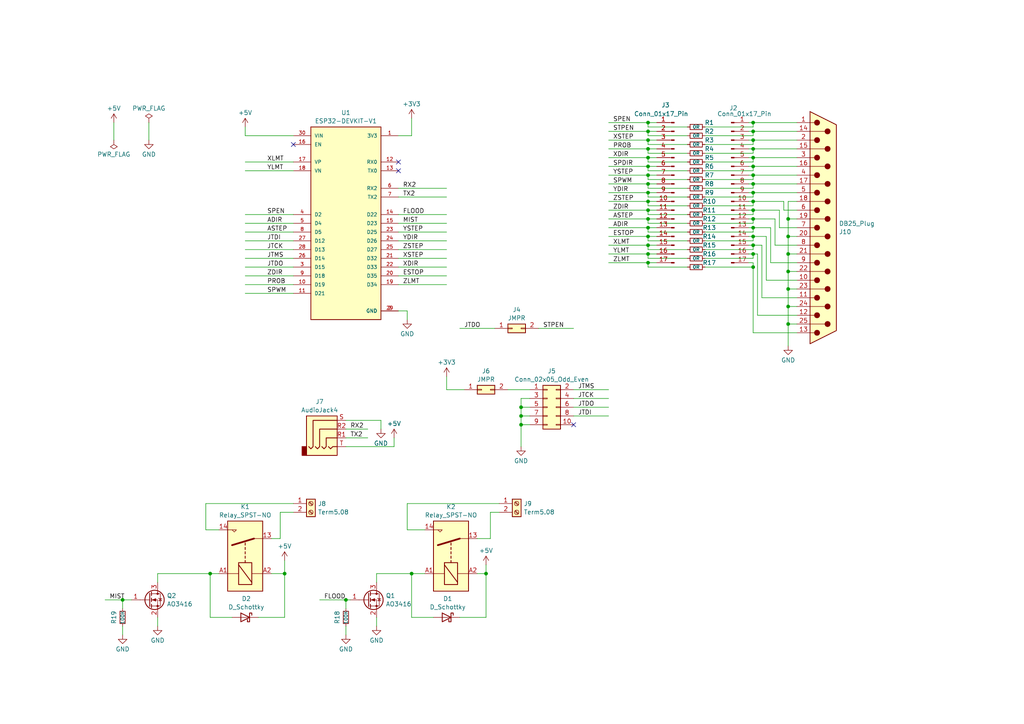
<source format=kicad_sch>
(kicad_sch (version 20230121) (generator eeschema)

  (uuid 58b5adb6-227d-4653-adf9-746b16cecdd2)

  (paper "A4")

  (lib_symbols
    (symbol "Connector:Conn_01x17_Pin" (pin_names (offset 1.016) hide) (in_bom yes) (on_board yes)
      (property "Reference" "J" (at 0 22.86 0)
        (effects (font (size 1.27 1.27)))
      )
      (property "Value" "Conn_01x17_Pin" (at 0 -22.86 0)
        (effects (font (size 1.27 1.27)))
      )
      (property "Footprint" "" (at 0 0 0)
        (effects (font (size 1.27 1.27)) hide)
      )
      (property "Datasheet" "~" (at 0 0 0)
        (effects (font (size 1.27 1.27)) hide)
      )
      (property "ki_locked" "" (at 0 0 0)
        (effects (font (size 1.27 1.27)))
      )
      (property "ki_keywords" "connector" (at 0 0 0)
        (effects (font (size 1.27 1.27)) hide)
      )
      (property "ki_description" "Generic connector, single row, 01x17, script generated" (at 0 0 0)
        (effects (font (size 1.27 1.27)) hide)
      )
      (property "ki_fp_filters" "Connector*:*_1x??_*" (at 0 0 0)
        (effects (font (size 1.27 1.27)) hide)
      )
      (symbol "Conn_01x17_Pin_1_1"
        (polyline
          (pts
            (xy 1.27 -20.32)
            (xy 0.8636 -20.32)
          )
          (stroke (width 0.1524) (type default))
          (fill (type none))
        )
        (polyline
          (pts
            (xy 1.27 -17.78)
            (xy 0.8636 -17.78)
          )
          (stroke (width 0.1524) (type default))
          (fill (type none))
        )
        (polyline
          (pts
            (xy 1.27 -15.24)
            (xy 0.8636 -15.24)
          )
          (stroke (width 0.1524) (type default))
          (fill (type none))
        )
        (polyline
          (pts
            (xy 1.27 -12.7)
            (xy 0.8636 -12.7)
          )
          (stroke (width 0.1524) (type default))
          (fill (type none))
        )
        (polyline
          (pts
            (xy 1.27 -10.16)
            (xy 0.8636 -10.16)
          )
          (stroke (width 0.1524) (type default))
          (fill (type none))
        )
        (polyline
          (pts
            (xy 1.27 -7.62)
            (xy 0.8636 -7.62)
          )
          (stroke (width 0.1524) (type default))
          (fill (type none))
        )
        (polyline
          (pts
            (xy 1.27 -5.08)
            (xy 0.8636 -5.08)
          )
          (stroke (width 0.1524) (type default))
          (fill (type none))
        )
        (polyline
          (pts
            (xy 1.27 -2.54)
            (xy 0.8636 -2.54)
          )
          (stroke (width 0.1524) (type default))
          (fill (type none))
        )
        (polyline
          (pts
            (xy 1.27 0)
            (xy 0.8636 0)
          )
          (stroke (width 0.1524) (type default))
          (fill (type none))
        )
        (polyline
          (pts
            (xy 1.27 2.54)
            (xy 0.8636 2.54)
          )
          (stroke (width 0.1524) (type default))
          (fill (type none))
        )
        (polyline
          (pts
            (xy 1.27 5.08)
            (xy 0.8636 5.08)
          )
          (stroke (width 0.1524) (type default))
          (fill (type none))
        )
        (polyline
          (pts
            (xy 1.27 7.62)
            (xy 0.8636 7.62)
          )
          (stroke (width 0.1524) (type default))
          (fill (type none))
        )
        (polyline
          (pts
            (xy 1.27 10.16)
            (xy 0.8636 10.16)
          )
          (stroke (width 0.1524) (type default))
          (fill (type none))
        )
        (polyline
          (pts
            (xy 1.27 12.7)
            (xy 0.8636 12.7)
          )
          (stroke (width 0.1524) (type default))
          (fill (type none))
        )
        (polyline
          (pts
            (xy 1.27 15.24)
            (xy 0.8636 15.24)
          )
          (stroke (width 0.1524) (type default))
          (fill (type none))
        )
        (polyline
          (pts
            (xy 1.27 17.78)
            (xy 0.8636 17.78)
          )
          (stroke (width 0.1524) (type default))
          (fill (type none))
        )
        (polyline
          (pts
            (xy 1.27 20.32)
            (xy 0.8636 20.32)
          )
          (stroke (width 0.1524) (type default))
          (fill (type none))
        )
        (rectangle (start 0.8636 -20.193) (end 0 -20.447)
          (stroke (width 0.1524) (type default))
          (fill (type outline))
        )
        (rectangle (start 0.8636 -17.653) (end 0 -17.907)
          (stroke (width 0.1524) (type default))
          (fill (type outline))
        )
        (rectangle (start 0.8636 -15.113) (end 0 -15.367)
          (stroke (width 0.1524) (type default))
          (fill (type outline))
        )
        (rectangle (start 0.8636 -12.573) (end 0 -12.827)
          (stroke (width 0.1524) (type default))
          (fill (type outline))
        )
        (rectangle (start 0.8636 -10.033) (end 0 -10.287)
          (stroke (width 0.1524) (type default))
          (fill (type outline))
        )
        (rectangle (start 0.8636 -7.493) (end 0 -7.747)
          (stroke (width 0.1524) (type default))
          (fill (type outline))
        )
        (rectangle (start 0.8636 -4.953) (end 0 -5.207)
          (stroke (width 0.1524) (type default))
          (fill (type outline))
        )
        (rectangle (start 0.8636 -2.413) (end 0 -2.667)
          (stroke (width 0.1524) (type default))
          (fill (type outline))
        )
        (rectangle (start 0.8636 0.127) (end 0 -0.127)
          (stroke (width 0.1524) (type default))
          (fill (type outline))
        )
        (rectangle (start 0.8636 2.667) (end 0 2.413)
          (stroke (width 0.1524) (type default))
          (fill (type outline))
        )
        (rectangle (start 0.8636 5.207) (end 0 4.953)
          (stroke (width 0.1524) (type default))
          (fill (type outline))
        )
        (rectangle (start 0.8636 7.747) (end 0 7.493)
          (stroke (width 0.1524) (type default))
          (fill (type outline))
        )
        (rectangle (start 0.8636 10.287) (end 0 10.033)
          (stroke (width 0.1524) (type default))
          (fill (type outline))
        )
        (rectangle (start 0.8636 12.827) (end 0 12.573)
          (stroke (width 0.1524) (type default))
          (fill (type outline))
        )
        (rectangle (start 0.8636 15.367) (end 0 15.113)
          (stroke (width 0.1524) (type default))
          (fill (type outline))
        )
        (rectangle (start 0.8636 17.907) (end 0 17.653)
          (stroke (width 0.1524) (type default))
          (fill (type outline))
        )
        (rectangle (start 0.8636 20.447) (end 0 20.193)
          (stroke (width 0.1524) (type default))
          (fill (type outline))
        )
        (pin passive line (at 5.08 20.32 180) (length 3.81)
          (name "Pin_1" (effects (font (size 1.27 1.27))))
          (number "1" (effects (font (size 1.27 1.27))))
        )
        (pin passive line (at 5.08 -2.54 180) (length 3.81)
          (name "Pin_10" (effects (font (size 1.27 1.27))))
          (number "10" (effects (font (size 1.27 1.27))))
        )
        (pin passive line (at 5.08 -5.08 180) (length 3.81)
          (name "Pin_11" (effects (font (size 1.27 1.27))))
          (number "11" (effects (font (size 1.27 1.27))))
        )
        (pin passive line (at 5.08 -7.62 180) (length 3.81)
          (name "Pin_12" (effects (font (size 1.27 1.27))))
          (number "12" (effects (font (size 1.27 1.27))))
        )
        (pin passive line (at 5.08 -10.16 180) (length 3.81)
          (name "Pin_13" (effects (font (size 1.27 1.27))))
          (number "13" (effects (font (size 1.27 1.27))))
        )
        (pin passive line (at 5.08 -12.7 180) (length 3.81)
          (name "Pin_14" (effects (font (size 1.27 1.27))))
          (number "14" (effects (font (size 1.27 1.27))))
        )
        (pin passive line (at 5.08 -15.24 180) (length 3.81)
          (name "Pin_15" (effects (font (size 1.27 1.27))))
          (number "15" (effects (font (size 1.27 1.27))))
        )
        (pin passive line (at 5.08 -17.78 180) (length 3.81)
          (name "Pin_16" (effects (font (size 1.27 1.27))))
          (number "16" (effects (font (size 1.27 1.27))))
        )
        (pin passive line (at 5.08 -20.32 180) (length 3.81)
          (name "Pin_17" (effects (font (size 1.27 1.27))))
          (number "17" (effects (font (size 1.27 1.27))))
        )
        (pin passive line (at 5.08 17.78 180) (length 3.81)
          (name "Pin_2" (effects (font (size 1.27 1.27))))
          (number "2" (effects (font (size 1.27 1.27))))
        )
        (pin passive line (at 5.08 15.24 180) (length 3.81)
          (name "Pin_3" (effects (font (size 1.27 1.27))))
          (number "3" (effects (font (size 1.27 1.27))))
        )
        (pin passive line (at 5.08 12.7 180) (length 3.81)
          (name "Pin_4" (effects (font (size 1.27 1.27))))
          (number "4" (effects (font (size 1.27 1.27))))
        )
        (pin passive line (at 5.08 10.16 180) (length 3.81)
          (name "Pin_5" (effects (font (size 1.27 1.27))))
          (number "5" (effects (font (size 1.27 1.27))))
        )
        (pin passive line (at 5.08 7.62 180) (length 3.81)
          (name "Pin_6" (effects (font (size 1.27 1.27))))
          (number "6" (effects (font (size 1.27 1.27))))
        )
        (pin passive line (at 5.08 5.08 180) (length 3.81)
          (name "Pin_7" (effects (font (size 1.27 1.27))))
          (number "7" (effects (font (size 1.27 1.27))))
        )
        (pin passive line (at 5.08 2.54 180) (length 3.81)
          (name "Pin_8" (effects (font (size 1.27 1.27))))
          (number "8" (effects (font (size 1.27 1.27))))
        )
        (pin passive line (at 5.08 0 180) (length 3.81)
          (name "Pin_9" (effects (font (size 1.27 1.27))))
          (number "9" (effects (font (size 1.27 1.27))))
        )
      )
    )
    (symbol "Connector:DB25_Plug" (pin_names (offset 1.016) hide) (in_bom yes) (on_board yes)
      (property "Reference" "J" (at 0 34.29 0)
        (effects (font (size 1.27 1.27)))
      )
      (property "Value" "DB25_Plug" (at 0 -34.925 0)
        (effects (font (size 1.27 1.27)))
      )
      (property "Footprint" "" (at 0 0 0)
        (effects (font (size 1.27 1.27)) hide)
      )
      (property "Datasheet" " ~" (at 0 0 0)
        (effects (font (size 1.27 1.27)) hide)
      )
      (property "ki_keywords" "male plug D-SUB connector" (at 0 0 0)
        (effects (font (size 1.27 1.27)) hide)
      )
      (property "ki_description" "25-pin male plug pin D-SUB connector" (at 0 0 0)
        (effects (font (size 1.27 1.27)) hide)
      )
      (property "ki_fp_filters" "DSUB*Male*" (at 0 0 0)
        (effects (font (size 1.27 1.27)) hide)
      )
      (symbol "DB25_Plug_0_1"
        (circle (center -1.778 -30.48) (radius 0.762)
          (stroke (width 0) (type default))
          (fill (type outline))
        )
        (circle (center -1.778 -25.4) (radius 0.762)
          (stroke (width 0) (type default))
          (fill (type outline))
        )
        (circle (center -1.778 -20.32) (radius 0.762)
          (stroke (width 0) (type default))
          (fill (type outline))
        )
        (circle (center -1.778 -15.24) (radius 0.762)
          (stroke (width 0) (type default))
          (fill (type outline))
        )
        (circle (center -1.778 -10.16) (radius 0.762)
          (stroke (width 0) (type default))
          (fill (type outline))
        )
        (circle (center -1.778 -5.08) (radius 0.762)
          (stroke (width 0) (type default))
          (fill (type outline))
        )
        (circle (center -1.778 0) (radius 0.762)
          (stroke (width 0) (type default))
          (fill (type outline))
        )
        (circle (center -1.778 5.08) (radius 0.762)
          (stroke (width 0) (type default))
          (fill (type outline))
        )
        (circle (center -1.778 10.16) (radius 0.762)
          (stroke (width 0) (type default))
          (fill (type outline))
        )
        (circle (center -1.778 15.24) (radius 0.762)
          (stroke (width 0) (type default))
          (fill (type outline))
        )
        (circle (center -1.778 20.32) (radius 0.762)
          (stroke (width 0) (type default))
          (fill (type outline))
        )
        (circle (center -1.778 25.4) (radius 0.762)
          (stroke (width 0) (type default))
          (fill (type outline))
        )
        (circle (center -1.778 30.48) (radius 0.762)
          (stroke (width 0) (type default))
          (fill (type outline))
        )
        (polyline
          (pts
            (xy -3.81 -30.48)
            (xy -2.54 -30.48)
          )
          (stroke (width 0) (type default))
          (fill (type none))
        )
        (polyline
          (pts
            (xy -3.81 -27.94)
            (xy 0.508 -27.94)
          )
          (stroke (width 0) (type default))
          (fill (type none))
        )
        (polyline
          (pts
            (xy -3.81 -25.4)
            (xy -2.54 -25.4)
          )
          (stroke (width 0) (type default))
          (fill (type none))
        )
        (polyline
          (pts
            (xy -3.81 -22.86)
            (xy 0.508 -22.86)
          )
          (stroke (width 0) (type default))
          (fill (type none))
        )
        (polyline
          (pts
            (xy -3.81 -20.32)
            (xy -2.54 -20.32)
          )
          (stroke (width 0) (type default))
          (fill (type none))
        )
        (polyline
          (pts
            (xy -3.81 -17.78)
            (xy 0.508 -17.78)
          )
          (stroke (width 0) (type default))
          (fill (type none))
        )
        (polyline
          (pts
            (xy -3.81 -15.24)
            (xy -2.54 -15.24)
          )
          (stroke (width 0) (type default))
          (fill (type none))
        )
        (polyline
          (pts
            (xy -3.81 -12.7)
            (xy 0.508 -12.7)
          )
          (stroke (width 0) (type default))
          (fill (type none))
        )
        (polyline
          (pts
            (xy -3.81 -10.16)
            (xy -2.54 -10.16)
          )
          (stroke (width 0) (type default))
          (fill (type none))
        )
        (polyline
          (pts
            (xy -3.81 -7.62)
            (xy 0.508 -7.62)
          )
          (stroke (width 0) (type default))
          (fill (type none))
        )
        (polyline
          (pts
            (xy -3.81 -5.08)
            (xy -2.54 -5.08)
          )
          (stroke (width 0) (type default))
          (fill (type none))
        )
        (polyline
          (pts
            (xy -3.81 -2.54)
            (xy 0.508 -2.54)
          )
          (stroke (width 0) (type default))
          (fill (type none))
        )
        (polyline
          (pts
            (xy -3.81 0)
            (xy -2.54 0)
          )
          (stroke (width 0) (type default))
          (fill (type none))
        )
        (polyline
          (pts
            (xy -3.81 2.54)
            (xy 0.508 2.54)
          )
          (stroke (width 0) (type default))
          (fill (type none))
        )
        (polyline
          (pts
            (xy -3.81 5.08)
            (xy -2.54 5.08)
          )
          (stroke (width 0) (type default))
          (fill (type none))
        )
        (polyline
          (pts
            (xy -3.81 7.62)
            (xy 0.508 7.62)
          )
          (stroke (width 0) (type default))
          (fill (type none))
        )
        (polyline
          (pts
            (xy -3.81 10.16)
            (xy -2.54 10.16)
          )
          (stroke (width 0) (type default))
          (fill (type none))
        )
        (polyline
          (pts
            (xy -3.81 12.7)
            (xy 0.508 12.7)
          )
          (stroke (width 0) (type default))
          (fill (type none))
        )
        (polyline
          (pts
            (xy -3.81 15.24)
            (xy -2.54 15.24)
          )
          (stroke (width 0) (type default))
          (fill (type none))
        )
        (polyline
          (pts
            (xy -3.81 17.78)
            (xy 0.508 17.78)
          )
          (stroke (width 0) (type default))
          (fill (type none))
        )
        (polyline
          (pts
            (xy -3.81 20.32)
            (xy -2.54 20.32)
          )
          (stroke (width 0) (type default))
          (fill (type none))
        )
        (polyline
          (pts
            (xy -3.81 22.86)
            (xy 0.508 22.86)
          )
          (stroke (width 0) (type default))
          (fill (type none))
        )
        (polyline
          (pts
            (xy -3.81 25.4)
            (xy -2.54 25.4)
          )
          (stroke (width 0) (type default))
          (fill (type none))
        )
        (polyline
          (pts
            (xy -3.81 27.94)
            (xy 0.508 27.94)
          )
          (stroke (width 0) (type default))
          (fill (type none))
        )
        (polyline
          (pts
            (xy -3.81 30.48)
            (xy -2.54 30.48)
          )
          (stroke (width 0) (type default))
          (fill (type none))
        )
        (polyline
          (pts
            (xy -3.81 -33.655)
            (xy 3.81 -29.845)
            (xy 3.81 29.845)
            (xy -3.81 33.655)
            (xy -3.81 -33.655)
          )
          (stroke (width 0.254) (type default))
          (fill (type background))
        )
        (circle (center 1.27 -27.94) (radius 0.762)
          (stroke (width 0) (type default))
          (fill (type outline))
        )
        (circle (center 1.27 -22.86) (radius 0.762)
          (stroke (width 0) (type default))
          (fill (type outline))
        )
        (circle (center 1.27 -17.78) (radius 0.762)
          (stroke (width 0) (type default))
          (fill (type outline))
        )
        (circle (center 1.27 -12.7) (radius 0.762)
          (stroke (width 0) (type default))
          (fill (type outline))
        )
        (circle (center 1.27 -7.62) (radius 0.762)
          (stroke (width 0) (type default))
          (fill (type outline))
        )
        (circle (center 1.27 -2.54) (radius 0.762)
          (stroke (width 0) (type default))
          (fill (type outline))
        )
        (circle (center 1.27 2.54) (radius 0.762)
          (stroke (width 0) (type default))
          (fill (type outline))
        )
        (circle (center 1.27 7.62) (radius 0.762)
          (stroke (width 0) (type default))
          (fill (type outline))
        )
        (circle (center 1.27 12.7) (radius 0.762)
          (stroke (width 0) (type default))
          (fill (type outline))
        )
        (circle (center 1.27 17.78) (radius 0.762)
          (stroke (width 0) (type default))
          (fill (type outline))
        )
        (circle (center 1.27 22.86) (radius 0.762)
          (stroke (width 0) (type default))
          (fill (type outline))
        )
        (circle (center 1.27 27.94) (radius 0.762)
          (stroke (width 0) (type default))
          (fill (type outline))
        )
      )
      (symbol "DB25_Plug_1_1"
        (pin passive line (at -7.62 -30.48 0) (length 3.81)
          (name "1" (effects (font (size 1.27 1.27))))
          (number "1" (effects (font (size 1.27 1.27))))
        )
        (pin passive line (at -7.62 15.24 0) (length 3.81)
          (name "10" (effects (font (size 1.27 1.27))))
          (number "10" (effects (font (size 1.27 1.27))))
        )
        (pin passive line (at -7.62 20.32 0) (length 3.81)
          (name "11" (effects (font (size 1.27 1.27))))
          (number "11" (effects (font (size 1.27 1.27))))
        )
        (pin passive line (at -7.62 25.4 0) (length 3.81)
          (name "12" (effects (font (size 1.27 1.27))))
          (number "12" (effects (font (size 1.27 1.27))))
        )
        (pin passive line (at -7.62 30.48 0) (length 3.81)
          (name "13" (effects (font (size 1.27 1.27))))
          (number "13" (effects (font (size 1.27 1.27))))
        )
        (pin passive line (at -7.62 -27.94 0) (length 3.81)
          (name "P14" (effects (font (size 1.27 1.27))))
          (number "14" (effects (font (size 1.27 1.27))))
        )
        (pin passive line (at -7.62 -22.86 0) (length 3.81)
          (name "P15" (effects (font (size 1.27 1.27))))
          (number "15" (effects (font (size 1.27 1.27))))
        )
        (pin passive line (at -7.62 -17.78 0) (length 3.81)
          (name "P16" (effects (font (size 1.27 1.27))))
          (number "16" (effects (font (size 1.27 1.27))))
        )
        (pin passive line (at -7.62 -12.7 0) (length 3.81)
          (name "P17" (effects (font (size 1.27 1.27))))
          (number "17" (effects (font (size 1.27 1.27))))
        )
        (pin passive line (at -7.62 -7.62 0) (length 3.81)
          (name "P18" (effects (font (size 1.27 1.27))))
          (number "18" (effects (font (size 1.27 1.27))))
        )
        (pin passive line (at -7.62 -2.54 0) (length 3.81)
          (name "P19" (effects (font (size 1.27 1.27))))
          (number "19" (effects (font (size 1.27 1.27))))
        )
        (pin passive line (at -7.62 -25.4 0) (length 3.81)
          (name "2" (effects (font (size 1.27 1.27))))
          (number "2" (effects (font (size 1.27 1.27))))
        )
        (pin passive line (at -7.62 2.54 0) (length 3.81)
          (name "P20" (effects (font (size 1.27 1.27))))
          (number "20" (effects (font (size 1.27 1.27))))
        )
        (pin passive line (at -7.62 7.62 0) (length 3.81)
          (name "P21" (effects (font (size 1.27 1.27))))
          (number "21" (effects (font (size 1.27 1.27))))
        )
        (pin passive line (at -7.62 12.7 0) (length 3.81)
          (name "P22" (effects (font (size 1.27 1.27))))
          (number "22" (effects (font (size 1.27 1.27))))
        )
        (pin passive line (at -7.62 17.78 0) (length 3.81)
          (name "P23" (effects (font (size 1.27 1.27))))
          (number "23" (effects (font (size 1.27 1.27))))
        )
        (pin passive line (at -7.62 22.86 0) (length 3.81)
          (name "P24" (effects (font (size 1.27 1.27))))
          (number "24" (effects (font (size 1.27 1.27))))
        )
        (pin passive line (at -7.62 27.94 0) (length 3.81)
          (name "P25" (effects (font (size 1.27 1.27))))
          (number "25" (effects (font (size 1.27 1.27))))
        )
        (pin passive line (at -7.62 -20.32 0) (length 3.81)
          (name "3" (effects (font (size 1.27 1.27))))
          (number "3" (effects (font (size 1.27 1.27))))
        )
        (pin passive line (at -7.62 -15.24 0) (length 3.81)
          (name "4" (effects (font (size 1.27 1.27))))
          (number "4" (effects (font (size 1.27 1.27))))
        )
        (pin passive line (at -7.62 -10.16 0) (length 3.81)
          (name "5" (effects (font (size 1.27 1.27))))
          (number "5" (effects (font (size 1.27 1.27))))
        )
        (pin passive line (at -7.62 -5.08 0) (length 3.81)
          (name "6" (effects (font (size 1.27 1.27))))
          (number "6" (effects (font (size 1.27 1.27))))
        )
        (pin passive line (at -7.62 0 0) (length 3.81)
          (name "7" (effects (font (size 1.27 1.27))))
          (number "7" (effects (font (size 1.27 1.27))))
        )
        (pin passive line (at -7.62 5.08 0) (length 3.81)
          (name "8" (effects (font (size 1.27 1.27))))
          (number "8" (effects (font (size 1.27 1.27))))
        )
        (pin passive line (at -7.62 10.16 0) (length 3.81)
          (name "9" (effects (font (size 1.27 1.27))))
          (number "9" (effects (font (size 1.27 1.27))))
        )
      )
    )
    (symbol "Connector:Screw_Terminal_01x02" (pin_names (offset 1.016) hide) (in_bom yes) (on_board yes)
      (property "Reference" "J" (at 0 2.54 0)
        (effects (font (size 1.27 1.27)))
      )
      (property "Value" "Screw_Terminal_01x02" (at 0 -5.08 0)
        (effects (font (size 1.27 1.27)))
      )
      (property "Footprint" "" (at 0 0 0)
        (effects (font (size 1.27 1.27)) hide)
      )
      (property "Datasheet" "~" (at 0 0 0)
        (effects (font (size 1.27 1.27)) hide)
      )
      (property "ki_keywords" "screw terminal" (at 0 0 0)
        (effects (font (size 1.27 1.27)) hide)
      )
      (property "ki_description" "Generic screw terminal, single row, 01x02, script generated (kicad-library-utils/schlib/autogen/connector/)" (at 0 0 0)
        (effects (font (size 1.27 1.27)) hide)
      )
      (property "ki_fp_filters" "TerminalBlock*:*" (at 0 0 0)
        (effects (font (size 1.27 1.27)) hide)
      )
      (symbol "Screw_Terminal_01x02_1_1"
        (rectangle (start -1.27 1.27) (end 1.27 -3.81)
          (stroke (width 0.254) (type default))
          (fill (type background))
        )
        (circle (center 0 -2.54) (radius 0.635)
          (stroke (width 0.1524) (type default))
          (fill (type none))
        )
        (polyline
          (pts
            (xy -0.5334 -2.2098)
            (xy 0.3302 -3.048)
          )
          (stroke (width 0.1524) (type default))
          (fill (type none))
        )
        (polyline
          (pts
            (xy -0.5334 0.3302)
            (xy 0.3302 -0.508)
          )
          (stroke (width 0.1524) (type default))
          (fill (type none))
        )
        (polyline
          (pts
            (xy -0.3556 -2.032)
            (xy 0.508 -2.8702)
          )
          (stroke (width 0.1524) (type default))
          (fill (type none))
        )
        (polyline
          (pts
            (xy -0.3556 0.508)
            (xy 0.508 -0.3302)
          )
          (stroke (width 0.1524) (type default))
          (fill (type none))
        )
        (circle (center 0 0) (radius 0.635)
          (stroke (width 0.1524) (type default))
          (fill (type none))
        )
        (pin passive line (at -5.08 0 0) (length 3.81)
          (name "Pin_1" (effects (font (size 1.27 1.27))))
          (number "1" (effects (font (size 1.27 1.27))))
        )
        (pin passive line (at -5.08 -2.54 0) (length 3.81)
          (name "Pin_2" (effects (font (size 1.27 1.27))))
          (number "2" (effects (font (size 1.27 1.27))))
        )
      )
    )
    (symbol "Connector_Audio:AudioJack4" (in_bom yes) (on_board yes)
      (property "Reference" "J" (at 0 8.89 0)
        (effects (font (size 1.27 1.27)))
      )
      (property "Value" "AudioJack4" (at 0 6.35 0)
        (effects (font (size 1.27 1.27)))
      )
      (property "Footprint" "" (at 0 0 0)
        (effects (font (size 1.27 1.27)) hide)
      )
      (property "Datasheet" "~" (at 0 0 0)
        (effects (font (size 1.27 1.27)) hide)
      )
      (property "ki_keywords" "audio jack receptacle stereo headphones TRRS connector" (at 0 0 0)
        (effects (font (size 1.27 1.27)) hide)
      )
      (property "ki_description" "Audio Jack, 4 Poles (TRRS)" (at 0 0 0)
        (effects (font (size 1.27 1.27)) hide)
      )
      (property "ki_fp_filters" "Jack*" (at 0 0 0)
        (effects (font (size 1.27 1.27)) hide)
      )
      (symbol "AudioJack4_0_1"
        (rectangle (start -6.35 -5.08) (end -7.62 -7.62)
          (stroke (width 0.254) (type default))
          (fill (type outline))
        )
        (polyline
          (pts
            (xy 0 -5.08)
            (xy 0.635 -5.715)
            (xy 1.27 -5.08)
            (xy 2.54 -5.08)
          )
          (stroke (width 0.254) (type default))
          (fill (type none))
        )
        (polyline
          (pts
            (xy -5.715 -5.08)
            (xy -5.08 -5.715)
            (xy -4.445 -5.08)
            (xy -4.445 2.54)
            (xy 2.54 2.54)
          )
          (stroke (width 0.254) (type default))
          (fill (type none))
        )
        (polyline
          (pts
            (xy -1.905 -5.08)
            (xy -1.27 -5.715)
            (xy -0.635 -5.08)
            (xy -0.635 -2.54)
            (xy 2.54 -2.54)
          )
          (stroke (width 0.254) (type default))
          (fill (type none))
        )
        (polyline
          (pts
            (xy 2.54 0)
            (xy -2.54 0)
            (xy -2.54 -5.08)
            (xy -3.175 -5.715)
            (xy -3.81 -5.08)
          )
          (stroke (width 0.254) (type default))
          (fill (type none))
        )
        (rectangle (start 2.54 3.81) (end -6.35 -7.62)
          (stroke (width 0.254) (type default))
          (fill (type background))
        )
      )
      (symbol "AudioJack4_1_1"
        (pin passive line (at 5.08 -2.54 180) (length 2.54)
          (name "~" (effects (font (size 1.27 1.27))))
          (number "R1" (effects (font (size 1.27 1.27))))
        )
        (pin passive line (at 5.08 0 180) (length 2.54)
          (name "~" (effects (font (size 1.27 1.27))))
          (number "R2" (effects (font (size 1.27 1.27))))
        )
        (pin passive line (at 5.08 2.54 180) (length 2.54)
          (name "~" (effects (font (size 1.27 1.27))))
          (number "S" (effects (font (size 1.27 1.27))))
        )
        (pin passive line (at 5.08 -5.08 180) (length 2.54)
          (name "~" (effects (font (size 1.27 1.27))))
          (number "T" (effects (font (size 1.27 1.27))))
        )
      )
    )
    (symbol "Connector_Generic:Conn_02x01" (pin_names (offset 1.016) hide) (in_bom yes) (on_board yes)
      (property "Reference" "J" (at 1.27 2.54 0)
        (effects (font (size 1.27 1.27)))
      )
      (property "Value" "Conn_02x01" (at 1.27 -2.54 0)
        (effects (font (size 1.27 1.27)))
      )
      (property "Footprint" "" (at 0 0 0)
        (effects (font (size 1.27 1.27)) hide)
      )
      (property "Datasheet" "~" (at 0 0 0)
        (effects (font (size 1.27 1.27)) hide)
      )
      (property "ki_keywords" "connector" (at 0 0 0)
        (effects (font (size 1.27 1.27)) hide)
      )
      (property "ki_description" "Generic connector, double row, 02x01, this symbol is compatible with counter-clockwise, top-bottom and odd-even numbering schemes., script generated (kicad-library-utils/schlib/autogen/connector/)" (at 0 0 0)
        (effects (font (size 1.27 1.27)) hide)
      )
      (property "ki_fp_filters" "Connector*:*_2x??_*" (at 0 0 0)
        (effects (font (size 1.27 1.27)) hide)
      )
      (symbol "Conn_02x01_1_1"
        (rectangle (start -1.27 0.127) (end 0 -0.127)
          (stroke (width 0.1524) (type default))
          (fill (type none))
        )
        (rectangle (start -1.27 1.27) (end 3.81 -1.27)
          (stroke (width 0.254) (type default))
          (fill (type background))
        )
        (rectangle (start 3.81 0.127) (end 2.54 -0.127)
          (stroke (width 0.1524) (type default))
          (fill (type none))
        )
        (pin passive line (at -5.08 0 0) (length 3.81)
          (name "Pin_1" (effects (font (size 1.27 1.27))))
          (number "1" (effects (font (size 1.27 1.27))))
        )
        (pin passive line (at 7.62 0 180) (length 3.81)
          (name "Pin_2" (effects (font (size 1.27 1.27))))
          (number "2" (effects (font (size 1.27 1.27))))
        )
      )
    )
    (symbol "Connector_Generic:Conn_02x05_Odd_Even" (pin_names (offset 1.016) hide) (in_bom yes) (on_board yes)
      (property "Reference" "J" (at 1.27 7.62 0)
        (effects (font (size 1.27 1.27)))
      )
      (property "Value" "Conn_02x05_Odd_Even" (at 1.27 -7.62 0)
        (effects (font (size 1.27 1.27)))
      )
      (property "Footprint" "" (at 0 0 0)
        (effects (font (size 1.27 1.27)) hide)
      )
      (property "Datasheet" "~" (at 0 0 0)
        (effects (font (size 1.27 1.27)) hide)
      )
      (property "ki_keywords" "connector" (at 0 0 0)
        (effects (font (size 1.27 1.27)) hide)
      )
      (property "ki_description" "Generic connector, double row, 02x05, odd/even pin numbering scheme (row 1 odd numbers, row 2 even numbers), script generated (kicad-library-utils/schlib/autogen/connector/)" (at 0 0 0)
        (effects (font (size 1.27 1.27)) hide)
      )
      (property "ki_fp_filters" "Connector*:*_2x??_*" (at 0 0 0)
        (effects (font (size 1.27 1.27)) hide)
      )
      (symbol "Conn_02x05_Odd_Even_1_1"
        (rectangle (start -1.27 -4.953) (end 0 -5.207)
          (stroke (width 0.1524) (type default))
          (fill (type none))
        )
        (rectangle (start -1.27 -2.413) (end 0 -2.667)
          (stroke (width 0.1524) (type default))
          (fill (type none))
        )
        (rectangle (start -1.27 0.127) (end 0 -0.127)
          (stroke (width 0.1524) (type default))
          (fill (type none))
        )
        (rectangle (start -1.27 2.667) (end 0 2.413)
          (stroke (width 0.1524) (type default))
          (fill (type none))
        )
        (rectangle (start -1.27 5.207) (end 0 4.953)
          (stroke (width 0.1524) (type default))
          (fill (type none))
        )
        (rectangle (start -1.27 6.35) (end 3.81 -6.35)
          (stroke (width 0.254) (type default))
          (fill (type background))
        )
        (rectangle (start 3.81 -4.953) (end 2.54 -5.207)
          (stroke (width 0.1524) (type default))
          (fill (type none))
        )
        (rectangle (start 3.81 -2.413) (end 2.54 -2.667)
          (stroke (width 0.1524) (type default))
          (fill (type none))
        )
        (rectangle (start 3.81 0.127) (end 2.54 -0.127)
          (stroke (width 0.1524) (type default))
          (fill (type none))
        )
        (rectangle (start 3.81 2.667) (end 2.54 2.413)
          (stroke (width 0.1524) (type default))
          (fill (type none))
        )
        (rectangle (start 3.81 5.207) (end 2.54 4.953)
          (stroke (width 0.1524) (type default))
          (fill (type none))
        )
        (pin passive line (at -5.08 5.08 0) (length 3.81)
          (name "Pin_1" (effects (font (size 1.27 1.27))))
          (number "1" (effects (font (size 1.27 1.27))))
        )
        (pin passive line (at 7.62 -5.08 180) (length 3.81)
          (name "Pin_10" (effects (font (size 1.27 1.27))))
          (number "10" (effects (font (size 1.27 1.27))))
        )
        (pin passive line (at 7.62 5.08 180) (length 3.81)
          (name "Pin_2" (effects (font (size 1.27 1.27))))
          (number "2" (effects (font (size 1.27 1.27))))
        )
        (pin passive line (at -5.08 2.54 0) (length 3.81)
          (name "Pin_3" (effects (font (size 1.27 1.27))))
          (number "3" (effects (font (size 1.27 1.27))))
        )
        (pin passive line (at 7.62 2.54 180) (length 3.81)
          (name "Pin_4" (effects (font (size 1.27 1.27))))
          (number "4" (effects (font (size 1.27 1.27))))
        )
        (pin passive line (at -5.08 0 0) (length 3.81)
          (name "Pin_5" (effects (font (size 1.27 1.27))))
          (number "5" (effects (font (size 1.27 1.27))))
        )
        (pin passive line (at 7.62 0 180) (length 3.81)
          (name "Pin_6" (effects (font (size 1.27 1.27))))
          (number "6" (effects (font (size 1.27 1.27))))
        )
        (pin passive line (at -5.08 -2.54 0) (length 3.81)
          (name "Pin_7" (effects (font (size 1.27 1.27))))
          (number "7" (effects (font (size 1.27 1.27))))
        )
        (pin passive line (at 7.62 -2.54 180) (length 3.81)
          (name "Pin_8" (effects (font (size 1.27 1.27))))
          (number "8" (effects (font (size 1.27 1.27))))
        )
        (pin passive line (at -5.08 -5.08 0) (length 3.81)
          (name "Pin_9" (effects (font (size 1.27 1.27))))
          (number "9" (effects (font (size 1.27 1.27))))
        )
      )
    )
    (symbol "Device:D_Schottky" (pin_numbers hide) (pin_names (offset 1.016) hide) (in_bom yes) (on_board yes)
      (property "Reference" "D" (at 0 2.54 0)
        (effects (font (size 1.27 1.27)))
      )
      (property "Value" "D_Schottky" (at 0 -2.54 0)
        (effects (font (size 1.27 1.27)))
      )
      (property "Footprint" "" (at 0 0 0)
        (effects (font (size 1.27 1.27)) hide)
      )
      (property "Datasheet" "~" (at 0 0 0)
        (effects (font (size 1.27 1.27)) hide)
      )
      (property "ki_keywords" "diode Schottky" (at 0 0 0)
        (effects (font (size 1.27 1.27)) hide)
      )
      (property "ki_description" "Schottky diode" (at 0 0 0)
        (effects (font (size 1.27 1.27)) hide)
      )
      (property "ki_fp_filters" "TO-???* *_Diode_* *SingleDiode* D_*" (at 0 0 0)
        (effects (font (size 1.27 1.27)) hide)
      )
      (symbol "D_Schottky_0_1"
        (polyline
          (pts
            (xy 1.27 0)
            (xy -1.27 0)
          )
          (stroke (width 0) (type default))
          (fill (type none))
        )
        (polyline
          (pts
            (xy 1.27 1.27)
            (xy 1.27 -1.27)
            (xy -1.27 0)
            (xy 1.27 1.27)
          )
          (stroke (width 0.254) (type default))
          (fill (type none))
        )
        (polyline
          (pts
            (xy -1.905 0.635)
            (xy -1.905 1.27)
            (xy -1.27 1.27)
            (xy -1.27 -1.27)
            (xy -0.635 -1.27)
            (xy -0.635 -0.635)
          )
          (stroke (width 0.254) (type default))
          (fill (type none))
        )
      )
      (symbol "D_Schottky_1_1"
        (pin passive line (at -3.81 0 0) (length 2.54)
          (name "K" (effects (font (size 1.27 1.27))))
          (number "1" (effects (font (size 1.27 1.27))))
        )
        (pin passive line (at 3.81 0 180) (length 2.54)
          (name "A" (effects (font (size 1.27 1.27))))
          (number "2" (effects (font (size 1.27 1.27))))
        )
      )
    )
    (symbol "Device:Q_NMOS_GSD" (pin_names (offset 0) hide) (in_bom yes) (on_board yes)
      (property "Reference" "Q" (at 5.08 1.27 0)
        (effects (font (size 1.27 1.27)) (justify left))
      )
      (property "Value" "Q_NMOS_GSD" (at 5.08 -1.27 0)
        (effects (font (size 1.27 1.27)) (justify left))
      )
      (property "Footprint" "" (at 5.08 2.54 0)
        (effects (font (size 1.27 1.27)) hide)
      )
      (property "Datasheet" "~" (at 0 0 0)
        (effects (font (size 1.27 1.27)) hide)
      )
      (property "ki_keywords" "transistor NMOS N-MOS N-MOSFET" (at 0 0 0)
        (effects (font (size 1.27 1.27)) hide)
      )
      (property "ki_description" "N-MOSFET transistor, gate/source/drain" (at 0 0 0)
        (effects (font (size 1.27 1.27)) hide)
      )
      (symbol "Q_NMOS_GSD_0_1"
        (polyline
          (pts
            (xy 0.254 0)
            (xy -2.54 0)
          )
          (stroke (width 0) (type default))
          (fill (type none))
        )
        (polyline
          (pts
            (xy 0.254 1.905)
            (xy 0.254 -1.905)
          )
          (stroke (width 0.254) (type default))
          (fill (type none))
        )
        (polyline
          (pts
            (xy 0.762 -1.27)
            (xy 0.762 -2.286)
          )
          (stroke (width 0.254) (type default))
          (fill (type none))
        )
        (polyline
          (pts
            (xy 0.762 0.508)
            (xy 0.762 -0.508)
          )
          (stroke (width 0.254) (type default))
          (fill (type none))
        )
        (polyline
          (pts
            (xy 0.762 2.286)
            (xy 0.762 1.27)
          )
          (stroke (width 0.254) (type default))
          (fill (type none))
        )
        (polyline
          (pts
            (xy 2.54 2.54)
            (xy 2.54 1.778)
          )
          (stroke (width 0) (type default))
          (fill (type none))
        )
        (polyline
          (pts
            (xy 2.54 -2.54)
            (xy 2.54 0)
            (xy 0.762 0)
          )
          (stroke (width 0) (type default))
          (fill (type none))
        )
        (polyline
          (pts
            (xy 0.762 -1.778)
            (xy 3.302 -1.778)
            (xy 3.302 1.778)
            (xy 0.762 1.778)
          )
          (stroke (width 0) (type default))
          (fill (type none))
        )
        (polyline
          (pts
            (xy 1.016 0)
            (xy 2.032 0.381)
            (xy 2.032 -0.381)
            (xy 1.016 0)
          )
          (stroke (width 0) (type default))
          (fill (type outline))
        )
        (polyline
          (pts
            (xy 2.794 0.508)
            (xy 2.921 0.381)
            (xy 3.683 0.381)
            (xy 3.81 0.254)
          )
          (stroke (width 0) (type default))
          (fill (type none))
        )
        (polyline
          (pts
            (xy 3.302 0.381)
            (xy 2.921 -0.254)
            (xy 3.683 -0.254)
            (xy 3.302 0.381)
          )
          (stroke (width 0) (type default))
          (fill (type none))
        )
        (circle (center 1.651 0) (radius 2.794)
          (stroke (width 0.254) (type default))
          (fill (type none))
        )
        (circle (center 2.54 -1.778) (radius 0.254)
          (stroke (width 0) (type default))
          (fill (type outline))
        )
        (circle (center 2.54 1.778) (radius 0.254)
          (stroke (width 0) (type default))
          (fill (type outline))
        )
      )
      (symbol "Q_NMOS_GSD_1_1"
        (pin input line (at -5.08 0 0) (length 2.54)
          (name "G" (effects (font (size 1.27 1.27))))
          (number "1" (effects (font (size 1.27 1.27))))
        )
        (pin passive line (at 2.54 -5.08 90) (length 2.54)
          (name "S" (effects (font (size 1.27 1.27))))
          (number "2" (effects (font (size 1.27 1.27))))
        )
        (pin passive line (at 2.54 5.08 270) (length 2.54)
          (name "D" (effects (font (size 1.27 1.27))))
          (number "3" (effects (font (size 1.27 1.27))))
        )
      )
    )
    (symbol "Device:R_Small" (pin_numbers hide) (pin_names (offset 0.254) hide) (in_bom yes) (on_board yes)
      (property "Reference" "R" (at 0.762 0.508 0)
        (effects (font (size 1.27 1.27)) (justify left))
      )
      (property "Value" "R_Small" (at 0.762 -1.016 0)
        (effects (font (size 1.27 1.27)) (justify left))
      )
      (property "Footprint" "" (at 0 0 0)
        (effects (font (size 1.27 1.27)) hide)
      )
      (property "Datasheet" "~" (at 0 0 0)
        (effects (font (size 1.27 1.27)) hide)
      )
      (property "ki_keywords" "R resistor" (at 0 0 0)
        (effects (font (size 1.27 1.27)) hide)
      )
      (property "ki_description" "Resistor, small symbol" (at 0 0 0)
        (effects (font (size 1.27 1.27)) hide)
      )
      (property "ki_fp_filters" "R_*" (at 0 0 0)
        (effects (font (size 1.27 1.27)) hide)
      )
      (symbol "R_Small_0_1"
        (rectangle (start -0.762 1.778) (end 0.762 -1.778)
          (stroke (width 0.2032) (type default))
          (fill (type none))
        )
      )
      (symbol "R_Small_1_1"
        (pin passive line (at 0 2.54 270) (length 0.762)
          (name "~" (effects (font (size 1.27 1.27))))
          (number "1" (effects (font (size 1.27 1.27))))
        )
        (pin passive line (at 0 -2.54 90) (length 0.762)
          (name "~" (effects (font (size 1.27 1.27))))
          (number "2" (effects (font (size 1.27 1.27))))
        )
      )
    )
    (symbol "ESP32-DEVKIT-V1:ESP32-DEVKIT-V1" (pin_names (offset 1.016)) (in_bom yes) (on_board yes)
      (property "Reference" "U" (at -10.16 30.48 0)
        (effects (font (size 1.27 1.27)) (justify left top))
      )
      (property "Value" "ESP32-DEVKIT-V1" (at -10.16 -30.48 0)
        (effects (font (size 1.27 1.27)) (justify left bottom))
      )
      (property "Footprint" "MODULE_ESP32_DEVKIT_V1" (at 0 0 0)
        (effects (font (size 1.27 1.27)) (justify bottom) hide)
      )
      (property "Datasheet" "" (at 0 0 0)
        (effects (font (size 1.27 1.27)) hide)
      )
      (property "MF" "Do it" (at 0 0 0)
        (effects (font (size 1.27 1.27)) (justify bottom) hide)
      )
      (property "MAXIMUM_PACKAGE_HEIGHT" "6.8 mm" (at 0 0 0)
        (effects (font (size 1.27 1.27)) (justify bottom) hide)
      )
      (property "Package" "None" (at 0 0 0)
        (effects (font (size 1.27 1.27)) (justify bottom) hide)
      )
      (property "Price" "None" (at 0 0 0)
        (effects (font (size 1.27 1.27)) (justify bottom) hide)
      )
      (property "Check_prices" "https://www.snapeda.com/parts/ESP32-DEVKIT-V1/Do+it/view-part/?ref=eda" (at 0 0 0)
        (effects (font (size 1.27 1.27)) (justify bottom) hide)
      )
      (property "STANDARD" "Manufacturer Recommendations" (at 0 0 0)
        (effects (font (size 1.27 1.27)) (justify bottom) hide)
      )
      (property "PARTREV" "N/A" (at 0 0 0)
        (effects (font (size 1.27 1.27)) (justify bottom) hide)
      )
      (property "SnapEDA_Link" "https://www.snapeda.com/parts/ESP32-DEVKIT-V1/Do+it/view-part/?ref=snap" (at 0 0 0)
        (effects (font (size 1.27 1.27)) (justify bottom) hide)
      )
      (property "MP" "ESP32-DEVKIT-V1" (at 0 0 0)
        (effects (font (size 1.27 1.27)) (justify bottom) hide)
      )
      (property "Description" "\nDual core, Wi-Fi: 2.4 GHz up to 150 Mbits/s,BLE (Bluetooth Low Energy) and legacy Bluetooth, 32 bits, Up to 240 MHz\n" (at 0 0 0)
        (effects (font (size 1.27 1.27)) (justify bottom) hide)
      )
      (property "Availability" "Not in stock" (at 0 0 0)
        (effects (font (size 1.27 1.27)) (justify bottom) hide)
      )
      (property "MANUFACTURER" "DOIT" (at 0 0 0)
        (effects (font (size 1.27 1.27)) (justify bottom) hide)
      )
      (symbol "ESP32-DEVKIT-V1_0_0"
        (rectangle (start -10.16 -27.94) (end 10.16 27.94)
          (stroke (width 0.254) (type default))
          (fill (type background))
        )
        (pin output line (at 15.24 25.4 180) (length 5.08)
          (name "3V3" (effects (font (size 1.016 1.016))))
          (number "1" (effects (font (size 1.016 1.016))))
        )
        (pin bidirectional line (at -15.24 -17.78 0) (length 5.08)
          (name "D19" (effects (font (size 1.016 1.016))))
          (number "10" (effects (font (size 1.016 1.016))))
        )
        (pin bidirectional line (at -15.24 -20.32 0) (length 5.08)
          (name "D21" (effects (font (size 1.016 1.016))))
          (number "11" (effects (font (size 1.016 1.016))))
        )
        (pin input line (at 15.24 17.78 180) (length 5.08)
          (name "RX0" (effects (font (size 1.016 1.016))))
          (number "12" (effects (font (size 1.016 1.016))))
        )
        (pin output line (at 15.24 15.24 180) (length 5.08)
          (name "TX0" (effects (font (size 1.016 1.016))))
          (number "13" (effects (font (size 1.016 1.016))))
        )
        (pin bidirectional line (at 15.24 2.54 180) (length 5.08)
          (name "D22" (effects (font (size 1.016 1.016))))
          (number "14" (effects (font (size 1.016 1.016))))
        )
        (pin bidirectional line (at 15.24 0 180) (length 5.08)
          (name "D23" (effects (font (size 1.016 1.016))))
          (number "15" (effects (font (size 1.016 1.016))))
        )
        (pin input line (at -15.24 22.86 0) (length 5.08)
          (name "EN" (effects (font (size 1.016 1.016))))
          (number "16" (effects (font (size 1.016 1.016))))
        )
        (pin bidirectional line (at -15.24 17.78 0) (length 5.08)
          (name "VP" (effects (font (size 1.016 1.016))))
          (number "17" (effects (font (size 1.016 1.016))))
        )
        (pin bidirectional line (at -15.24 15.24 0) (length 5.08)
          (name "VN" (effects (font (size 1.016 1.016))))
          (number "18" (effects (font (size 1.016 1.016))))
        )
        (pin bidirectional line (at 15.24 -17.78 180) (length 5.08)
          (name "D34" (effects (font (size 1.016 1.016))))
          (number "19" (effects (font (size 1.016 1.016))))
        )
        (pin power_in line (at 15.24 -25.4 180) (length 5.08)
          (name "GND" (effects (font (size 1.016 1.016))))
          (number "2" (effects (font (size 1.016 1.016))))
        )
        (pin bidirectional line (at 15.24 -15.24 180) (length 5.08)
          (name "D35" (effects (font (size 1.016 1.016))))
          (number "20" (effects (font (size 1.016 1.016))))
        )
        (pin bidirectional line (at 15.24 -10.16 180) (length 5.08)
          (name "D32" (effects (font (size 1.016 1.016))))
          (number "21" (effects (font (size 1.016 1.016))))
        )
        (pin bidirectional line (at 15.24 -12.7 180) (length 5.08)
          (name "D33" (effects (font (size 1.016 1.016))))
          (number "22" (effects (font (size 1.016 1.016))))
        )
        (pin bidirectional line (at 15.24 -2.54 180) (length 5.08)
          (name "D25" (effects (font (size 1.016 1.016))))
          (number "23" (effects (font (size 1.016 1.016))))
        )
        (pin bidirectional line (at 15.24 -5.08 180) (length 5.08)
          (name "D26" (effects (font (size 1.016 1.016))))
          (number "24" (effects (font (size 1.016 1.016))))
        )
        (pin bidirectional line (at 15.24 -7.62 180) (length 5.08)
          (name "D27" (effects (font (size 1.016 1.016))))
          (number "25" (effects (font (size 1.016 1.016))))
        )
        (pin bidirectional line (at -15.24 -10.16 0) (length 5.08)
          (name "D14" (effects (font (size 1.016 1.016))))
          (number "26" (effects (font (size 1.016 1.016))))
        )
        (pin bidirectional line (at -15.24 -5.08 0) (length 5.08)
          (name "D12" (effects (font (size 1.016 1.016))))
          (number "27" (effects (font (size 1.016 1.016))))
        )
        (pin bidirectional line (at -15.24 -7.62 0) (length 5.08)
          (name "D13" (effects (font (size 1.016 1.016))))
          (number "28" (effects (font (size 1.016 1.016))))
        )
        (pin power_in line (at 15.24 -25.4 180) (length 5.08)
          (name "GND" (effects (font (size 1.016 1.016))))
          (number "29" (effects (font (size 1.016 1.016))))
        )
        (pin bidirectional line (at -15.24 -12.7 0) (length 5.08)
          (name "D15" (effects (font (size 1.016 1.016))))
          (number "3" (effects (font (size 1.016 1.016))))
        )
        (pin input line (at -15.24 25.4 0) (length 5.08)
          (name "VIN" (effects (font (size 1.016 1.016))))
          (number "30" (effects (font (size 1.016 1.016))))
        )
        (pin bidirectional line (at -15.24 2.54 0) (length 5.08)
          (name "D2" (effects (font (size 1.016 1.016))))
          (number "4" (effects (font (size 1.016 1.016))))
        )
        (pin bidirectional line (at -15.24 0 0) (length 5.08)
          (name "D4" (effects (font (size 1.016 1.016))))
          (number "5" (effects (font (size 1.016 1.016))))
        )
        (pin input line (at 15.24 10.16 180) (length 5.08)
          (name "RX2" (effects (font (size 1.016 1.016))))
          (number "6" (effects (font (size 1.016 1.016))))
        )
        (pin output line (at 15.24 7.62 180) (length 5.08)
          (name "TX2" (effects (font (size 1.016 1.016))))
          (number "7" (effects (font (size 1.016 1.016))))
        )
        (pin bidirectional line (at -15.24 -2.54 0) (length 5.08)
          (name "D5" (effects (font (size 1.016 1.016))))
          (number "8" (effects (font (size 1.016 1.016))))
        )
        (pin bidirectional line (at -15.24 -15.24 0) (length 5.08)
          (name "D18" (effects (font (size 1.016 1.016))))
          (number "9" (effects (font (size 1.016 1.016))))
        )
      )
    )
    (symbol "Relay:Relay_SPST-NO" (in_bom yes) (on_board yes)
      (property "Reference" "K" (at 11.43 3.81 0)
        (effects (font (size 1.27 1.27)) (justify left))
      )
      (property "Value" "Relay_SPST-NO" (at 11.43 1.27 0)
        (effects (font (size 1.27 1.27)) (justify left))
      )
      (property "Footprint" "" (at 11.43 -1.27 0)
        (effects (font (size 1.27 1.27)) (justify left) hide)
      )
      (property "Datasheet" "~" (at 0 0 0)
        (effects (font (size 1.27 1.27)) hide)
      )
      (property "ki_keywords" "Single Pole Relay SPST NO" (at 0 0 0)
        (effects (font (size 1.27 1.27)) hide)
      )
      (property "ki_description" "Relay SPST, Normally Open, EN50005" (at 0 0 0)
        (effects (font (size 1.27 1.27)) hide)
      )
      (property "ki_fp_filters" "Relay?SPST*" (at 0 0 0)
        (effects (font (size 1.27 1.27)) hide)
      )
      (symbol "Relay_SPST-NO_0_0"
        (polyline
          (pts
            (xy 7.62 5.08)
            (xy 7.62 2.54)
            (xy 6.985 3.175)
            (xy 7.62 3.81)
          )
          (stroke (width 0) (type default))
          (fill (type none))
        )
      )
      (symbol "Relay_SPST-NO_0_1"
        (rectangle (start -10.16 5.08) (end 10.16 -5.08)
          (stroke (width 0.254) (type default))
          (fill (type background))
        )
        (rectangle (start -8.255 1.905) (end -1.905 -1.905)
          (stroke (width 0.254) (type default))
          (fill (type none))
        )
        (polyline
          (pts
            (xy -7.62 -1.905)
            (xy -2.54 1.905)
          )
          (stroke (width 0.254) (type default))
          (fill (type none))
        )
        (polyline
          (pts
            (xy -5.08 -5.08)
            (xy -5.08 -1.905)
          )
          (stroke (width 0) (type default))
          (fill (type none))
        )
        (polyline
          (pts
            (xy -5.08 5.08)
            (xy -5.08 1.905)
          )
          (stroke (width 0) (type default))
          (fill (type none))
        )
        (polyline
          (pts
            (xy -1.905 0)
            (xy -1.27 0)
          )
          (stroke (width 0.254) (type default))
          (fill (type none))
        )
        (polyline
          (pts
            (xy -0.635 0)
            (xy 0 0)
          )
          (stroke (width 0.254) (type default))
          (fill (type none))
        )
        (polyline
          (pts
            (xy 0.635 0)
            (xy 1.27 0)
          )
          (stroke (width 0.254) (type default))
          (fill (type none))
        )
        (polyline
          (pts
            (xy 1.905 0)
            (xy 2.54 0)
          )
          (stroke (width 0.254) (type default))
          (fill (type none))
        )
        (polyline
          (pts
            (xy 3.175 0)
            (xy 3.81 0)
          )
          (stroke (width 0.254) (type default))
          (fill (type none))
        )
        (polyline
          (pts
            (xy 5.08 -2.54)
            (xy 3.175 3.81)
          )
          (stroke (width 0.508) (type default))
          (fill (type none))
        )
        (polyline
          (pts
            (xy 5.08 -2.54)
            (xy 5.08 -5.08)
          )
          (stroke (width 0) (type default))
          (fill (type none))
        )
      )
      (symbol "Relay_SPST-NO_1_1"
        (pin passive line (at 5.08 -7.62 90) (length 2.54)
          (name "~" (effects (font (size 1.27 1.27))))
          (number "13" (effects (font (size 1.27 1.27))))
        )
        (pin passive line (at 7.62 7.62 270) (length 2.54)
          (name "~" (effects (font (size 1.27 1.27))))
          (number "14" (effects (font (size 1.27 1.27))))
        )
        (pin passive line (at -5.08 7.62 270) (length 2.54)
          (name "~" (effects (font (size 1.27 1.27))))
          (number "A1" (effects (font (size 1.27 1.27))))
        )
        (pin passive line (at -5.08 -7.62 90) (length 2.54)
          (name "~" (effects (font (size 1.27 1.27))))
          (number "A2" (effects (font (size 1.27 1.27))))
        )
      )
    )
    (symbol "power:+3V3" (power) (pin_names (offset 0)) (in_bom yes) (on_board yes)
      (property "Reference" "#PWR" (at 0 -3.81 0)
        (effects (font (size 1.27 1.27)) hide)
      )
      (property "Value" "+3V3" (at 0 3.556 0)
        (effects (font (size 1.27 1.27)))
      )
      (property "Footprint" "" (at 0 0 0)
        (effects (font (size 1.27 1.27)) hide)
      )
      (property "Datasheet" "" (at 0 0 0)
        (effects (font (size 1.27 1.27)) hide)
      )
      (property "ki_keywords" "global power" (at 0 0 0)
        (effects (font (size 1.27 1.27)) hide)
      )
      (property "ki_description" "Power symbol creates a global label with name \"+3V3\"" (at 0 0 0)
        (effects (font (size 1.27 1.27)) hide)
      )
      (symbol "+3V3_0_1"
        (polyline
          (pts
            (xy -0.762 1.27)
            (xy 0 2.54)
          )
          (stroke (width 0) (type default))
          (fill (type none))
        )
        (polyline
          (pts
            (xy 0 0)
            (xy 0 2.54)
          )
          (stroke (width 0) (type default))
          (fill (type none))
        )
        (polyline
          (pts
            (xy 0 2.54)
            (xy 0.762 1.27)
          )
          (stroke (width 0) (type default))
          (fill (type none))
        )
      )
      (symbol "+3V3_1_1"
        (pin power_in line (at 0 0 90) (length 0) hide
          (name "+3V3" (effects (font (size 1.27 1.27))))
          (number "1" (effects (font (size 1.27 1.27))))
        )
      )
    )
    (symbol "power:+5V" (power) (pin_names (offset 0)) (in_bom yes) (on_board yes)
      (property "Reference" "#PWR" (at 0 -3.81 0)
        (effects (font (size 1.27 1.27)) hide)
      )
      (property "Value" "+5V" (at 0 3.556 0)
        (effects (font (size 1.27 1.27)))
      )
      (property "Footprint" "" (at 0 0 0)
        (effects (font (size 1.27 1.27)) hide)
      )
      (property "Datasheet" "" (at 0 0 0)
        (effects (font (size 1.27 1.27)) hide)
      )
      (property "ki_keywords" "global power" (at 0 0 0)
        (effects (font (size 1.27 1.27)) hide)
      )
      (property "ki_description" "Power symbol creates a global label with name \"+5V\"" (at 0 0 0)
        (effects (font (size 1.27 1.27)) hide)
      )
      (symbol "+5V_0_1"
        (polyline
          (pts
            (xy -0.762 1.27)
            (xy 0 2.54)
          )
          (stroke (width 0) (type default))
          (fill (type none))
        )
        (polyline
          (pts
            (xy 0 0)
            (xy 0 2.54)
          )
          (stroke (width 0) (type default))
          (fill (type none))
        )
        (polyline
          (pts
            (xy 0 2.54)
            (xy 0.762 1.27)
          )
          (stroke (width 0) (type default))
          (fill (type none))
        )
      )
      (symbol "+5V_1_1"
        (pin power_in line (at 0 0 90) (length 0) hide
          (name "+5V" (effects (font (size 1.27 1.27))))
          (number "1" (effects (font (size 1.27 1.27))))
        )
      )
    )
    (symbol "power:GND" (power) (pin_names (offset 0)) (in_bom yes) (on_board yes)
      (property "Reference" "#PWR" (at 0 -6.35 0)
        (effects (font (size 1.27 1.27)) hide)
      )
      (property "Value" "GND" (at 0 -3.81 0)
        (effects (font (size 1.27 1.27)))
      )
      (property "Footprint" "" (at 0 0 0)
        (effects (font (size 1.27 1.27)) hide)
      )
      (property "Datasheet" "" (at 0 0 0)
        (effects (font (size 1.27 1.27)) hide)
      )
      (property "ki_keywords" "global power" (at 0 0 0)
        (effects (font (size 1.27 1.27)) hide)
      )
      (property "ki_description" "Power symbol creates a global label with name \"GND\" , ground" (at 0 0 0)
        (effects (font (size 1.27 1.27)) hide)
      )
      (symbol "GND_0_1"
        (polyline
          (pts
            (xy 0 0)
            (xy 0 -1.27)
            (xy 1.27 -1.27)
            (xy 0 -2.54)
            (xy -1.27 -1.27)
            (xy 0 -1.27)
          )
          (stroke (width 0) (type default))
          (fill (type none))
        )
      )
      (symbol "GND_1_1"
        (pin power_in line (at 0 0 270) (length 0) hide
          (name "GND" (effects (font (size 1.27 1.27))))
          (number "1" (effects (font (size 1.27 1.27))))
        )
      )
    )
    (symbol "power:PWR_FLAG" (power) (pin_numbers hide) (pin_names (offset 0) hide) (in_bom yes) (on_board yes)
      (property "Reference" "#FLG" (at 0 1.905 0)
        (effects (font (size 1.27 1.27)) hide)
      )
      (property "Value" "PWR_FLAG" (at 0 3.81 0)
        (effects (font (size 1.27 1.27)))
      )
      (property "Footprint" "" (at 0 0 0)
        (effects (font (size 1.27 1.27)) hide)
      )
      (property "Datasheet" "~" (at 0 0 0)
        (effects (font (size 1.27 1.27)) hide)
      )
      (property "ki_keywords" "flag power" (at 0 0 0)
        (effects (font (size 1.27 1.27)) hide)
      )
      (property "ki_description" "Special symbol for telling ERC where power comes from" (at 0 0 0)
        (effects (font (size 1.27 1.27)) hide)
      )
      (symbol "PWR_FLAG_0_0"
        (pin power_out line (at 0 0 90) (length 0)
          (name "pwr" (effects (font (size 1.27 1.27))))
          (number "1" (effects (font (size 1.27 1.27))))
        )
      )
      (symbol "PWR_FLAG_0_1"
        (polyline
          (pts
            (xy 0 0)
            (xy 0 1.27)
            (xy -1.016 1.905)
            (xy 0 2.54)
            (xy 1.016 1.905)
            (xy 0 1.27)
          )
          (stroke (width 0) (type default))
          (fill (type none))
        )
      )
    )
  )

  (junction (at 187.96 68.58) (diameter 0) (color 0 0 0 0)
    (uuid 16220974-bc9d-4210-9b3e-ce5fee989776)
  )
  (junction (at 187.96 55.88) (diameter 0) (color 0 0 0 0)
    (uuid 175961fd-ce97-4a24-ada5-9c1dc305c0fd)
  )
  (junction (at 218.44 53.34) (diameter 0) (color 0 0 0 0)
    (uuid 185563b5-68d3-4fda-931f-78ced6dd6be1)
  )
  (junction (at 187.96 48.26) (diameter 0) (color 0 0 0 0)
    (uuid 191a079f-1f26-440a-9071-6bf443636006)
  )
  (junction (at 218.44 63.5) (diameter 0) (color 0 0 0 0)
    (uuid 1bb8d104-a5ba-4f35-b524-a173d0d2f5b8)
  )
  (junction (at 151.13 123.19) (diameter 0) (color 0 0 0 0)
    (uuid 1e64fbb3-2360-4a43-8972-e795bc83b6fa)
  )
  (junction (at 218.44 58.42) (diameter 0) (color 0 0 0 0)
    (uuid 23604754-f6eb-449a-a800-471d4ca979bb)
  )
  (junction (at 187.96 58.42) (diameter 0) (color 0 0 0 0)
    (uuid 34561d48-ec96-477e-82a6-2af188af113e)
  )
  (junction (at 187.96 53.34) (diameter 0) (color 0 0 0 0)
    (uuid 348d21a8-1643-4425-be1b-e4c814f0496d)
  )
  (junction (at 187.96 60.96) (diameter 0) (color 0 0 0 0)
    (uuid 3ab76bf5-2846-455b-ad81-1a8853ef68df)
  )
  (junction (at 228.6 63.5) (diameter 0) (color 0 0 0 0)
    (uuid 3c2e1bff-bad1-4e27-b2ec-c0278701f64b)
  )
  (junction (at 119.38 166.37) (diameter 0) (color 0 0 0 0)
    (uuid 3dbafc57-81b9-4971-9fe1-3365dd73021a)
  )
  (junction (at 218.44 77.47) (diameter 0) (color 0 0 0 0)
    (uuid 46c8c423-77bb-489f-8a7a-932b415bbf3a)
  )
  (junction (at 187.96 63.5) (diameter 0) (color 0 0 0 0)
    (uuid 490ca55e-80d1-4a24-ae25-14c5d80669d2)
  )
  (junction (at 218.44 45.72) (diameter 0) (color 0 0 0 0)
    (uuid 491f580f-19c4-41f5-9b91-99a2fdef83d8)
  )
  (junction (at 218.44 38.1) (diameter 0) (color 0 0 0 0)
    (uuid 4bf671f6-b909-4adf-a095-7c4b8ea88af2)
  )
  (junction (at 187.96 66.04) (diameter 0) (color 0 0 0 0)
    (uuid 4cc1ac9d-62bc-4bb7-9332-7cca6bc7a21e)
  )
  (junction (at 100.33 173.99) (diameter 0) (color 0 0 0 0)
    (uuid 509d2a15-8031-4eae-b71a-6ad27bc14382)
  )
  (junction (at 187.96 45.72) (diameter 0) (color 0 0 0 0)
    (uuid 5671e0d1-26ee-49e5-9059-5eb4d49a1873)
  )
  (junction (at 228.6 83.82) (diameter 0) (color 0 0 0 0)
    (uuid 590002d2-4112-4d1e-96fb-60c652c27f17)
  )
  (junction (at 228.6 78.74) (diameter 0) (color 0 0 0 0)
    (uuid 5f3f6a58-6b63-45e1-b0df-b300ea181783)
  )
  (junction (at 218.44 68.58) (diameter 0) (color 0 0 0 0)
    (uuid 6237512f-bf58-4783-ab03-52344167a053)
  )
  (junction (at 187.96 38.1) (diameter 0) (color 0 0 0 0)
    (uuid 6c32fb15-0174-45c8-8bf8-139547a1f90d)
  )
  (junction (at 228.6 88.9) (diameter 0) (color 0 0 0 0)
    (uuid 75bb0319-cffc-47a2-b2ae-31cf227fda8b)
  )
  (junction (at 151.13 118.11) (diameter 0) (color 0 0 0 0)
    (uuid 7a3d8ee3-aa22-4e2c-9c2e-2582e58ae2de)
  )
  (junction (at 35.56 173.99) (diameter 0) (color 0 0 0 0)
    (uuid 83db388d-d34a-4ae1-8248-a28ad556ea6f)
  )
  (junction (at 228.6 68.58) (diameter 0) (color 0 0 0 0)
    (uuid 87b06b6b-8c2a-4c8d-82b9-0f38bf48ccb9)
  )
  (junction (at 60.96 166.37) (diameter 0) (color 0 0 0 0)
    (uuid 8a78076f-9db7-44d2-9837-c96a641d33d1)
  )
  (junction (at 218.44 71.12) (diameter 0) (color 0 0 0 0)
    (uuid 8b3f4409-d0b8-474c-b930-617bf5a82b93)
  )
  (junction (at 218.44 55.88) (diameter 0) (color 0 0 0 0)
    (uuid 90faf39c-e145-4831-96e4-64ca6c97ec8d)
  )
  (junction (at 228.6 93.98) (diameter 0) (color 0 0 0 0)
    (uuid 939a4051-6457-488a-80eb-e64f6453f56f)
  )
  (junction (at 187.96 73.66) (diameter 0) (color 0 0 0 0)
    (uuid 98cb5532-fe05-4afd-a347-f8a7e4bd4946)
  )
  (junction (at 218.44 43.18) (diameter 0) (color 0 0 0 0)
    (uuid a104c831-742b-4215-a879-2c15088b0d60)
  )
  (junction (at 187.96 76.2) (diameter 0) (color 0 0 0 0)
    (uuid a58ed78b-4220-43cc-985e-3ff8eb3f1c0b)
  )
  (junction (at 187.96 50.8) (diameter 0) (color 0 0 0 0)
    (uuid a6a9da62-1b1a-4d7b-b122-693480ecb5f4)
  )
  (junction (at 151.13 120.65) (diameter 0) (color 0 0 0 0)
    (uuid a8e5be19-fa18-43f5-a60e-aca913ccad67)
  )
  (junction (at 218.44 66.04) (diameter 0) (color 0 0 0 0)
    (uuid ac193fb7-1cfe-4cf7-9e7d-72fc96a25b1c)
  )
  (junction (at 218.44 35.56) (diameter 0) (color 0 0 0 0)
    (uuid aedfcafe-3479-421f-97d6-25ebe81101f4)
  )
  (junction (at 228.6 73.66) (diameter 0) (color 0 0 0 0)
    (uuid afef4d72-32e7-47f4-93c6-a54e79248b45)
  )
  (junction (at 218.44 73.66) (diameter 0) (color 0 0 0 0)
    (uuid b2a2e0ab-88f7-4f59-bc16-8c095b3ccbd0)
  )
  (junction (at 82.55 166.37) (diameter 0) (color 0 0 0 0)
    (uuid bd0e2817-3010-48f3-a1bc-5f9de50c3b91)
  )
  (junction (at 218.44 48.26) (diameter 0) (color 0 0 0 0)
    (uuid cbe854c8-6788-4bac-a616-35cbb3eea657)
  )
  (junction (at 187.96 40.64) (diameter 0) (color 0 0 0 0)
    (uuid cd2237b1-44cb-4108-9644-45fcaa1501fa)
  )
  (junction (at 187.96 71.12) (diameter 0) (color 0 0 0 0)
    (uuid d03e0807-19ba-42d5-9d94-5192e15c2866)
  )
  (junction (at 218.44 40.64) (diameter 0) (color 0 0 0 0)
    (uuid d7d4b0e4-60b6-4d94-b606-d91a9d207e68)
  )
  (junction (at 218.44 60.96) (diameter 0) (color 0 0 0 0)
    (uuid e785a50c-6cf1-49d4-a708-8a9d68096206)
  )
  (junction (at 140.97 166.37) (diameter 0) (color 0 0 0 0)
    (uuid ea548eb9-5b92-4f2e-abf2-4caff87cd42d)
  )
  (junction (at 187.96 43.18) (diameter 0) (color 0 0 0 0)
    (uuid f3f73689-182f-4291-94d8-54cf72ef31e4)
  )
  (junction (at 187.96 35.56) (diameter 0) (color 0 0 0 0)
    (uuid f6a9be18-a80d-4e59-ad19-a23237b96d23)
  )
  (junction (at 218.44 50.8) (diameter 0) (color 0 0 0 0)
    (uuid fec62a13-6e01-424f-aa40-a126a7db69a9)
  )

  (no_connect (at 115.57 49.53) (uuid 3fcee292-efef-4fe1-a720-f7a7986c6b2c))
  (no_connect (at 85.09 41.91) (uuid 96d49c87-bb9a-43e3-800f-4a08a1fcfab7))
  (no_connect (at 115.57 46.99) (uuid ab0d6058-0ebe-412e-bd0c-d2195dff34a8))
  (no_connect (at 166.37 123.19) (uuid f0cd2b91-a2b8-4b26-8952-6a9d71e31881))

  (wire (pts (xy 85.09 146.05) (xy 59.69 146.05))
    (stroke (width 0) (type default))
    (uuid 007ec94e-67ea-42d7-9f06-0759761467b8)
  )
  (wire (pts (xy 222.25 81.28) (xy 222.25 68.58))
    (stroke (width 0) (type default))
    (uuid 00915633-6cd3-4bcb-bd4b-28b0eee20845)
  )
  (wire (pts (xy 204.47 62.23) (xy 218.44 62.23))
    (stroke (width 0) (type default))
    (uuid 0096de96-9a31-44df-8e87-2e41d4f91f74)
  )
  (wire (pts (xy 199.39 39.37) (xy 187.96 39.37))
    (stroke (width 0) (type default))
    (uuid 013612f5-0713-4910-87cd-3a1307d2222d)
  )
  (wire (pts (xy 204.47 67.31) (xy 218.44 67.31))
    (stroke (width 0) (type default))
    (uuid 02530e7b-61c5-4f7b-bde4-a0d66b2cbe4c)
  )
  (wire (pts (xy 228.6 68.58) (xy 228.6 73.66))
    (stroke (width 0) (type default))
    (uuid 038b88c7-f5f1-494e-bcbf-7f327152bf84)
  )
  (wire (pts (xy 71.12 82.55) (xy 85.09 82.55))
    (stroke (width 0) (type default))
    (uuid 03984b29-5fdb-4a2c-af07-72ea93c327aa)
  )
  (wire (pts (xy 176.53 45.72) (xy 187.96 45.72))
    (stroke (width 0) (type default))
    (uuid 042759bf-5a21-4775-a266-3833aa572c9e)
  )
  (wire (pts (xy 231.14 81.28) (xy 222.25 81.28))
    (stroke (width 0) (type default))
    (uuid 04fb6618-a24c-4657-ac8a-765a70e5465f)
  )
  (wire (pts (xy 187.96 69.85) (xy 187.96 68.58))
    (stroke (width 0) (type default))
    (uuid 0589d18b-6675-4afc-8498-ff91c4b4eb22)
  )
  (wire (pts (xy 223.52 66.04) (xy 218.44 66.04))
    (stroke (width 0) (type default))
    (uuid 08bf6d9b-22f6-4d3e-b358-96c05309d272)
  )
  (wire (pts (xy 115.57 64.77) (xy 129.54 64.77))
    (stroke (width 0) (type default))
    (uuid 09b10c70-fd6b-40bf-9e5f-1f5e0fdcc48b)
  )
  (wire (pts (xy 115.57 82.55) (xy 129.54 82.55))
    (stroke (width 0) (type default))
    (uuid 09e5b15c-5098-4aa0-add4-f5cc44e7ce1f)
  )
  (wire (pts (xy 176.53 40.64) (xy 187.96 40.64))
    (stroke (width 0) (type default))
    (uuid 0a0bb1de-0972-440c-9984-729951303bad)
  )
  (wire (pts (xy 30.48 173.99) (xy 35.56 173.99))
    (stroke (width 0) (type default))
    (uuid 0b1853ad-1e3e-408f-9ed6-3723ee8f2c70)
  )
  (wire (pts (xy 228.6 73.66) (xy 228.6 78.74))
    (stroke (width 0) (type default))
    (uuid 0b26e74b-4a6f-4c20-baec-4b014247bfa2)
  )
  (wire (pts (xy 204.47 77.47) (xy 218.44 77.47))
    (stroke (width 0) (type default))
    (uuid 0b90a73e-2650-4af0-b3b5-0f38f88c039f)
  )
  (wire (pts (xy 115.57 77.47) (xy 129.54 77.47))
    (stroke (width 0) (type default))
    (uuid 0d720dd3-0b78-498c-b971-de05ff384516)
  )
  (wire (pts (xy 218.44 64.77) (xy 218.44 63.5))
    (stroke (width 0) (type default))
    (uuid 0e0950f5-142c-4000-a557-e48550cba021)
  )
  (wire (pts (xy 100.33 173.99) (xy 100.33 176.53))
    (stroke (width 0) (type default))
    (uuid 0e96c2f3-4a5a-452a-b711-e37aa1aaff86)
  )
  (wire (pts (xy 176.53 50.8) (xy 187.96 50.8))
    (stroke (width 0) (type default))
    (uuid 0ea0240c-b47d-42a7-b08d-23d54341dfc0)
  )
  (wire (pts (xy 218.44 57.15) (xy 218.44 55.88))
    (stroke (width 0) (type default))
    (uuid 101cd6c7-4c27-4111-aa35-dd7a543bb126)
  )
  (wire (pts (xy 144.78 148.59) (xy 142.24 148.59))
    (stroke (width 0) (type default))
    (uuid 10e90721-7249-4ae6-aa73-9eb8cb315b0a)
  )
  (wire (pts (xy 218.44 52.07) (xy 218.44 50.8))
    (stroke (width 0) (type default))
    (uuid 11d0928b-d7dc-49a5-8273-edde7d1dbadd)
  )
  (wire (pts (xy 231.14 66.04) (xy 226.06 66.04))
    (stroke (width 0) (type default))
    (uuid 127aee34-b74e-4c64-be38-b389a4613d9e)
  )
  (wire (pts (xy 218.44 66.04) (xy 217.17 66.04))
    (stroke (width 0) (type default))
    (uuid 142e07eb-7870-4295-b5fb-916a77c4a7a1)
  )
  (wire (pts (xy 176.53 60.96) (xy 187.96 60.96))
    (stroke (width 0) (type default))
    (uuid 14c001b0-3b79-4b7b-a446-af966a0454b6)
  )
  (wire (pts (xy 231.14 91.44) (xy 219.71 91.44))
    (stroke (width 0) (type default))
    (uuid 14c97327-b1b3-4036-bdc8-2f0be9ea9e96)
  )
  (wire (pts (xy 123.19 166.37) (xy 119.38 166.37))
    (stroke (width 0) (type default))
    (uuid 158be384-71ab-42e5-b86a-9972b9666641)
  )
  (wire (pts (xy 119.38 39.37) (xy 115.57 39.37))
    (stroke (width 0) (type default))
    (uuid 165a43ef-ab35-4fee-b455-ac57db6d6e99)
  )
  (wire (pts (xy 218.44 53.34) (xy 231.14 53.34))
    (stroke (width 0) (type default))
    (uuid 18eb2f27-c3d4-4017-bc13-e53c14cd17cc)
  )
  (wire (pts (xy 228.6 68.58) (xy 231.14 68.58))
    (stroke (width 0) (type default))
    (uuid 1abd93d5-3f24-41f3-8d88-6a483cd5a50c)
  )
  (wire (pts (xy 59.69 153.67) (xy 63.5 153.67))
    (stroke (width 0) (type default))
    (uuid 1adc27d5-70ab-4e91-b489-42436cb12187)
  )
  (wire (pts (xy 176.53 71.12) (xy 187.96 71.12))
    (stroke (width 0) (type default))
    (uuid 1b30abeb-9944-454c-8d3b-fbc1ca596ca8)
  )
  (wire (pts (xy 204.47 39.37) (xy 218.44 39.37))
    (stroke (width 0) (type default))
    (uuid 1b8f3027-258e-48d3-ad6d-822b4e9e2db3)
  )
  (wire (pts (xy 226.06 66.04) (xy 226.06 60.96))
    (stroke (width 0) (type default))
    (uuid 1bda182a-dc82-446b-b794-3cbd1930d954)
  )
  (wire (pts (xy 115.57 57.15) (xy 129.54 57.15))
    (stroke (width 0) (type default))
    (uuid 1c163941-463e-4d6f-aae3-c3e2a8c75160)
  )
  (wire (pts (xy 218.44 50.8) (xy 231.14 50.8))
    (stroke (width 0) (type default))
    (uuid 1e7a01ed-dbe2-4d09-baa2-e6c0c5c6c09d)
  )
  (wire (pts (xy 129.54 109.22) (xy 129.54 113.03))
    (stroke (width 0) (type default))
    (uuid 1f9f8d9b-ece9-4906-afee-c369fcb26c5c)
  )
  (wire (pts (xy 199.39 59.69) (xy 187.96 59.69))
    (stroke (width 0) (type default))
    (uuid 1fb8f4b8-13e7-46c5-a5e5-362059e86e22)
  )
  (wire (pts (xy 71.12 39.37) (xy 85.09 39.37))
    (stroke (width 0) (type default))
    (uuid 225e1847-0cf2-499c-9dd4-0fde80e6f5af)
  )
  (wire (pts (xy 218.44 68.58) (xy 217.17 68.58))
    (stroke (width 0) (type default))
    (uuid 22910c3d-4cb8-461d-a13e-e2c0b2f82c7f)
  )
  (wire (pts (xy 187.96 68.58) (xy 190.5 68.58))
    (stroke (width 0) (type default))
    (uuid 230b2ea9-fe10-46bf-8b61-d244ef1b1317)
  )
  (wire (pts (xy 218.44 67.31) (xy 218.44 66.04))
    (stroke (width 0) (type default))
    (uuid 230c2ec9-afe1-4cf1-aea4-b073de947d58)
  )
  (wire (pts (xy 218.44 36.83) (xy 218.44 35.56))
    (stroke (width 0) (type default))
    (uuid 23bd34f4-4891-44a2-8b9c-b2bca1144e7a)
  )
  (wire (pts (xy 187.96 74.93) (xy 187.96 73.66))
    (stroke (width 0) (type default))
    (uuid 23d20636-ba62-41f6-86d2-6d2082b55b34)
  )
  (wire (pts (xy 227.33 60.96) (xy 227.33 58.42))
    (stroke (width 0) (type default))
    (uuid 2726e174-7e1b-49a0-a35a-18287e3f26db)
  )
  (wire (pts (xy 71.12 74.93) (xy 85.09 74.93))
    (stroke (width 0) (type default))
    (uuid 279a6d6a-3679-4265-80d0-035413eb4ca7)
  )
  (wire (pts (xy 151.13 123.19) (xy 151.13 129.54))
    (stroke (width 0) (type default))
    (uuid 279fac87-34c9-412a-a626-2829a3355856)
  )
  (wire (pts (xy 151.13 115.57) (xy 151.13 118.11))
    (stroke (width 0) (type default))
    (uuid 2b55c3dc-82d4-42e9-9923-08c05730a2de)
  )
  (wire (pts (xy 226.06 60.96) (xy 218.44 60.96))
    (stroke (width 0) (type default))
    (uuid 2bf519f2-e20f-4a95-b913-1d632420450a)
  )
  (wire (pts (xy 142.24 148.59) (xy 142.24 156.21))
    (stroke (width 0) (type default))
    (uuid 2c0cf5d6-18b5-4a98-9a4a-7d5ee96d8248)
  )
  (wire (pts (xy 92.71 173.99) (xy 100.33 173.99))
    (stroke (width 0) (type default))
    (uuid 2c8949fc-3103-4be5-b658-831eae24c419)
  )
  (wire (pts (xy 218.44 58.42) (xy 217.17 58.42))
    (stroke (width 0) (type default))
    (uuid 2ddc3151-d839-4faf-896e-f5363c1b7d93)
  )
  (wire (pts (xy 217.17 55.88) (xy 218.44 55.88))
    (stroke (width 0) (type default))
    (uuid 2df30f07-7241-4e16-a451-55b2379141a6)
  )
  (wire (pts (xy 118.11 90.17) (xy 115.57 90.17))
    (stroke (width 0) (type default))
    (uuid 2fc20a0f-07a7-4d09-8b63-6c78d85f430f)
  )
  (wire (pts (xy 176.53 58.42) (xy 187.96 58.42))
    (stroke (width 0) (type default))
    (uuid 3160d360-2781-4287-bad7-f9677f5d6c97)
  )
  (wire (pts (xy 176.53 66.04) (xy 187.96 66.04))
    (stroke (width 0) (type default))
    (uuid 32bd5fd2-a915-4783-9ba3-44dfe1b4e736)
  )
  (wire (pts (xy 147.32 113.03) (xy 153.67 113.03))
    (stroke (width 0) (type default))
    (uuid 3411928e-568f-4ba6-a5a4-e0c96b62f754)
  )
  (wire (pts (xy 118.11 92.71) (xy 118.11 90.17))
    (stroke (width 0) (type default))
    (uuid 341b530f-3f0d-4a36-856a-aa95d6eca6d7)
  )
  (wire (pts (xy 60.96 166.37) (xy 45.72 166.37))
    (stroke (width 0) (type default))
    (uuid 35b93d77-1f77-4d04-92dd-026009f6802e)
  )
  (wire (pts (xy 151.13 120.65) (xy 153.67 120.65))
    (stroke (width 0) (type default))
    (uuid 35dddf6c-8d08-448a-9522-d241c2670a99)
  )
  (wire (pts (xy 231.14 60.96) (xy 227.33 60.96))
    (stroke (width 0) (type default))
    (uuid 3695546c-16dc-4c32-b61f-201b0128983d)
  )
  (wire (pts (xy 218.44 48.26) (xy 231.14 48.26))
    (stroke (width 0) (type default))
    (uuid 3697f8c5-bc01-488a-b0e1-a159ec7a5b97)
  )
  (wire (pts (xy 218.44 43.18) (xy 231.14 43.18))
    (stroke (width 0) (type default))
    (uuid 378a89f9-b519-4956-ad7c-5e2a1d685a66)
  )
  (wire (pts (xy 187.96 72.39) (xy 187.96 71.12))
    (stroke (width 0) (type default))
    (uuid 37977580-2cec-4a41-9995-b8fba06f20ab)
  )
  (wire (pts (xy 228.6 83.82) (xy 228.6 88.9))
    (stroke (width 0) (type default))
    (uuid 37ccd2d1-e0c0-469c-982c-f4623e26358d)
  )
  (wire (pts (xy 218.44 73.66) (xy 217.17 73.66))
    (stroke (width 0) (type default))
    (uuid 3ab80010-a25b-4d2d-bbdb-c16066c2ef45)
  )
  (wire (pts (xy 218.44 60.96) (xy 217.17 60.96))
    (stroke (width 0) (type default))
    (uuid 3b49230d-a4d4-4471-95dd-9a6b5d4e4090)
  )
  (wire (pts (xy 115.57 54.61) (xy 129.54 54.61))
    (stroke (width 0) (type default))
    (uuid 3ca87688-9792-49f8-a824-b097d9e8d7eb)
  )
  (wire (pts (xy 187.96 46.99) (xy 187.96 45.72))
    (stroke (width 0) (type default))
    (uuid 3d68508f-eb44-474d-95c7-6e0208f595ce)
  )
  (wire (pts (xy 71.12 85.09) (xy 85.09 85.09))
    (stroke (width 0) (type default))
    (uuid 3eb58b87-51b0-4c23-bb3c-0402284f1441)
  )
  (wire (pts (xy 176.53 68.58) (xy 187.96 68.58))
    (stroke (width 0) (type default))
    (uuid 409d0515-7b87-4e83-aaab-7ef3b03e1a53)
  )
  (wire (pts (xy 100.33 129.54) (xy 114.3 129.54))
    (stroke (width 0) (type default))
    (uuid 414ccc27-3d95-4d82-b379-c8bdb8b25445)
  )
  (wire (pts (xy 187.96 60.96) (xy 190.5 60.96))
    (stroke (width 0) (type default))
    (uuid 42824b64-5225-4d6f-8f78-23cb6f8e188c)
  )
  (wire (pts (xy 176.53 38.1) (xy 187.96 38.1))
    (stroke (width 0) (type default))
    (uuid 4348bd1b-580b-4f04-8407-1398e1bff725)
  )
  (wire (pts (xy 228.6 63.5) (xy 228.6 68.58))
    (stroke (width 0) (type default))
    (uuid 435e1097-981c-4e3f-ad78-f04e2d62f65e)
  )
  (wire (pts (xy 187.96 35.56) (xy 190.5 35.56))
    (stroke (width 0) (type default))
    (uuid 4392c850-c3ba-4538-9440-baec0eac6e86)
  )
  (wire (pts (xy 71.12 77.47) (xy 85.09 77.47))
    (stroke (width 0) (type default))
    (uuid 43e726dc-44bd-4727-8d00-23d2624a907a)
  )
  (wire (pts (xy 187.96 36.83) (xy 187.96 35.56))
    (stroke (width 0) (type default))
    (uuid 47e3f561-a812-45f4-8e85-ee1b915f6d28)
  )
  (wire (pts (xy 217.17 40.64) (xy 218.44 40.64))
    (stroke (width 0) (type default))
    (uuid 48c7c5d8-0dec-417f-97e7-89eb7b2ba5de)
  )
  (wire (pts (xy 217.17 53.34) (xy 218.44 53.34))
    (stroke (width 0) (type default))
    (uuid 49b80e95-7338-4e7e-8986-89b823b562e8)
  )
  (wire (pts (xy 217.17 35.56) (xy 218.44 35.56))
    (stroke (width 0) (type default))
    (uuid 4a9e4604-557a-44b5-bab9-3dadf30a2c7b)
  )
  (wire (pts (xy 187.96 71.12) (xy 190.5 71.12))
    (stroke (width 0) (type default))
    (uuid 4ae988ec-dcfa-4cd4-8c7e-dca6c0c9b2ab)
  )
  (wire (pts (xy 187.96 66.04) (xy 190.5 66.04))
    (stroke (width 0) (type default))
    (uuid 4c9a897b-9521-4519-8087-4ab71f58fb45)
  )
  (wire (pts (xy 231.14 76.2) (xy 223.52 76.2))
    (stroke (width 0) (type default))
    (uuid 4ce2fd74-f42f-4670-895c-793a40346e59)
  )
  (wire (pts (xy 176.53 63.5) (xy 187.96 63.5))
    (stroke (width 0) (type default))
    (uuid 4d1164a4-0e1d-4ebf-9a0c-faf1219ba0f7)
  )
  (wire (pts (xy 166.37 118.11) (xy 176.53 118.11))
    (stroke (width 0) (type default))
    (uuid 4dbf7dc0-4d63-4a57-89cd-05be900d0f76)
  )
  (wire (pts (xy 220.98 71.12) (xy 218.44 71.12))
    (stroke (width 0) (type default))
    (uuid 4dfb413b-4d97-496f-b0d5-f2cdae06e448)
  )
  (wire (pts (xy 227.33 58.42) (xy 218.44 58.42))
    (stroke (width 0) (type default))
    (uuid 4e9276c5-b5a3-499c-9efd-e26f4b7f03d9)
  )
  (wire (pts (xy 199.39 62.23) (xy 187.96 62.23))
    (stroke (width 0) (type default))
    (uuid 50b5792d-cabe-46d1-aba1-0b2651bf3f6f)
  )
  (wire (pts (xy 218.44 63.5) (xy 217.17 63.5))
    (stroke (width 0) (type default))
    (uuid 5121769e-85d1-4b93-9ec9-c019b609e737)
  )
  (wire (pts (xy 60.96 179.07) (xy 67.31 179.07))
    (stroke (width 0) (type default))
    (uuid 51461b18-97d8-4749-be75-68dc3b847f82)
  )
  (wire (pts (xy 82.55 179.07) (xy 74.93 179.07))
    (stroke (width 0) (type default))
    (uuid 5156f8a7-af90-48a3-bafa-68215db91ef6)
  )
  (wire (pts (xy 204.47 57.15) (xy 218.44 57.15))
    (stroke (width 0) (type default))
    (uuid 517b6ab4-c237-4cf4-bd2c-3e611fd3fd1d)
  )
  (wire (pts (xy 204.47 49.53) (xy 218.44 49.53))
    (stroke (width 0) (type default))
    (uuid 53a5b863-40c7-4c90-a4d9-eb80324d95ee)
  )
  (wire (pts (xy 187.96 58.42) (xy 190.5 58.42))
    (stroke (width 0) (type default))
    (uuid 55427501-1250-48d4-8d4b-3e2acfdfa142)
  )
  (wire (pts (xy 115.57 72.39) (xy 129.54 72.39))
    (stroke (width 0) (type default))
    (uuid 583e8085-6d26-4171-aca8-7c469fd7265a)
  )
  (wire (pts (xy 218.44 45.72) (xy 231.14 45.72))
    (stroke (width 0) (type default))
    (uuid 5940e88f-637e-4e51-afeb-e30cf7d3c474)
  )
  (wire (pts (xy 199.39 44.45) (xy 187.96 44.45))
    (stroke (width 0) (type default))
    (uuid 59b22922-00ff-499d-970b-1152617d38ff)
  )
  (wire (pts (xy 187.96 45.72) (xy 190.5 45.72))
    (stroke (width 0) (type default))
    (uuid 5c0536ec-1ff0-41a7-9e14-8814f20ad52e)
  )
  (wire (pts (xy 228.6 88.9) (xy 231.14 88.9))
    (stroke (width 0) (type default))
    (uuid 5cfb8915-7a26-49d7-8fe2-34685172d300)
  )
  (wire (pts (xy 140.97 179.07) (xy 133.35 179.07))
    (stroke (width 0) (type default))
    (uuid 5ecd9fe4-694c-4ce5-a033-6a99f1ca8b6a)
  )
  (wire (pts (xy 218.44 39.37) (xy 218.44 38.1))
    (stroke (width 0) (type default))
    (uuid 5f9a4401-c040-43d2-9157-5055e120695c)
  )
  (wire (pts (xy 218.44 59.69) (xy 218.44 58.42))
    (stroke (width 0) (type default))
    (uuid 5fc38423-fff4-4116-8cbb-00f03de9737f)
  )
  (wire (pts (xy 187.96 55.88) (xy 190.5 55.88))
    (stroke (width 0) (type default))
    (uuid 5fdec42a-19d8-4263-b048-aba68fb9f52e)
  )
  (wire (pts (xy 218.44 49.53) (xy 218.44 48.26))
    (stroke (width 0) (type default))
    (uuid 600e881d-eb22-4dc7-aa99-f62ed447c85d)
  )
  (wire (pts (xy 231.14 71.12) (xy 224.79 71.12))
    (stroke (width 0) (type default))
    (uuid 61f8b2d0-fb47-470e-a99b-b03b62e68e4f)
  )
  (wire (pts (xy 115.57 74.93) (xy 129.54 74.93))
    (stroke (width 0) (type default))
    (uuid 6527cd5f-2d29-4ab8-bfe8-2036269b56b4)
  )
  (wire (pts (xy 140.97 166.37) (xy 140.97 179.07))
    (stroke (width 0) (type default))
    (uuid 668c6e75-c584-45f2-965c-1fc63168d206)
  )
  (wire (pts (xy 187.96 77.47) (xy 187.96 76.2))
    (stroke (width 0) (type default))
    (uuid 66a1f497-8b0c-4a44-82c5-042f10e833b1)
  )
  (wire (pts (xy 118.11 153.67) (xy 123.19 153.67))
    (stroke (width 0) (type default))
    (uuid 67607a70-4145-4aac-97cc-838039f005c7)
  )
  (wire (pts (xy 187.96 52.07) (xy 187.96 50.8))
    (stroke (width 0) (type default))
    (uuid 67ffa8ae-f016-4ae8-ad6d-3406be01673a)
  )
  (wire (pts (xy 187.96 40.64) (xy 190.5 40.64))
    (stroke (width 0) (type default))
    (uuid 68773d8c-77d7-4b23-9146-c39efe76ad50)
  )
  (wire (pts (xy 110.49 121.92) (xy 110.49 124.46))
    (stroke (width 0) (type default))
    (uuid 68c1c990-3a3b-4329-94c1-ff5c9459409c)
  )
  (wire (pts (xy 71.12 69.85) (xy 85.09 69.85))
    (stroke (width 0) (type default))
    (uuid 6cde7714-4ea1-49d0-924a-a4237c8f9c7f)
  )
  (wire (pts (xy 187.96 54.61) (xy 187.96 53.34))
    (stroke (width 0) (type default))
    (uuid 6ddcb696-9902-4012-891b-5f76a150e1bb)
  )
  (wire (pts (xy 156.21 95.25) (xy 166.37 95.25))
    (stroke (width 0) (type default))
    (uuid 6f43ebbe-fcfb-4b77-8202-41cf3537c48f)
  )
  (wire (pts (xy 218.44 54.61) (xy 218.44 53.34))
    (stroke (width 0) (type default))
    (uuid 713516e1-c57c-4686-baf2-de891dc05a93)
  )
  (wire (pts (xy 204.47 46.99) (xy 218.44 46.99))
    (stroke (width 0) (type default))
    (uuid 71b48ecf-fd32-4ab4-a6a8-36a58c56be1a)
  )
  (wire (pts (xy 166.37 120.65) (xy 176.53 120.65))
    (stroke (width 0) (type default))
    (uuid 71d3398a-8758-4514-947a-aa9995233b5f)
  )
  (wire (pts (xy 138.43 166.37) (xy 140.97 166.37))
    (stroke (width 0) (type default))
    (uuid 735da782-8e37-4ca2-93f4-63862a6420a1)
  )
  (wire (pts (xy 187.96 53.34) (xy 190.5 53.34))
    (stroke (width 0) (type default))
    (uuid 74ed25bb-41d9-40a2-b8b4-1201d1ba5e99)
  )
  (wire (pts (xy 199.39 69.85) (xy 187.96 69.85))
    (stroke (width 0) (type default))
    (uuid 75629965-5eb8-4e2b-8348-7b97bd2dd587)
  )
  (wire (pts (xy 85.09 148.59) (xy 81.28 148.59))
    (stroke (width 0) (type default))
    (uuid 769f1bd8-0b31-4f7d-a6ad-26bb932673d9)
  )
  (wire (pts (xy 224.79 71.12) (xy 224.79 63.5))
    (stroke (width 0) (type default))
    (uuid 79144085-5e4d-448d-b60e-4292a16bbffb)
  )
  (wire (pts (xy 129.54 113.03) (xy 134.62 113.03))
    (stroke (width 0) (type default))
    (uuid 79d81b1a-56d7-4f23-bddf-c75d4c709474)
  )
  (wire (pts (xy 82.55 166.37) (xy 82.55 179.07))
    (stroke (width 0) (type default))
    (uuid 7a7a9f84-f8b4-49fd-819c-35eaaa32766f)
  )
  (wire (pts (xy 223.52 76.2) (xy 223.52 66.04))
    (stroke (width 0) (type default))
    (uuid 7aee9fa4-3c81-47e1-a52d-454c5c6c6e3f)
  )
  (wire (pts (xy 166.37 113.03) (xy 176.53 113.03))
    (stroke (width 0) (type default))
    (uuid 7cb66bb6-6a63-4bbf-a504-e187ef81fff8)
  )
  (wire (pts (xy 204.47 72.39) (xy 218.44 72.39))
    (stroke (width 0) (type default))
    (uuid 7cd9b957-d285-400c-aafc-6639804fb585)
  )
  (wire (pts (xy 204.47 54.61) (xy 218.44 54.61))
    (stroke (width 0) (type default))
    (uuid 7e6727de-5e83-4834-b8ca-5f1e85d27e00)
  )
  (wire (pts (xy 187.96 49.53) (xy 187.96 48.26))
    (stroke (width 0) (type default))
    (uuid 7f2f8be3-7a7a-497f-8918-6b5bff71e7cc)
  )
  (wire (pts (xy 187.96 64.77) (xy 187.96 63.5))
    (stroke (width 0) (type default))
    (uuid 81c30d44-c9ac-488a-b955-ca32a0e63f12)
  )
  (wire (pts (xy 218.44 76.2) (xy 217.17 76.2))
    (stroke (width 0) (type default))
    (uuid 825f5b24-1598-4153-bbd5-e287eebe1692)
  )
  (wire (pts (xy 204.47 44.45) (xy 218.44 44.45))
    (stroke (width 0) (type default))
    (uuid 830d3bab-fb2d-4a26-a3e4-ae43e170ea01)
  )
  (wire (pts (xy 115.57 62.23) (xy 129.54 62.23))
    (stroke (width 0) (type default))
    (uuid 8413c1fb-bac3-4d15-88c3-20cf9c7b3b47)
  )
  (wire (pts (xy 199.39 74.93) (xy 187.96 74.93))
    (stroke (width 0) (type default))
    (uuid 841ebeec-030d-4f3d-87be-001b470e1243)
  )
  (wire (pts (xy 218.44 44.45) (xy 218.44 43.18))
    (stroke (width 0) (type default))
    (uuid 84ec4342-82f8-4ddb-92d6-5b411117668c)
  )
  (wire (pts (xy 204.47 69.85) (xy 218.44 69.85))
    (stroke (width 0) (type default))
    (uuid 8548acb7-e2fe-47f3-9e01-b9464dfb1856)
  )
  (wire (pts (xy 228.6 63.5) (xy 231.14 63.5))
    (stroke (width 0) (type default))
    (uuid 86932005-5367-43ae-bfd1-f7779a867980)
  )
  (wire (pts (xy 218.44 35.56) (xy 231.14 35.56))
    (stroke (width 0) (type default))
    (uuid 897d1eb8-c17a-477b-9ef3-d21075182295)
  )
  (wire (pts (xy 100.33 124.46) (xy 106.68 124.46))
    (stroke (width 0) (type default))
    (uuid 899a5e0f-0fc9-4869-aba0-21c6ff2d1b7f)
  )
  (wire (pts (xy 204.47 59.69) (xy 218.44 59.69))
    (stroke (width 0) (type default))
    (uuid 8bf57214-ab79-40b8-9b60-6eb1cfb7526f)
  )
  (wire (pts (xy 199.39 49.53) (xy 187.96 49.53))
    (stroke (width 0) (type default))
    (uuid 8d033d7e-6e5f-43d8-9529-4d458b3aaef0)
  )
  (wire (pts (xy 228.6 93.98) (xy 231.14 93.98))
    (stroke (width 0) (type default))
    (uuid 8d67f0ce-9812-447e-aa68-562b68586e83)
  )
  (wire (pts (xy 187.96 63.5) (xy 190.5 63.5))
    (stroke (width 0) (type default))
    (uuid 8d98359d-9411-464b-b4cf-5c2072da1a06)
  )
  (wire (pts (xy 222.25 68.58) (xy 218.44 68.58))
    (stroke (width 0) (type default))
    (uuid 8e543500-e260-4a1c-b496-a83da3509d8e)
  )
  (wire (pts (xy 228.6 58.42) (xy 228.6 63.5))
    (stroke (width 0) (type default))
    (uuid 91a0b16a-abe7-4ada-9e86-8d8f5f169ce4)
  )
  (wire (pts (xy 78.74 166.37) (xy 82.55 166.37))
    (stroke (width 0) (type default))
    (uuid 933c446f-f4f2-4d2d-a4f9-22a48c0158b9)
  )
  (wire (pts (xy 187.96 38.1) (xy 190.5 38.1))
    (stroke (width 0) (type default))
    (uuid 95f3feec-d8e7-455a-9680-c411d207cb3b)
  )
  (wire (pts (xy 218.44 62.23) (xy 218.44 60.96))
    (stroke (width 0) (type default))
    (uuid 9618a1d0-a5cd-426b-9487-962b6c997058)
  )
  (wire (pts (xy 217.17 43.18) (xy 218.44 43.18))
    (stroke (width 0) (type default))
    (uuid 9622a890-115b-4f0b-9f32-fb22b53d1c34)
  )
  (wire (pts (xy 140.97 163.83) (xy 140.97 166.37))
    (stroke (width 0) (type default))
    (uuid 98bd63ed-e1ca-42db-a175-54d015160cbf)
  )
  (wire (pts (xy 217.17 38.1) (xy 218.44 38.1))
    (stroke (width 0) (type default))
    (uuid 997c7eef-9618-4ef6-8935-0f8d4bb3de99)
  )
  (wire (pts (xy 218.44 41.91) (xy 218.44 40.64))
    (stroke (width 0) (type default))
    (uuid 9a46b15f-a750-424b-b4fa-51bb3aa95dce)
  )
  (wire (pts (xy 119.38 166.37) (xy 119.38 179.07))
    (stroke (width 0) (type default))
    (uuid 9a8b8aca-b64b-4fe3-b6c7-e6979f38ac2b)
  )
  (wire (pts (xy 228.6 83.82) (xy 231.14 83.82))
    (stroke (width 0) (type default))
    (uuid 9cde853e-38a9-4462-8cc2-6ecc141a7550)
  )
  (wire (pts (xy 81.28 156.21) (xy 78.74 156.21))
    (stroke (width 0) (type default))
    (uuid 9ce9d10d-2c5e-4b78-9182-1715d4f2944e)
  )
  (wire (pts (xy 60.96 166.37) (xy 60.96 179.07))
    (stroke (width 0) (type default))
    (uuid 9d0f5c5c-cd19-4513-9cbf-e5b4d4d84fe5)
  )
  (wire (pts (xy 71.12 67.31) (xy 85.09 67.31))
    (stroke (width 0) (type default))
    (uuid 9e2ea65b-f67d-43df-b6d4-e1b9ec93c785)
  )
  (wire (pts (xy 219.71 73.66) (xy 218.44 73.66))
    (stroke (width 0) (type default))
    (uuid a5d4dff0-5644-4716-a8df-6b31de677022)
  )
  (wire (pts (xy 100.33 127) (xy 106.68 127))
    (stroke (width 0) (type default))
    (uuid a79bcacf-f3c5-41b6-9b03-1f4ddf3ff0fe)
  )
  (wire (pts (xy 115.57 67.31) (xy 129.54 67.31))
    (stroke (width 0) (type default))
    (uuid a8c63b13-21de-4b2b-b64f-a31c552322c5)
  )
  (wire (pts (xy 45.72 166.37) (xy 45.72 168.91))
    (stroke (width 0) (type default))
    (uuid a8ea47b2-05e0-47b9-bc0b-95b0f50c2f48)
  )
  (wire (pts (xy 228.6 78.74) (xy 228.6 83.82))
    (stroke (width 0) (type default))
    (uuid aac11fd9-62e2-4ffa-a786-c0b139229a51)
  )
  (wire (pts (xy 63.5 166.37) (xy 60.96 166.37))
    (stroke (width 0) (type default))
    (uuid ab12758f-af76-46ef-abe8-98dd8c240165)
  )
  (wire (pts (xy 71.12 49.53) (xy 85.09 49.53))
    (stroke (width 0) (type default))
    (uuid ab4b978d-fd58-4926-85e1-0d5af96e0a48)
  )
  (wire (pts (xy 176.53 43.18) (xy 187.96 43.18))
    (stroke (width 0) (type default))
    (uuid ac7dbfdb-1cb4-4fd1-bf8f-489a637c94c9)
  )
  (wire (pts (xy 119.38 179.07) (xy 125.73 179.07))
    (stroke (width 0) (type default))
    (uuid acc5ab7c-e004-43e2-b46c-28e984c394f4)
  )
  (wire (pts (xy 231.14 86.36) (xy 220.98 86.36))
    (stroke (width 0) (type default))
    (uuid adb472f4-556b-4146-8aa8-fc439eb74a34)
  )
  (wire (pts (xy 219.71 91.44) (xy 219.71 73.66))
    (stroke (width 0) (type default))
    (uuid af613b10-12cb-4651-b76e-9816cf5a4d2b)
  )
  (wire (pts (xy 218.44 55.88) (xy 231.14 55.88))
    (stroke (width 0) (type default))
    (uuid afe4a7f3-ee91-4d69-bf87-a786d47d1e99)
  )
  (wire (pts (xy 228.6 93.98) (xy 228.6 100.33))
    (stroke (width 0) (type default))
    (uuid b2416604-514e-4749-bb42-ceb4c87634de)
  )
  (wire (pts (xy 217.17 45.72) (xy 218.44 45.72))
    (stroke (width 0) (type default))
    (uuid b43fcd3a-405f-4f20-a9db-9138eab9aead)
  )
  (wire (pts (xy 187.96 76.2) (xy 190.5 76.2))
    (stroke (width 0) (type default))
    (uuid b49b9f3c-4429-49e7-bcc2-b6098f3bb828)
  )
  (wire (pts (xy 218.44 96.52) (xy 218.44 77.47))
    (stroke (width 0) (type default))
    (uuid b4b347b1-3d16-45de-b70d-8f891a73ac45)
  )
  (wire (pts (xy 35.56 173.99) (xy 35.56 176.53))
    (stroke (width 0) (type default))
    (uuid b6f58058-bd62-4223-ac4c-81601b6b8ce5)
  )
  (wire (pts (xy 176.53 73.66) (xy 187.96 73.66))
    (stroke (width 0) (type default))
    (uuid b9042e55-1280-4d65-9eaf-4eb19bf542df)
  )
  (wire (pts (xy 142.24 156.21) (xy 138.43 156.21))
    (stroke (width 0) (type default))
    (uuid baa98096-c66d-4a62-9fe3-4bfaeea7db40)
  )
  (wire (pts (xy 220.98 86.36) (xy 220.98 71.12))
    (stroke (width 0) (type default))
    (uuid bae8ed3e-c1b3-4b1b-8d7b-b9f43d213e0e)
  )
  (wire (pts (xy 166.37 115.57) (xy 176.53 115.57))
    (stroke (width 0) (type default))
    (uuid bbe0792e-9704-4cad-a6ae-653de790f2ef)
  )
  (wire (pts (xy 199.39 54.61) (xy 187.96 54.61))
    (stroke (width 0) (type default))
    (uuid bd31d1e6-6567-4958-8233-e970425b27ec)
  )
  (wire (pts (xy 228.6 78.74) (xy 231.14 78.74))
    (stroke (width 0) (type default))
    (uuid bed96c94-948e-4503-a6b9-251bb8f19d9b)
  )
  (wire (pts (xy 45.72 179.07) (xy 45.72 181.61))
    (stroke (width 0) (type default))
    (uuid c0b8e41a-56f8-4fbc-954f-3fc967a6eb4f)
  )
  (wire (pts (xy 82.55 162.56) (xy 82.55 166.37))
    (stroke (width 0) (type default))
    (uuid c0d99a60-4327-425c-bede-d54da2d20928)
  )
  (wire (pts (xy 35.56 173.99) (xy 38.1 173.99))
    (stroke (width 0) (type default))
    (uuid c13d4363-f8a6-48d8-a02f-9a74ca73a10d)
  )
  (wire (pts (xy 199.39 41.91) (xy 187.96 41.91))
    (stroke (width 0) (type default))
    (uuid c1ccb4eb-0afe-438c-a399-f670f9a191a7)
  )
  (wire (pts (xy 71.12 64.77) (xy 85.09 64.77))
    (stroke (width 0) (type default))
    (uuid c1fb9568-64bd-49db-b71d-2acaaf19567e)
  )
  (wire (pts (xy 218.44 46.99) (xy 218.44 45.72))
    (stroke (width 0) (type default))
    (uuid c253e7cb-a471-48b7-93fa-4485c7a70743)
  )
  (wire (pts (xy 218.44 38.1) (xy 231.14 38.1))
    (stroke (width 0) (type default))
    (uuid c2d5caa3-197c-433f-9916-4c4e1032a9af)
  )
  (wire (pts (xy 187.96 44.45) (xy 187.96 43.18))
    (stroke (width 0) (type default))
    (uuid c30055a4-3246-4698-a298-ce205127b76e)
  )
  (wire (pts (xy 153.67 115.57) (xy 151.13 115.57))
    (stroke (width 0) (type default))
    (uuid c393c236-5861-4b5d-8a9a-78a06ab4cd1f)
  )
  (wire (pts (xy 199.39 36.83) (xy 187.96 36.83))
    (stroke (width 0) (type default))
    (uuid c48d7612-d6b0-4357-b90f-cb25cfec31ae)
  )
  (wire (pts (xy 228.6 88.9) (xy 228.6 93.98))
    (stroke (width 0) (type default))
    (uuid c4b5f7a0-3cc9-4329-86a5-b36cff163e47)
  )
  (wire (pts (xy 199.39 52.07) (xy 187.96 52.07))
    (stroke (width 0) (type default))
    (uuid c4f9a106-b691-45d7-bb30-6b70a0f6437f)
  )
  (wire (pts (xy 151.13 118.11) (xy 151.13 120.65))
    (stroke (width 0) (type default))
    (uuid c5254993-221c-4bba-9bc8-5fdd834a0cde)
  )
  (wire (pts (xy 199.39 77.47) (xy 187.96 77.47))
    (stroke (width 0) (type default))
    (uuid c5a5b768-0351-4eaa-9466-0cfb5098e399)
  )
  (wire (pts (xy 33.02 35.56) (xy 33.02 40.64))
    (stroke (width 0) (type default))
    (uuid c6bdc6fc-1a5d-4599-aa64-6bb8dea3c64f)
  )
  (wire (pts (xy 151.13 123.19) (xy 153.67 123.19))
    (stroke (width 0) (type default))
    (uuid c6deada2-4dfa-4848-a136-e404885648b3)
  )
  (wire (pts (xy 187.96 43.18) (xy 190.5 43.18))
    (stroke (width 0) (type default))
    (uuid c7998b22-2fe0-4aa9-88fb-37e9f3afcc03)
  )
  (wire (pts (xy 109.22 179.07) (xy 109.22 181.61))
    (stroke (width 0) (type default))
    (uuid c84b6aa8-d654-481b-8740-e7d9664c3c77)
  )
  (wire (pts (xy 218.44 72.39) (xy 218.44 71.12))
    (stroke (width 0) (type default))
    (uuid c90a5abd-142e-428c-9d8b-69030ee3e6f1)
  )
  (wire (pts (xy 59.69 146.05) (xy 59.69 153.67))
    (stroke (width 0) (type default))
    (uuid c90c4813-5e27-481a-8b19-2e4df453e9a0)
  )
  (wire (pts (xy 100.33 173.99) (xy 101.6 173.99))
    (stroke (width 0) (type default))
    (uuid c91abe1f-10a7-4c02-aeb0-c7a024926884)
  )
  (wire (pts (xy 217.17 50.8) (xy 218.44 50.8))
    (stroke (width 0) (type default))
    (uuid c927babf-3ef9-48fb-94e6-a4f8c0ee9a03)
  )
  (wire (pts (xy 199.39 64.77) (xy 187.96 64.77))
    (stroke (width 0) (type default))
    (uuid c93125cc-c26c-4a74-94da-334f3e1ff85b)
  )
  (wire (pts (xy 187.96 59.69) (xy 187.96 58.42))
    (stroke (width 0) (type default))
    (uuid ca3e8a9a-27ea-4b47-9ce5-f3fb2f35bc60)
  )
  (wire (pts (xy 187.96 39.37) (xy 187.96 38.1))
    (stroke (width 0) (type default))
    (uuid cb09e4af-3670-47ea-b6c3-5b883e908c8a)
  )
  (wire (pts (xy 71.12 36.83) (xy 71.12 39.37))
    (stroke (width 0) (type default))
    (uuid cceccf3f-baf5-4866-aa9c-830c3cae9a9e)
  )
  (wire (pts (xy 176.53 53.34) (xy 187.96 53.34))
    (stroke (width 0) (type default))
    (uuid cd3b3922-dea2-4782-8c58-b22d4ebdc1ac)
  )
  (wire (pts (xy 115.57 80.01) (xy 129.54 80.01))
    (stroke (width 0) (type default))
    (uuid ce622c5c-0aaa-4a08-bddd-a14683ed8183)
  )
  (wire (pts (xy 176.53 76.2) (xy 187.96 76.2))
    (stroke (width 0) (type default))
    (uuid cf7b3728-9d0f-4f4e-a1d8-f593513f5082)
  )
  (wire (pts (xy 218.44 69.85) (xy 218.44 68.58))
    (stroke (width 0) (type default))
    (uuid cfd7c5da-e9cc-4e50-8106-c76f411b7766)
  )
  (wire (pts (xy 218.44 74.93) (xy 218.44 73.66))
    (stroke (width 0) (type default))
    (uuid d18b9789-eaa0-4b31-bbe1-8b3a6c82fc0c)
  )
  (wire (pts (xy 71.12 80.01) (xy 85.09 80.01))
    (stroke (width 0) (type default))
    (uuid d3817fb9-e49c-470b-97a0-f031b0dd0071)
  )
  (wire (pts (xy 217.17 48.26) (xy 218.44 48.26))
    (stroke (width 0) (type default))
    (uuid d3c530b7-2d11-4688-b85f-ef75420bd279)
  )
  (wire (pts (xy 151.13 120.65) (xy 151.13 123.19))
    (stroke (width 0) (type default))
    (uuid d3dcc5cf-c89c-4142-9641-bc9974822f04)
  )
  (wire (pts (xy 199.39 46.99) (xy 187.96 46.99))
    (stroke (width 0) (type default))
    (uuid d45a8d1b-8638-4f64-9e53-e636560494e6)
  )
  (wire (pts (xy 133.35 95.25) (xy 143.51 95.25))
    (stroke (width 0) (type default))
    (uuid d4756d74-a26c-435b-b285-d3c0f73779e0)
  )
  (wire (pts (xy 218.44 71.12) (xy 217.17 71.12))
    (stroke (width 0) (type default))
    (uuid d526764c-f244-4a5d-b180-dde1c56ededc)
  )
  (wire (pts (xy 119.38 34.29) (xy 119.38 39.37))
    (stroke (width 0) (type default))
    (uuid d684ef34-be08-414e-9ada-85006170f8b2)
  )
  (wire (pts (xy 109.22 166.37) (xy 109.22 168.91))
    (stroke (width 0) (type default))
    (uuid d6bc2349-e4c3-497b-a2fe-bf8defd67dbe)
  )
  (wire (pts (xy 35.56 181.61) (xy 35.56 184.15))
    (stroke (width 0) (type default))
    (uuid d902d9a7-38c1-441f-8e53-da6758333ad1)
  )
  (wire (pts (xy 81.28 148.59) (xy 81.28 156.21))
    (stroke (width 0) (type default))
    (uuid dc3e5196-4435-444e-a9ee-8694f545ddf8)
  )
  (wire (pts (xy 199.39 57.15) (xy 187.96 57.15))
    (stroke (width 0) (type default))
    (uuid dd02e2cf-3890-4899-b33a-69459c0dd88f)
  )
  (wire (pts (xy 100.33 121.92) (xy 110.49 121.92))
    (stroke (width 0) (type default))
    (uuid dd3dc711-6063-4c75-b86a-397da4041c30)
  )
  (wire (pts (xy 218.44 77.47) (xy 218.44 76.2))
    (stroke (width 0) (type default))
    (uuid de97902e-e585-4e4a-ba63-d68b890c6a8e)
  )
  (wire (pts (xy 187.96 57.15) (xy 187.96 55.88))
    (stroke (width 0) (type default))
    (uuid df2a6b1e-ca35-499e-ae85-09600ea8dee7)
  )
  (wire (pts (xy 176.53 48.26) (xy 187.96 48.26))
    (stroke (width 0) (type default))
    (uuid e08310a1-7c17-46d5-8c90-761bbc6c9d36)
  )
  (wire (pts (xy 204.47 64.77) (xy 218.44 64.77))
    (stroke (width 0) (type default))
    (uuid e1e3ac84-2fad-49f4-b720-362cd4fbfaa9)
  )
  (wire (pts (xy 187.96 73.66) (xy 190.5 73.66))
    (stroke (width 0) (type default))
    (uuid e1f580cb-7e36-4ff0-ac84-fa75e77357d2)
  )
  (wire (pts (xy 71.12 72.39) (xy 85.09 72.39))
    (stroke (width 0) (type default))
    (uuid e3447c49-1175-4cfe-a798-2aa5642e1ed0)
  )
  (wire (pts (xy 187.96 48.26) (xy 190.5 48.26))
    (stroke (width 0) (type default))
    (uuid e4140150-3d31-44da-8e88-29938ecb219a)
  )
  (wire (pts (xy 204.47 36.83) (xy 218.44 36.83))
    (stroke (width 0) (type default))
    (uuid e83469a9-5769-409e-889b-47df35c60c96)
  )
  (wire (pts (xy 43.18 35.56) (xy 43.18 40.64))
    (stroke (width 0) (type default))
    (uuid e93bd268-7176-47d3-94ea-e0f870f044ca)
  )
  (wire (pts (xy 204.47 74.93) (xy 218.44 74.93))
    (stroke (width 0) (type default))
    (uuid ec3ab571-6d36-4ff4-bdba-35833cba4e9c)
  )
  (wire (pts (xy 176.53 55.88) (xy 187.96 55.88))
    (stroke (width 0) (type default))
    (uuid eca2ec53-6692-4b1e-8266-a3ca3f5fc248)
  )
  (wire (pts (xy 151.13 118.11) (xy 153.67 118.11))
    (stroke (width 0) (type default))
    (uuid eeba4946-84be-4a05-b48e-5c2926a2a6fe)
  )
  (wire (pts (xy 71.12 46.99) (xy 85.09 46.99))
    (stroke (width 0) (type default))
    (uuid eee70ae5-3cf4-4831-a182-2d679430f57c)
  )
  (wire (pts (xy 187.96 41.91) (xy 187.96 40.64))
    (stroke (width 0) (type default))
    (uuid ef2a16fa-5363-4748-9673-4cd37288b1e6)
  )
  (wire (pts (xy 231.14 58.42) (xy 228.6 58.42))
    (stroke (width 0) (type default))
    (uuid f018195b-8b32-4873-a136-29e382040c69)
  )
  (wire (pts (xy 118.11 146.05) (xy 118.11 153.67))
    (stroke (width 0) (type default))
    (uuid f0a6bf91-ac82-4841-9d5b-121b32ff8d8e)
  )
  (wire (pts (xy 187.96 67.31) (xy 187.96 66.04))
    (stroke (width 0) (type default))
    (uuid f0b75437-d90b-403d-a8b8-5f148e6ccbe9)
  )
  (wire (pts (xy 199.39 72.39) (xy 187.96 72.39))
    (stroke (width 0) (type default))
    (uuid f141ef0f-5730-419c-bc80-7f4d7750b333)
  )
  (wire (pts (xy 204.47 52.07) (xy 218.44 52.07))
    (stroke (width 0) (type default))
    (uuid f1db73fc-8e2d-43de-ae5f-a1a80adf6c68)
  )
  (wire (pts (xy 199.39 67.31) (xy 187.96 67.31))
    (stroke (width 0) (type default))
    (uuid f35e01c3-834b-4cb8-add8-b7173bbfed3a)
  )
  (wire (pts (xy 176.53 35.56) (xy 187.96 35.56))
    (stroke (width 0) (type default))
    (uuid f48022bd-b8ba-4085-a097-328bfcf0cc80)
  )
  (wire (pts (xy 187.96 50.8) (xy 190.5 50.8))
    (stroke (width 0) (type default))
    (uuid f4847324-8f27-40ab-9a20-c5a855f2b8ca)
  )
  (wire (pts (xy 119.38 166.37) (xy 109.22 166.37))
    (stroke (width 0) (type default))
    (uuid f63d85c9-b292-4962-880c-28e9dd4c203b)
  )
  (wire (pts (xy 218.44 40.64) (xy 231.14 40.64))
    (stroke (width 0) (type default))
    (uuid f6a3b8b8-9876-49ed-8cd3-755b53ac4387)
  )
  (wire (pts (xy 144.78 146.05) (xy 118.11 146.05))
    (stroke (width 0) (type default))
    (uuid f70b840d-4ca1-488c-b43d-2528d1185b2d)
  )
  (wire (pts (xy 71.12 62.23) (xy 85.09 62.23))
    (stroke (width 0) (type default))
    (uuid f948e46f-69d8-49d6-930d-489dea385e41)
  )
  (wire (pts (xy 224.79 63.5) (xy 218.44 63.5))
    (stroke (width 0) (type default))
    (uuid fa6a2ac8-d90f-4bb6-bfe3-6ce2946a7831)
  )
  (wire (pts (xy 204.47 41.91) (xy 218.44 41.91))
    (stroke (width 0) (type default))
    (uuid fb96a91d-03c6-46ad-93a9-0edfeb078d3e)
  )
  (wire (pts (xy 114.3 129.54) (xy 114.3 127))
    (stroke (width 0) (type default))
    (uuid fc083265-c8e2-4359-9e39-01222dbf408a)
  )
  (wire (pts (xy 231.14 96.52) (xy 218.44 96.52))
    (stroke (width 0) (type default))
    (uuid fc2333f1-21b4-49b8-8b11-5f43b74db52b)
  )
  (wire (pts (xy 115.57 69.85) (xy 129.54 69.85))
    (stroke (width 0) (type default))
    (uuid fc2423af-2f81-44cc-922a-dd99ee418679)
  )
  (wire (pts (xy 187.96 62.23) (xy 187.96 60.96))
    (stroke (width 0) (type default))
    (uuid fdccc130-de72-44e5-81c7-ebe266db7b24)
  )
  (wire (pts (xy 100.33 181.61) (xy 100.33 184.15))
    (stroke (width 0) (type default))
    (uuid fdce9da7-85fe-4a4b-bdff-11031842f52f)
  )
  (wire (pts (xy 228.6 73.66) (xy 231.14 73.66))
    (stroke (width 0) (type default))
    (uuid fdf3780e-c0e2-4378-aacc-cd3ff48508b0)
  )

  (label "ZSTEP" (at 177.8 58.42 0) (fields_autoplaced)
    (effects (font (size 1.27 1.27)) (justify left bottom))
    (uuid 00feeb05-b995-40f8-ae90-5ebc0cb5fe10)
  )
  (label "ASTEP" (at 177.8 63.5 0) (fields_autoplaced)
    (effects (font (size 1.27 1.27)) (justify left bottom))
    (uuid 0350358b-1f84-40cb-8d6a-c71f56758a7d)
  )
  (label "STPEN" (at 177.8 38.1 0) (fields_autoplaced)
    (effects (font (size 1.27 1.27)) (justify left bottom))
    (uuid 0d5efea6-0d6f-4a6a-9a4d-076d24042807)
  )
  (label "JTCK" (at 167.64 115.57 0) (fields_autoplaced)
    (effects (font (size 1.27 1.27)) (justify left bottom))
    (uuid 122db43a-328c-42dc-a65d-2fc1847b1e38)
  )
  (label "RX2" (at 101.6 124.46 0) (fields_autoplaced)
    (effects (font (size 1.27 1.27)) (justify left bottom))
    (uuid 1392b0ee-2ed2-4541-9be0-46fe67292ca4)
  )
  (label "SPWM" (at 177.8 53.34 0) (fields_autoplaced)
    (effects (font (size 1.27 1.27)) (justify left bottom))
    (uuid 1c2ee530-e745-40f0-951d-2224163254fb)
  )
  (label "XSTEP" (at 177.8 40.64 0) (fields_autoplaced)
    (effects (font (size 1.27 1.27)) (justify left bottom))
    (uuid 1e1f8993-a7a9-4fb1-8774-4fedc0aa3cb8)
  )
  (label "JTDO" (at 77.47 77.47 0) (fields_autoplaced)
    (effects (font (size 1.27 1.27)) (justify left bottom))
    (uuid 2145c1f8-baae-46cb-992e-d68d5fd1eb6b)
  )
  (label "PROB" (at 77.47 82.55 0) (fields_autoplaced)
    (effects (font (size 1.27 1.27)) (justify left bottom))
    (uuid 3230fcf8-df1e-4219-a14f-4b4cfcf5394e)
  )
  (label "ADIR" (at 177.8 66.04 0) (fields_autoplaced)
    (effects (font (size 1.27 1.27)) (justify left bottom))
    (uuid 348121ba-796c-413f-87bc-157fab43c637)
  )
  (label "TX2" (at 101.6 127 0) (fields_autoplaced)
    (effects (font (size 1.27 1.27)) (justify left bottom))
    (uuid 39cb03ab-412e-4c37-91c9-85606a35ed40)
  )
  (label "ZLMT" (at 116.84 82.55 0) (fields_autoplaced)
    (effects (font (size 1.27 1.27)) (justify left bottom))
    (uuid 44b24bba-7f5d-4723-a9c0-29c252956045)
  )
  (label "YDIR" (at 116.84 69.85 0) (fields_autoplaced)
    (effects (font (size 1.27 1.27)) (justify left bottom))
    (uuid 4a3f6690-1650-4594-b557-7a2de52f12d3)
  )
  (label "YSTEP" (at 116.84 67.31 0) (fields_autoplaced)
    (effects (font (size 1.27 1.27)) (justify left bottom))
    (uuid 50ffa3d5-8a79-4eec-8240-e738176bda79)
  )
  (label "YDIR" (at 177.8 55.88 0) (fields_autoplaced)
    (effects (font (size 1.27 1.27)) (justify left bottom))
    (uuid 51477ea5-b70b-4ef2-b9cc-7199a276d2de)
  )
  (label "JTMS" (at 77.47 74.93 0) (fields_autoplaced)
    (effects (font (size 1.27 1.27)) (justify left bottom))
    (uuid 5cfdda8e-415e-4807-81fa-2648181c29bf)
  )
  (label "PROB" (at 177.8 43.18 0) (fields_autoplaced)
    (effects (font (size 1.27 1.27)) (justify left bottom))
    (uuid 5d312240-c9e9-4390-8504-bc0c1435917f)
  )
  (label "FLOOD" (at 116.84 62.23 0) (fields_autoplaced)
    (effects (font (size 1.27 1.27)) (justify left bottom))
    (uuid 5db3cf9b-7c7b-40d1-85c2-fa1cf94e046b)
  )
  (label "JTDI" (at 167.64 120.65 0) (fields_autoplaced)
    (effects (font (size 1.27 1.27)) (justify left bottom))
    (uuid 5e9480e1-fc53-4bd0-8679-23edd3fa7c39)
  )
  (label "ZDIR" (at 77.47 80.01 0) (fields_autoplaced)
    (effects (font (size 1.27 1.27)) (justify left bottom))
    (uuid 5f1e6df2-4238-487c-a118-4e34f2b2e479)
  )
  (label "XLMT" (at 77.47 46.99 0) (fields_autoplaced)
    (effects (font (size 1.27 1.27)) (justify left bottom))
    (uuid 5f99d16b-9578-478f-affa-f3bcb485877a)
  )
  (label "RX2" (at 116.84 54.61 0) (fields_autoplaced)
    (effects (font (size 1.27 1.27)) (justify left bottom))
    (uuid 66922ccd-7ab6-4e54-8cd1-da2e8e200c13)
  )
  (label "YLMT" (at 177.8 73.66 0) (fields_autoplaced)
    (effects (font (size 1.27 1.27)) (justify left bottom))
    (uuid 6b3ce2e5-074a-4794-9feb-172219366ad8)
  )
  (label "ASTEP" (at 77.47 67.31 0) (fields_autoplaced)
    (effects (font (size 1.27 1.27)) (justify left bottom))
    (uuid 7145bd86-f8b5-4a18-9d6f-b36572732501)
  )
  (label "YSTEP" (at 177.8 50.8 0) (fields_autoplaced)
    (effects (font (size 1.27 1.27)) (justify left bottom))
    (uuid 7586ae17-5441-4093-9444-c76b6d6233a0)
  )
  (label "SPDIR" (at 177.8 48.26 0) (fields_autoplaced)
    (effects (font (size 1.27 1.27)) (justify left bottom))
    (uuid 7aa7296b-a058-4b8c-bea7-c8493211f7e4)
  )
  (label "ADIR" (at 77.47 64.77 0) (fields_autoplaced)
    (effects (font (size 1.27 1.27)) (justify left bottom))
    (uuid 829f4414-ea9f-45a2-9abf-7d5bbbdbb175)
  )
  (label "FLOOD" (at 93.98 173.99 0) (fields_autoplaced)
    (effects (font (size 1.27 1.27)) (justify left bottom))
    (uuid 859bc36f-6c91-4d32-a036-824e9773970d)
  )
  (label "XLMT" (at 177.8 71.12 0) (fields_autoplaced)
    (effects (font (size 1.27 1.27)) (justify left bottom))
    (uuid 8b475da1-7458-4321-a57d-8837de26c058)
  )
  (label "TX2" (at 116.84 57.15 0) (fields_autoplaced)
    (effects (font (size 1.27 1.27)) (justify left bottom))
    (uuid 90a65a20-7774-4072-bf5b-bb6738d02624)
  )
  (label "ZLMT" (at 177.8 76.2 0) (fields_autoplaced)
    (effects (font (size 1.27 1.27)) (justify left bottom))
    (uuid 96e41dfa-e79a-486f-a6d6-3c939695cebf)
  )
  (label "JTDO" (at 134.62 95.25 0) (fields_autoplaced)
    (effects (font (size 1.27 1.27)) (justify left bottom))
    (uuid 98650adc-8c02-458f-a0e4-920658174c38)
  )
  (label "JTCK" (at 77.47 72.39 0) (fields_autoplaced)
    (effects (font (size 1.27 1.27)) (justify left bottom))
    (uuid a17f8db9-a2a9-42c8-b81d-7c8b153f109f)
  )
  (label "JTDI" (at 77.47 69.85 0) (fields_autoplaced)
    (effects (font (size 1.27 1.27)) (justify left bottom))
    (uuid b0776fcd-cfd7-48d4-a0e9-4505d0d50ee4)
  )
  (label "XSTEP" (at 116.84 74.93 0) (fields_autoplaced)
    (effects (font (size 1.27 1.27)) (justify left bottom))
    (uuid b3e7b336-04c4-4558-8d6a-776bc8b1bab3)
  )
  (label "MIST" (at 31.75 173.99 0) (fields_autoplaced)
    (effects (font (size 1.27 1.27)) (justify left bottom))
    (uuid b59ab6da-8f6c-46ea-906b-d7b29eaca718)
  )
  (label "SPWM" (at 77.47 85.09 0) (fields_autoplaced)
    (effects (font (size 1.27 1.27)) (justify left bottom))
    (uuid b76b1388-ed04-4419-8ad8-88fd6eb0941a)
  )
  (label "XDIR" (at 116.84 77.47 0) (fields_autoplaced)
    (effects (font (size 1.27 1.27)) (justify left bottom))
    (uuid bc721e15-fb05-4f39-bf35-d61cd8930a05)
  )
  (label "ZDIR" (at 177.8 60.96 0) (fields_autoplaced)
    (effects (font (size 1.27 1.27)) (justify left bottom))
    (uuid c68378d7-c5c3-4221-a869-388b86b25581)
  )
  (label "SPEN" (at 177.8 35.56 0) (fields_autoplaced)
    (effects (font (size 1.27 1.27)) (justify left bottom))
    (uuid c7b34b7e-45f8-4172-bab4-d55460a46c8f)
  )
  (label "ESTOP" (at 177.8 68.58 0) (fields_autoplaced)
    (effects (font (size 1.27 1.27)) (justify left bottom))
    (uuid c9180ea4-35b5-4711-902a-a5c6704b58d2)
  )
  (label "STPEN" (at 157.48 95.25 0) (fields_autoplaced)
    (effects (font (size 1.27 1.27)) (justify left bottom))
    (uuid ca5629fb-1cee-4b55-b09e-a0f01b6c8547)
  )
  (label "JTMS" (at 167.64 113.03 0) (fields_autoplaced)
    (effects (font (size 1.27 1.27)) (justify left bottom))
    (uuid d9f8600e-9b67-47c4-8e2d-676d1229fa7c)
  )
  (label "MIST" (at 116.84 64.77 0) (fields_autoplaced)
    (effects (font (size 1.27 1.27)) (justify left bottom))
    (uuid dcc9fc34-467c-4613-af7f-444d3f379146)
  )
  (label "ZSTEP" (at 116.84 72.39 0) (fields_autoplaced)
    (effects (font (size 1.27 1.27)) (justify left bottom))
    (uuid dd58629e-f73e-4032-bf12-ce9398e6a96e)
  )
  (label "SPEN" (at 77.47 62.23 0) (fields_autoplaced)
    (effects (font (size 1.27 1.27)) (justify left bottom))
    (uuid e58a7669-4659-4e0d-9576-7a09f23ef459)
  )
  (label "ESTOP" (at 116.84 80.01 0) (fields_autoplaced)
    (effects (font (size 1.27 1.27)) (justify left bottom))
    (uuid f4ec6c4f-bd53-47ce-b298-b078151cecaa)
  )
  (label "XDIR" (at 177.8 45.72 0) (fields_autoplaced)
    (effects (font (size 1.27 1.27)) (justify left bottom))
    (uuid f5732650-5923-4f98-ba5e-02b06d34b0c0)
  )
  (label "JTDO" (at 167.64 118.11 0) (fields_autoplaced)
    (effects (font (size 1.27 1.27)) (justify left bottom))
    (uuid f6f6ac11-7ca2-44d1-9fc3-6520702836bf)
  )
  (label "YLMT" (at 77.47 49.53 0) (fields_autoplaced)
    (effects (font (size 1.27 1.27)) (justify left bottom))
    (uuid fa5fdf1a-a317-4538-8a2a-da437837cb55)
  )

  (symbol (lib_id "Connector:Conn_01x17_Pin") (at 212.09 55.88 0) (unit 1)
    (in_bom yes) (on_board yes) (dnp no)
    (uuid 0c08b576-32d1-4ecf-ac16-cdac9cb8c031)
    (property "Reference" "J2" (at 212.725 31.3395 0)
      (effects (font (size 1.27 1.27)))
    )
    (property "Value" "Conn_01x17_Pin" (at 215.9 33.02 0)
      (effects (font (size 1.27 1.27)))
    )
    (property "Footprint" "Connector_PinHeader_2.54mm:PinHeader_1x17_P2.54mm_Vertical" (at 212.09 55.88 0)
      (effects (font (size 1.27 1.27)) hide)
    )
    (property "Datasheet" "~" (at 212.09 55.88 0)
      (effects (font (size 1.27 1.27)) hide)
    )
    (pin "1" (uuid 3c7a615e-99a4-49ed-abaa-63a614ee9066))
    (pin "10" (uuid 1eecb7f6-9190-499c-911f-15dd49e52cb0))
    (pin "11" (uuid ef990572-8aaa-4e51-9d43-8c5b7c42ce7a))
    (pin "12" (uuid c5a42345-560f-4392-a618-3dbb5e0ceae9))
    (pin "13" (uuid 69b41ee2-1b20-4a83-9a4a-4c405f16499a))
    (pin "14" (uuid 714b2eda-c827-44de-b9be-7d4c40e741e7))
    (pin "15" (uuid b9fe3c2c-4748-4065-bd70-292aa07d3e31))
    (pin "16" (uuid 47a5dd45-321a-4af6-9298-59589a342fa5))
    (pin "17" (uuid 0d2b9561-ea35-4869-8555-00d153bee309))
    (pin "2" (uuid f0195645-89ee-4730-b984-01e21d027cac))
    (pin "3" (uuid 243474f5-6548-4a2c-99ec-35d41ca7488d))
    (pin "4" (uuid 02931f83-368d-46f4-ba6f-429498e057be))
    (pin "5" (uuid 9b0490df-9459-4952-8ae5-a984b90d502a))
    (pin "6" (uuid 1b5026c0-042c-40bb-aa33-ed3ef9752077))
    (pin "7" (uuid 8071e1e4-a6f4-41a0-9c22-6d9c7327dd71))
    (pin "8" (uuid f8a580a9-5149-4523-b8a7-25ba1073a025))
    (pin "9" (uuid 6d49ac10-cb0e-4411-9984-c23ea0ace197))
    (instances
      (project "GrblHAL_CNC3040m"
        (path "/58b5adb6-227d-4653-adf9-746b16cecdd2"
          (reference "J2") (unit 1)
        )
      )
    )
  )

  (symbol (lib_id "power:+5V") (at 140.97 163.83 0) (unit 1)
    (in_bom yes) (on_board yes) (dnp no) (fields_autoplaced)
    (uuid 0d4f9dce-cee3-4a2c-a003-c69ce000cac9)
    (property "Reference" "#PWR012" (at 140.97 167.64 0)
      (effects (font (size 1.27 1.27)) hide)
    )
    (property "Value" "+5V" (at 140.97 159.6969 0)
      (effects (font (size 1.27 1.27)))
    )
    (property "Footprint" "" (at 140.97 163.83 0)
      (effects (font (size 1.27 1.27)) hide)
    )
    (property "Datasheet" "" (at 140.97 163.83 0)
      (effects (font (size 1.27 1.27)) hide)
    )
    (pin "1" (uuid 8470e275-4b38-48c3-ba55-df0dad603af5))
    (instances
      (project "GrblHAL_CNC3040m"
        (path "/58b5adb6-227d-4653-adf9-746b16cecdd2"
          (reference "#PWR012") (unit 1)
        )
      )
    )
  )

  (symbol (lib_id "Device:R_Small") (at 201.93 57.15 90) (unit 1)
    (in_bom yes) (on_board yes) (dnp no)
    (uuid 1090f4be-a52a-4daf-b975-9094c27e5821)
    (property "Reference" "R9" (at 205.74 55.88 90)
      (effects (font (size 1.27 1.27)))
    )
    (property "Value" "0R" (at 201.93 57.15 90)
      (effects (font (size 1 1)))
    )
    (property "Footprint" "Resistor_SMD:R_0603_1608Metric" (at 201.93 57.15 0)
      (effects (font (size 1.27 1.27)) hide)
    )
    (property "Datasheet" "~" (at 201.93 57.15 0)
      (effects (font (size 1.27 1.27)) hide)
    )
    (pin "1" (uuid 42d55176-3c06-47e9-af4c-33b05d19f4a7))
    (pin "2" (uuid d342d132-6a8d-4db8-b63c-a288bcefac8d))
    (instances
      (project "GrblHAL_CNC3040m"
        (path "/58b5adb6-227d-4653-adf9-746b16cecdd2"
          (reference "R9") (unit 1)
        )
      )
    )
  )

  (symbol (lib_id "Device:R_Small") (at 201.93 62.23 90) (unit 1)
    (in_bom yes) (on_board yes) (dnp no)
    (uuid 1e9d3618-0e3f-4591-8254-a4bfa54d6093)
    (property "Reference" "R11" (at 205.74 60.96 90)
      (effects (font (size 1.27 1.27)))
    )
    (property "Value" "0R" (at 201.93 62.23 90)
      (effects (font (size 1 1)))
    )
    (property "Footprint" "Resistor_SMD:R_0603_1608Metric" (at 201.93 62.23 0)
      (effects (font (size 1.27 1.27)) hide)
    )
    (property "Datasheet" "~" (at 201.93 62.23 0)
      (effects (font (size 1.27 1.27)) hide)
    )
    (pin "1" (uuid b38699c3-6ad2-44a6-a05e-d8b8d2fd915e))
    (pin "2" (uuid 34f5f707-dd0a-4f05-a94d-211c3ddb18ca))
    (instances
      (project "GrblHAL_CNC3040m"
        (path "/58b5adb6-227d-4653-adf9-746b16cecdd2"
          (reference "R11") (unit 1)
        )
      )
    )
  )

  (symbol (lib_id "Device:R_Small") (at 201.93 54.61 90) (unit 1)
    (in_bom yes) (on_board yes) (dnp no)
    (uuid 20910025-d6db-449a-9cae-14ae3d9a440a)
    (property "Reference" "R8" (at 205.74 53.34 90)
      (effects (font (size 1.27 1.27)))
    )
    (property "Value" "0R" (at 201.93 54.61 90)
      (effects (font (size 1 1)))
    )
    (property "Footprint" "Resistor_SMD:R_0603_1608Metric" (at 201.93 54.61 0)
      (effects (font (size 1.27 1.27)) hide)
    )
    (property "Datasheet" "~" (at 201.93 54.61 0)
      (effects (font (size 1.27 1.27)) hide)
    )
    (pin "1" (uuid 68f221a1-f675-4ed6-aec4-9dbed6d42911))
    (pin "2" (uuid e87023f6-b269-409c-8535-f34e350ad228))
    (instances
      (project "GrblHAL_CNC3040m"
        (path "/58b5adb6-227d-4653-adf9-746b16cecdd2"
          (reference "R8") (unit 1)
        )
      )
    )
  )

  (symbol (lib_id "Connector_Generic:Conn_02x01") (at 139.7 113.03 0) (unit 1)
    (in_bom yes) (on_board yes) (dnp no) (fields_autoplaced)
    (uuid 2829c3f3-04ae-4625-89d6-6eaedc7640d0)
    (property "Reference" "J6" (at 140.97 107.6157 0)
      (effects (font (size 1.27 1.27)))
    )
    (property "Value" "JMPR" (at 140.97 110.0399 0)
      (effects (font (size 1.27 1.27)))
    )
    (property "Footprint" "Connector_PinHeader_2.54mm:PinHeader_1x02_P2.54mm_Vertical" (at 139.7 113.03 0)
      (effects (font (size 1.27 1.27)) hide)
    )
    (property "Datasheet" "~" (at 139.7 113.03 0)
      (effects (font (size 1.27 1.27)) hide)
    )
    (pin "1" (uuid 9932538b-cf8d-4812-b3e8-a3f5936e3559))
    (pin "2" (uuid a45326f6-098c-482e-9558-1714f4b2a98f))
    (instances
      (project "GrblHAL_CNC3040m"
        (path "/58b5adb6-227d-4653-adf9-746b16cecdd2"
          (reference "J6") (unit 1)
        )
      )
    )
  )

  (symbol (lib_id "power:GND") (at 45.72 181.61 0) (unit 1)
    (in_bom yes) (on_board yes) (dnp no) (fields_autoplaced)
    (uuid 2c591c33-b9bd-4583-83dd-877ff71324de)
    (property "Reference" "#PWR08" (at 45.72 187.96 0)
      (effects (font (size 1.27 1.27)) hide)
    )
    (property "Value" "GND" (at 45.72 185.7431 0)
      (effects (font (size 1.27 1.27)))
    )
    (property "Footprint" "" (at 45.72 181.61 0)
      (effects (font (size 1.27 1.27)) hide)
    )
    (property "Datasheet" "" (at 45.72 181.61 0)
      (effects (font (size 1.27 1.27)) hide)
    )
    (pin "1" (uuid 368addd1-63c0-4110-86ce-01734cded725))
    (instances
      (project "GrblHAL_CNC3040m"
        (path "/58b5adb6-227d-4653-adf9-746b16cecdd2"
          (reference "#PWR08") (unit 1)
        )
      )
    )
  )

  (symbol (lib_id "Device:R_Small") (at 201.93 77.47 90) (unit 1)
    (in_bom yes) (on_board yes) (dnp no)
    (uuid 2dbae5f9-c16d-4b59-8dde-0f77787c4fd2)
    (property "Reference" "R17" (at 205.74 76.2 90)
      (effects (font (size 1.27 1.27)))
    )
    (property "Value" "0R" (at 201.93 77.47 90)
      (effects (font (size 1 1)))
    )
    (property "Footprint" "Resistor_SMD:R_0603_1608Metric" (at 201.93 77.47 0)
      (effects (font (size 1.27 1.27)) hide)
    )
    (property "Datasheet" "~" (at 201.93 77.47 0)
      (effects (font (size 1.27 1.27)) hide)
    )
    (pin "1" (uuid 26e87dd4-9adf-4573-b5ff-2afb10279f61))
    (pin "2" (uuid 93231ddc-a66d-444a-889a-74746a7bbd92))
    (instances
      (project "GrblHAL_CNC3040m"
        (path "/58b5adb6-227d-4653-adf9-746b16cecdd2"
          (reference "R17") (unit 1)
        )
      )
    )
  )

  (symbol (lib_id "Device:R_Small") (at 201.93 72.39 90) (unit 1)
    (in_bom yes) (on_board yes) (dnp no)
    (uuid 2e9bb256-ffdf-4c59-8efa-66475eed1666)
    (property "Reference" "R15" (at 205.74 71.12 90)
      (effects (font (size 1.27 1.27)))
    )
    (property "Value" "0R" (at 201.93 72.39 90)
      (effects (font (size 1 1)))
    )
    (property "Footprint" "Resistor_SMD:R_0603_1608Metric" (at 201.93 72.39 0)
      (effects (font (size 1.27 1.27)) hide)
    )
    (property "Datasheet" "~" (at 201.93 72.39 0)
      (effects (font (size 1.27 1.27)) hide)
    )
    (pin "1" (uuid 7a9190a9-8008-48bf-a4e7-2acfb183aadf))
    (pin "2" (uuid 35a9b8d3-af66-47f7-a8f4-35c24ca21920))
    (instances
      (project "GrblHAL_CNC3040m"
        (path "/58b5adb6-227d-4653-adf9-746b16cecdd2"
          (reference "R15") (unit 1)
        )
      )
    )
  )

  (symbol (lib_id "Connector:DB25_Plug") (at 238.76 66.04 0) (mirror x) (unit 1)
    (in_bom yes) (on_board yes) (dnp no)
    (uuid 3245715c-c367-4805-9977-e680bcbc15fc)
    (property "Reference" "J10" (at 243.332 67.2521 0)
      (effects (font (size 1.27 1.27)) (justify left))
    )
    (property "Value" "DB25_Plug" (at 243.332 64.8279 0)
      (effects (font (size 1.27 1.27)) (justify left))
    )
    (property "Footprint" "Connector_Dsub:DSUB-25_Male_Horizontal_P2.77x2.84mm_EdgePinOffset4.94mm_Housed_MountingHolesOffset7.48mm" (at 238.76 66.04 0)
      (effects (font (size 1.27 1.27)) hide)
    )
    (property "Datasheet" " ~" (at 238.76 66.04 0)
      (effects (font (size 1.27 1.27)) hide)
    )
    (pin "1" (uuid cd344253-0d04-4135-8d58-6a8c62a2ce2f))
    (pin "10" (uuid e0254eeb-eedb-44ce-af7f-a5ea00bec117))
    (pin "11" (uuid 25b85c4e-38c4-404f-9641-8ea9fc3dc43e))
    (pin "12" (uuid 13d2c4ba-4f24-4f99-916c-4b024b77f106))
    (pin "13" (uuid 995ec23b-4ad8-4ca0-97ed-cb5fe07f9f7e))
    (pin "14" (uuid 1b95db70-7096-41fe-9529-55d8bbdd9177))
    (pin "15" (uuid d827f36c-aa90-4d28-a426-a774afba4e2f))
    (pin "16" (uuid 7c35cc88-1fdc-4991-8727-dd84e2321e1e))
    (pin "17" (uuid 01823d7c-5fa9-41ca-bfb3-24b670e87da1))
    (pin "18" (uuid f5523dbd-2544-4b50-a9d3-4e81e8b163af))
    (pin "19" (uuid 4ddceb94-f978-472c-b1cf-4e3d9c5d5257))
    (pin "2" (uuid a36e21ae-bee0-432a-86dc-49e6caefc465))
    (pin "20" (uuid bd827e6c-3f82-4ddc-82e5-928fc6e54618))
    (pin "21" (uuid a90588ca-62d4-4f67-bb31-8e04d935d5be))
    (pin "22" (uuid 67d074c8-2824-4196-af0f-752b042ecf5c))
    (pin "23" (uuid 47d18d1b-7fa2-4087-9866-9492426893bd))
    (pin "24" (uuid 2165b126-da04-4db6-932b-f531b9354e32))
    (pin "25" (uuid 41ba3f3f-dfd7-4e73-a56e-982cf07bc9bd))
    (pin "3" (uuid 6a778689-4eca-4209-983f-1884c664d5ff))
    (pin "4" (uuid 2506d955-fd91-4a45-826c-9b914d12c104))
    (pin "5" (uuid d7183b55-f4e0-4fbb-a510-d4106b349232))
    (pin "6" (uuid 08171807-8ecc-4c75-82ed-162e1b451066))
    (pin "7" (uuid 34bd17e7-bcfc-4ea0-98d0-933d46cab6b0))
    (pin "8" (uuid 3e883abd-348f-4bf5-8453-cf73ddf2272e))
    (pin "9" (uuid 1168d7e8-8d5c-4501-ba97-52bd5607b85d))
    (instances
      (project "GrblHAL_CNC3040m"
        (path "/58b5adb6-227d-4653-adf9-746b16cecdd2"
          (reference "J10") (unit 1)
        )
      )
    )
  )

  (symbol (lib_id "Device:R_Small") (at 201.93 67.31 90) (unit 1)
    (in_bom yes) (on_board yes) (dnp no)
    (uuid 370266de-2a15-4649-8257-1ca0cd048f84)
    (property "Reference" "R13" (at 205.74 66.04 90)
      (effects (font (size 1.27 1.27)))
    )
    (property "Value" "0R" (at 201.93 67.31 90)
      (effects (font (size 1 1)))
    )
    (property "Footprint" "Resistor_SMD:R_0603_1608Metric" (at 201.93 67.31 0)
      (effects (font (size 1.27 1.27)) hide)
    )
    (property "Datasheet" "~" (at 201.93 67.31 0)
      (effects (font (size 1.27 1.27)) hide)
    )
    (pin "1" (uuid f3fb4ff9-51a0-4032-9810-e67a8387e69e))
    (pin "2" (uuid f29b0937-7629-4a44-a996-5e2363558020))
    (instances
      (project "GrblHAL_CNC3040m"
        (path "/58b5adb6-227d-4653-adf9-746b16cecdd2"
          (reference "R13") (unit 1)
        )
      )
    )
  )

  (symbol (lib_id "Device:R_Small") (at 201.93 44.45 90) (unit 1)
    (in_bom yes) (on_board yes) (dnp no)
    (uuid 38786186-ad31-4a7e-960f-642b53e1b2fe)
    (property "Reference" "R4" (at 205.74 43.18 90)
      (effects (font (size 1.27 1.27)))
    )
    (property "Value" "0R" (at 201.93 44.45 90)
      (effects (font (size 1 1)))
    )
    (property "Footprint" "Resistor_SMD:R_0603_1608Metric" (at 201.93 44.45 0)
      (effects (font (size 1.27 1.27)) hide)
    )
    (property "Datasheet" "~" (at 201.93 44.45 0)
      (effects (font (size 1.27 1.27)) hide)
    )
    (pin "1" (uuid d2baeb48-75c4-47e7-bae7-15cc6ac93cd1))
    (pin "2" (uuid fdf876d1-f217-49bb-8d1d-dfcc00806e9d))
    (instances
      (project "GrblHAL_CNC3040m"
        (path "/58b5adb6-227d-4653-adf9-746b16cecdd2"
          (reference "R4") (unit 1)
        )
      )
    )
  )

  (symbol (lib_id "power:PWR_FLAG") (at 43.18 35.56 0) (unit 1)
    (in_bom yes) (on_board yes) (dnp no) (fields_autoplaced)
    (uuid 3f62fd84-1485-47c0-b68f-6f8842b3b459)
    (property "Reference" "#FLG01" (at 43.18 33.655 0)
      (effects (font (size 1.27 1.27)) hide)
    )
    (property "Value" "PWR_FLAG" (at 43.18 31.4269 0)
      (effects (font (size 1.27 1.27)))
    )
    (property "Footprint" "" (at 43.18 35.56 0)
      (effects (font (size 1.27 1.27)) hide)
    )
    (property "Datasheet" "~" (at 43.18 35.56 0)
      (effects (font (size 1.27 1.27)) hide)
    )
    (pin "1" (uuid e9efa446-554b-4f2d-a217-cdfde62c0519))
    (instances
      (project "GrblHAL_CNC3040m"
        (path "/58b5adb6-227d-4653-adf9-746b16cecdd2"
          (reference "#FLG01") (unit 1)
        )
      )
    )
  )

  (symbol (lib_id "Device:Q_NMOS_GSD") (at 106.68 173.99 0) (unit 1)
    (in_bom yes) (on_board yes) (dnp no) (fields_autoplaced)
    (uuid 46a4cf22-5ed8-4474-88ff-cbba83f514eb)
    (property "Reference" "Q1" (at 111.887 172.7779 0)
      (effects (font (size 1.27 1.27)) (justify left))
    )
    (property "Value" "AO3416" (at 111.887 175.2021 0)
      (effects (font (size 1.27 1.27)) (justify left))
    )
    (property "Footprint" "Package_TO_SOT_SMD:SOT-23-3" (at 111.76 171.45 0)
      (effects (font (size 1.27 1.27)) hide)
    )
    (property "Datasheet" "~" (at 106.68 173.99 0)
      (effects (font (size 1.27 1.27)) hide)
    )
    (pin "1" (uuid 9539c9e6-e293-4a62-b0c4-64c59a0d81af))
    (pin "2" (uuid 8ec2f554-a549-4ee4-b725-146ea336e976))
    (pin "3" (uuid 0097339c-e821-4534-8b35-78aae2959a44))
    (instances
      (project "GrblHAL_CNC3040m"
        (path "/58b5adb6-227d-4653-adf9-746b16cecdd2"
          (reference "Q1") (unit 1)
        )
      )
    )
  )

  (symbol (lib_id "power:GND") (at 118.11 92.71 0) (unit 1)
    (in_bom yes) (on_board yes) (dnp no) (fields_autoplaced)
    (uuid 4e1424b9-2e9b-49c5-b30a-157c8edc98b9)
    (property "Reference" "#PWR02" (at 118.11 99.06 0)
      (effects (font (size 1.27 1.27)) hide)
    )
    (property "Value" "GND" (at 118.11 96.8431 0)
      (effects (font (size 1.27 1.27)))
    )
    (property "Footprint" "" (at 118.11 92.71 0)
      (effects (font (size 1.27 1.27)) hide)
    )
    (property "Datasheet" "" (at 118.11 92.71 0)
      (effects (font (size 1.27 1.27)) hide)
    )
    (pin "1" (uuid 66ae4178-d3bf-4576-83f1-2004fab27477))
    (instances
      (project "GrblHAL_CNC3040m"
        (path "/58b5adb6-227d-4653-adf9-746b16cecdd2"
          (reference "#PWR02") (unit 1)
        )
      )
    )
  )

  (symbol (lib_id "Device:R_Small") (at 201.93 39.37 90) (unit 1)
    (in_bom yes) (on_board yes) (dnp no)
    (uuid 53f19328-02b5-48df-9303-6ebf51269428)
    (property "Reference" "R2" (at 205.74 38.1 90)
      (effects (font (size 1.27 1.27)))
    )
    (property "Value" "0R" (at 201.93 39.37 90)
      (effects (font (size 1 1)))
    )
    (property "Footprint" "Resistor_SMD:R_0603_1608Metric" (at 201.93 39.37 0)
      (effects (font (size 1.27 1.27)) hide)
    )
    (property "Datasheet" "~" (at 201.93 39.37 0)
      (effects (font (size 1.27 1.27)) hide)
    )
    (pin "1" (uuid 4a18255e-6ba2-47aa-a5f1-0a8a0828b404))
    (pin "2" (uuid 1f323b40-2dce-4939-ac85-f04ae1238574))
    (instances
      (project "GrblHAL_CNC3040m"
        (path "/58b5adb6-227d-4653-adf9-746b16cecdd2"
          (reference "R2") (unit 1)
        )
      )
    )
  )

  (symbol (lib_id "power:+5V") (at 33.02 35.56 0) (unit 1)
    (in_bom yes) (on_board yes) (dnp no) (fields_autoplaced)
    (uuid 55006958-6065-489a-a0e9-c73db991ef21)
    (property "Reference" "#PWR013" (at 33.02 39.37 0)
      (effects (font (size 1.27 1.27)) hide)
    )
    (property "Value" "+5V" (at 33.02 31.4269 0)
      (effects (font (size 1.27 1.27)))
    )
    (property "Footprint" "" (at 33.02 35.56 0)
      (effects (font (size 1.27 1.27)) hide)
    )
    (property "Datasheet" "" (at 33.02 35.56 0)
      (effects (font (size 1.27 1.27)) hide)
    )
    (pin "1" (uuid 226797aa-f317-4e7b-82d2-c9a5ce5db607))
    (instances
      (project "GrblHAL_CNC3040m"
        (path "/58b5adb6-227d-4653-adf9-746b16cecdd2"
          (reference "#PWR013") (unit 1)
        )
      )
    )
  )

  (symbol (lib_id "Device:R_Small") (at 201.93 64.77 90) (unit 1)
    (in_bom yes) (on_board yes) (dnp no)
    (uuid 5546d3ba-c1ec-483d-b382-29cf7da9255f)
    (property "Reference" "R12" (at 205.74 63.5 90)
      (effects (font (size 1.27 1.27)))
    )
    (property "Value" "0R" (at 201.93 64.77 90)
      (effects (font (size 1 1)))
    )
    (property "Footprint" "Resistor_SMD:R_0603_1608Metric" (at 201.93 64.77 0)
      (effects (font (size 1.27 1.27)) hide)
    )
    (property "Datasheet" "~" (at 201.93 64.77 0)
      (effects (font (size 1.27 1.27)) hide)
    )
    (pin "1" (uuid a910aaa1-3dad-417a-82ce-affbcda297e0))
    (pin "2" (uuid 4193e3b9-7b8d-4a8d-b10c-a3465c85bc3b))
    (instances
      (project "GrblHAL_CNC3040m"
        (path "/58b5adb6-227d-4653-adf9-746b16cecdd2"
          (reference "R12") (unit 1)
        )
      )
    )
  )

  (symbol (lib_id "power:GND") (at 43.18 40.64 0) (unit 1)
    (in_bom yes) (on_board yes) (dnp no) (fields_autoplaced)
    (uuid 57349633-eaab-4b03-9cc3-74366cb1651c)
    (property "Reference" "#PWR015" (at 43.18 46.99 0)
      (effects (font (size 1.27 1.27)) hide)
    )
    (property "Value" "GND" (at 43.18 44.7731 0)
      (effects (font (size 1.27 1.27)))
    )
    (property "Footprint" "" (at 43.18 40.64 0)
      (effects (font (size 1.27 1.27)) hide)
    )
    (property "Datasheet" "" (at 43.18 40.64 0)
      (effects (font (size 1.27 1.27)) hide)
    )
    (pin "1" (uuid dab896e3-1ba2-4821-bae9-1b51c169a415))
    (instances
      (project "GrblHAL_CNC3040m"
        (path "/58b5adb6-227d-4653-adf9-746b16cecdd2"
          (reference "#PWR015") (unit 1)
        )
      )
    )
  )

  (symbol (lib_id "Connector:Screw_Terminal_01x02") (at 90.17 146.05 0) (unit 1)
    (in_bom yes) (on_board yes) (dnp no) (fields_autoplaced)
    (uuid 5a22a5eb-cad8-4fc0-a677-4489bfb20def)
    (property "Reference" "J8" (at 92.202 146.1079 0)
      (effects (font (size 1.27 1.27)) (justify left))
    )
    (property "Value" "Term5.08" (at 92.202 148.5321 0)
      (effects (font (size 1.27 1.27)) (justify left))
    )
    (property "Footprint" "TerminalBlock_Phoenix:TerminalBlock_Phoenix_MKDS-1,5-2-5.08_1x02_P5.08mm_Horizontal" (at 90.17 146.05 0)
      (effects (font (size 1.27 1.27)) hide)
    )
    (property "Datasheet" "~" (at 90.17 146.05 0)
      (effects (font (size 1.27 1.27)) hide)
    )
    (pin "1" (uuid 58a576d3-aac8-49d9-9bbb-2c1a33b25d81))
    (pin "2" (uuid 24d09f6b-1998-4886-9281-8dd103c30667))
    (instances
      (project "GrblHAL_CNC3040m"
        (path "/58b5adb6-227d-4653-adf9-746b16cecdd2"
          (reference "J8") (unit 1)
        )
      )
    )
  )

  (symbol (lib_id "Connector_Generic:Conn_02x05_Odd_Even") (at 158.75 118.11 0) (unit 1)
    (in_bom yes) (on_board yes) (dnp no) (fields_autoplaced)
    (uuid 659a7a97-8760-480d-be6a-49ad7d97fc1d)
    (property "Reference" "J5" (at 160.02 107.6157 0)
      (effects (font (size 1.27 1.27)))
    )
    (property "Value" "Conn_02x05_Odd_Even" (at 160.02 110.0399 0)
      (effects (font (size 1.27 1.27)))
    )
    (property "Footprint" "Connector_IDC:IDC-Header_2x05_P2.54mm_Vertical" (at 158.75 118.11 0)
      (effects (font (size 1.27 1.27)) hide)
    )
    (property "Datasheet" "~" (at 158.75 118.11 0)
      (effects (font (size 1.27 1.27)) hide)
    )
    (pin "1" (uuid 6c81a9d2-0d4a-46a0-9a83-ad34cddf1fdb))
    (pin "10" (uuid 10e358ee-8f14-4c2a-80ad-3bf7612ee8cf))
    (pin "2" (uuid a34b298f-d052-4f3d-9803-0501fbcdf1e2))
    (pin "3" (uuid 6e7c7255-e314-42bc-9631-fca37628d510))
    (pin "4" (uuid 05d9e82c-aaed-41f6-9f64-be1c3e670c46))
    (pin "5" (uuid f775c085-dfca-47f2-b93c-cd59bd662dc6))
    (pin "6" (uuid 851537cc-65ab-4844-9cbc-26246378364a))
    (pin "7" (uuid 34864d92-1308-49ef-b3f6-1d0f4902db07))
    (pin "8" (uuid 23e90896-0a26-472c-93b9-b721b4e32997))
    (pin "9" (uuid a3ad18eb-64e4-4641-b276-4168be230ebd))
    (instances
      (project "GrblHAL_CNC3040m"
        (path "/58b5adb6-227d-4653-adf9-746b16cecdd2"
          (reference "J5") (unit 1)
        )
      )
    )
  )

  (symbol (lib_id "power:GND") (at 35.56 184.15 0) (unit 1)
    (in_bom yes) (on_board yes) (dnp no) (fields_autoplaced)
    (uuid 672651ed-4b27-46b2-979e-fa5f88ed9943)
    (property "Reference" "#PWR014" (at 35.56 190.5 0)
      (effects (font (size 1.27 1.27)) hide)
    )
    (property "Value" "GND" (at 35.56 188.2831 0)
      (effects (font (size 1.27 1.27)))
    )
    (property "Footprint" "" (at 35.56 184.15 0)
      (effects (font (size 1.27 1.27)) hide)
    )
    (property "Datasheet" "" (at 35.56 184.15 0)
      (effects (font (size 1.27 1.27)) hide)
    )
    (pin "1" (uuid 7d68b38c-1c5d-4b3d-8040-16e1e6ce2799))
    (instances
      (project "GrblHAL_CNC3040m"
        (path "/58b5adb6-227d-4653-adf9-746b16cecdd2"
          (reference "#PWR014") (unit 1)
        )
      )
    )
  )

  (symbol (lib_id "Device:R_Small") (at 201.93 74.93 90) (unit 1)
    (in_bom yes) (on_board yes) (dnp no)
    (uuid 6b6bf909-13a7-41db-9fa2-56c84f2d9728)
    (property "Reference" "R16" (at 205.74 73.66 90)
      (effects (font (size 1.27 1.27)))
    )
    (property "Value" "0R" (at 201.93 74.93 90)
      (effects (font (size 1 1)))
    )
    (property "Footprint" "Resistor_SMD:R_0603_1608Metric" (at 201.93 74.93 0)
      (effects (font (size 1.27 1.27)) hide)
    )
    (property "Datasheet" "~" (at 201.93 74.93 0)
      (effects (font (size 1.27 1.27)) hide)
    )
    (pin "1" (uuid bbb1d4cf-6324-4f08-8010-23c0240805b9))
    (pin "2" (uuid d2ede49c-ba81-44c3-b9ac-c66252565abd))
    (instances
      (project "GrblHAL_CNC3040m"
        (path "/58b5adb6-227d-4653-adf9-746b16cecdd2"
          (reference "R16") (unit 1)
        )
      )
    )
  )

  (symbol (lib_id "power:+5V") (at 71.12 36.83 0) (unit 1)
    (in_bom yes) (on_board yes) (dnp no) (fields_autoplaced)
    (uuid 6f835d9c-25e1-4831-8800-a0c9fdfde606)
    (property "Reference" "#PWR010" (at 71.12 40.64 0)
      (effects (font (size 1.27 1.27)) hide)
    )
    (property "Value" "+5V" (at 71.12 32.6969 0)
      (effects (font (size 1.27 1.27)))
    )
    (property "Footprint" "" (at 71.12 36.83 0)
      (effects (font (size 1.27 1.27)) hide)
    )
    (property "Datasheet" "" (at 71.12 36.83 0)
      (effects (font (size 1.27 1.27)) hide)
    )
    (pin "1" (uuid 8c6a96ab-b2be-4056-87aa-c577f1caddb3))
    (instances
      (project "GrblHAL_CNC3040m"
        (path "/58b5adb6-227d-4653-adf9-746b16cecdd2"
          (reference "#PWR010") (unit 1)
        )
      )
    )
  )

  (symbol (lib_id "Device:R_Small") (at 201.93 59.69 90) (unit 1)
    (in_bom yes) (on_board yes) (dnp no)
    (uuid 6fb42c40-14ea-4c6f-addc-c7400a2749d7)
    (property "Reference" "R10" (at 205.74 58.42 90)
      (effects (font (size 1.27 1.27)))
    )
    (property "Value" "0R" (at 201.93 59.69 90)
      (effects (font (size 1 1)))
    )
    (property "Footprint" "Resistor_SMD:R_0603_1608Metric" (at 201.93 59.69 0)
      (effects (font (size 1.27 1.27)) hide)
    )
    (property "Datasheet" "~" (at 201.93 59.69 0)
      (effects (font (size 1.27 1.27)) hide)
    )
    (pin "1" (uuid 634cc876-ab8b-4b02-b2e5-5d5bb4ee5333))
    (pin "2" (uuid f5c11e26-cf88-464d-9cd0-219c0d7da286))
    (instances
      (project "GrblHAL_CNC3040m"
        (path "/58b5adb6-227d-4653-adf9-746b16cecdd2"
          (reference "R10") (unit 1)
        )
      )
    )
  )

  (symbol (lib_id "power:+3V3") (at 129.54 109.22 0) (unit 1)
    (in_bom yes) (on_board yes) (dnp no) (fields_autoplaced)
    (uuid 70419384-11ab-4946-a308-30f17cf12a42)
    (property "Reference" "#PWR03" (at 129.54 113.03 0)
      (effects (font (size 1.27 1.27)) hide)
    )
    (property "Value" "+3V3" (at 129.54 105.0869 0)
      (effects (font (size 1.27 1.27)))
    )
    (property "Footprint" "" (at 129.54 109.22 0)
      (effects (font (size 1.27 1.27)) hide)
    )
    (property "Datasheet" "" (at 129.54 109.22 0)
      (effects (font (size 1.27 1.27)) hide)
    )
    (pin "1" (uuid 0d5ea38c-47f9-4934-b32d-ca150c7ba60a))
    (instances
      (project "GrblHAL_CNC3040m"
        (path "/58b5adb6-227d-4653-adf9-746b16cecdd2"
          (reference "#PWR03") (unit 1)
        )
      )
    )
  )

  (symbol (lib_id "power:GND") (at 109.22 181.61 0) (unit 1)
    (in_bom yes) (on_board yes) (dnp no) (fields_autoplaced)
    (uuid 75c9b1ba-b118-4abe-b351-fe5d08a4d84f)
    (property "Reference" "#PWR09" (at 109.22 187.96 0)
      (effects (font (size 1.27 1.27)) hide)
    )
    (property "Value" "GND" (at 109.22 185.7431 0)
      (effects (font (size 1.27 1.27)))
    )
    (property "Footprint" "" (at 109.22 181.61 0)
      (effects (font (size 1.27 1.27)) hide)
    )
    (property "Datasheet" "" (at 109.22 181.61 0)
      (effects (font (size 1.27 1.27)) hide)
    )
    (pin "1" (uuid 7f3ae226-0f85-46d4-a636-d99904db8e8d))
    (instances
      (project "GrblHAL_CNC3040m"
        (path "/58b5adb6-227d-4653-adf9-746b16cecdd2"
          (reference "#PWR09") (unit 1)
        )
      )
    )
  )

  (symbol (lib_id "power:GND") (at 151.13 129.54 0) (unit 1)
    (in_bom yes) (on_board yes) (dnp no) (fields_autoplaced)
    (uuid 7a037d90-f918-4d68-b589-f103078ec60e)
    (property "Reference" "#PWR05" (at 151.13 135.89 0)
      (effects (font (size 1.27 1.27)) hide)
    )
    (property "Value" "GND" (at 151.13 133.6731 0)
      (effects (font (size 1.27 1.27)))
    )
    (property "Footprint" "" (at 151.13 129.54 0)
      (effects (font (size 1.27 1.27)) hide)
    )
    (property "Datasheet" "" (at 151.13 129.54 0)
      (effects (font (size 1.27 1.27)) hide)
    )
    (pin "1" (uuid 08133d28-1e7c-4a59-bf34-ab558c99e0f0))
    (instances
      (project "GrblHAL_CNC3040m"
        (path "/58b5adb6-227d-4653-adf9-746b16cecdd2"
          (reference "#PWR05") (unit 1)
        )
      )
    )
  )

  (symbol (lib_id "Device:Q_NMOS_GSD") (at 43.18 173.99 0) (unit 1)
    (in_bom yes) (on_board yes) (dnp no) (fields_autoplaced)
    (uuid 7cebbf51-6cc4-4ec8-b1bc-030b01f8cd26)
    (property "Reference" "Q2" (at 48.387 172.7779 0)
      (effects (font (size 1.27 1.27)) (justify left))
    )
    (property "Value" "AO3416" (at 48.387 175.2021 0)
      (effects (font (size 1.27 1.27)) (justify left))
    )
    (property "Footprint" "Package_TO_SOT_SMD:SOT-23-3" (at 48.26 171.45 0)
      (effects (font (size 1.27 1.27)) hide)
    )
    (property "Datasheet" "~" (at 43.18 173.99 0)
      (effects (font (size 1.27 1.27)) hide)
    )
    (pin "1" (uuid 88f30b47-b580-4668-b5f0-265ac7e3618f))
    (pin "2" (uuid a39281b0-87ee-4c50-a401-04038ae52ad7))
    (pin "3" (uuid e767bf7d-82f1-4fab-abed-d5d0bb4af8ac))
    (instances
      (project "GrblHAL_CNC3040m"
        (path "/58b5adb6-227d-4653-adf9-746b16cecdd2"
          (reference "Q2") (unit 1)
        )
      )
    )
  )

  (symbol (lib_id "power:GND") (at 100.33 184.15 0) (unit 1)
    (in_bom yes) (on_board yes) (dnp no) (fields_autoplaced)
    (uuid 7ea9aaa5-f09b-41df-8d66-8d2f663365cf)
    (property "Reference" "#PWR016" (at 100.33 190.5 0)
      (effects (font (size 1.27 1.27)) hide)
    )
    (property "Value" "GND" (at 100.33 188.2831 0)
      (effects (font (size 1.27 1.27)))
    )
    (property "Footprint" "" (at 100.33 184.15 0)
      (effects (font (size 1.27 1.27)) hide)
    )
    (property "Datasheet" "" (at 100.33 184.15 0)
      (effects (font (size 1.27 1.27)) hide)
    )
    (pin "1" (uuid 661ce7d0-f362-46c0-a2d0-9f7fde56f3d1))
    (instances
      (project "GrblHAL_CNC3040m"
        (path "/58b5adb6-227d-4653-adf9-746b16cecdd2"
          (reference "#PWR016") (unit 1)
        )
      )
    )
  )

  (symbol (lib_id "power:GND") (at 228.6 100.33 0) (unit 1)
    (in_bom yes) (on_board yes) (dnp no) (fields_autoplaced)
    (uuid 927db32b-3eb9-4a99-af18-71c9e51d21f9)
    (property "Reference" "#PWR01" (at 228.6 106.68 0)
      (effects (font (size 1.27 1.27)) hide)
    )
    (property "Value" "GND" (at 228.6 104.4631 0)
      (effects (font (size 1.27 1.27)))
    )
    (property "Footprint" "" (at 228.6 100.33 0)
      (effects (font (size 1.27 1.27)) hide)
    )
    (property "Datasheet" "" (at 228.6 100.33 0)
      (effects (font (size 1.27 1.27)) hide)
    )
    (pin "1" (uuid 6ff98d77-1b17-46a5-bdf0-aca9ee8910f0))
    (instances
      (project "GrblHAL_CNC3040m"
        (path "/58b5adb6-227d-4653-adf9-746b16cecdd2"
          (reference "#PWR01") (unit 1)
        )
      )
    )
  )

  (symbol (lib_id "Connector:Screw_Terminal_01x02") (at 149.86 146.05 0) (unit 1)
    (in_bom yes) (on_board yes) (dnp no) (fields_autoplaced)
    (uuid 94599b0c-d42a-46b3-b6c8-4efe27561615)
    (property "Reference" "J9" (at 151.892 146.1079 0)
      (effects (font (size 1.27 1.27)) (justify left))
    )
    (property "Value" "Term5.08" (at 151.892 148.5321 0)
      (effects (font (size 1.27 1.27)) (justify left))
    )
    (property "Footprint" "TerminalBlock_Phoenix:TerminalBlock_Phoenix_MKDS-1,5-2-5.08_1x02_P5.08mm_Horizontal" (at 149.86 146.05 0)
      (effects (font (size 1.27 1.27)) hide)
    )
    (property "Datasheet" "~" (at 149.86 146.05 0)
      (effects (font (size 1.27 1.27)) hide)
    )
    (pin "1" (uuid af339734-17c1-4d4d-b4b4-70b274640fec))
    (pin "2" (uuid e65b3e53-bcaa-4f79-9037-61c20e2018a7))
    (instances
      (project "GrblHAL_CNC3040m"
        (path "/58b5adb6-227d-4653-adf9-746b16cecdd2"
          (reference "J9") (unit 1)
        )
      )
    )
  )

  (symbol (lib_id "Device:R_Small") (at 201.93 49.53 90) (unit 1)
    (in_bom yes) (on_board yes) (dnp no)
    (uuid 9c0f81c1-c8aa-4e12-af95-26fbdd944b43)
    (property "Reference" "R6" (at 205.74 48.26 90)
      (effects (font (size 1.27 1.27)))
    )
    (property "Value" "0R" (at 201.93 49.53 90)
      (effects (font (size 1 1)))
    )
    (property "Footprint" "Resistor_SMD:R_0603_1608Metric" (at 201.93 49.53 0)
      (effects (font (size 1.27 1.27)) hide)
    )
    (property "Datasheet" "~" (at 201.93 49.53 0)
      (effects (font (size 1.27 1.27)) hide)
    )
    (pin "1" (uuid 51300508-d040-42ec-9ec3-08d5221167af))
    (pin "2" (uuid 0c72b7d9-554c-4ec4-a588-a55b14d7e2f7))
    (instances
      (project "GrblHAL_CNC3040m"
        (path "/58b5adb6-227d-4653-adf9-746b16cecdd2"
          (reference "R6") (unit 1)
        )
      )
    )
  )

  (symbol (lib_id "ESP32-DEVKIT-V1:ESP32-DEVKIT-V1") (at 100.33 64.77 0) (unit 1)
    (in_bom yes) (on_board yes) (dnp no) (fields_autoplaced)
    (uuid 9c9ea19e-2427-4f1d-b1b4-7803178bc1a0)
    (property "Reference" "U1" (at 100.33 32.6857 0)
      (effects (font (size 1.27 1.27)))
    )
    (property "Value" "ESP32-DEVKIT-V1" (at 100.33 35.1099 0)
      (effects (font (size 1.27 1.27)))
    )
    (property "Footprint" "ExtraFootprints:MODULE_ESP32_DEVKIT_V1" (at 100.33 64.77 0)
      (effects (font (size 1.27 1.27)) (justify bottom) hide)
    )
    (property "Datasheet" "" (at 100.33 64.77 0)
      (effects (font (size 1.27 1.27)) hide)
    )
    (property "MF" "Do it" (at 100.33 64.77 0)
      (effects (font (size 1.27 1.27)) (justify bottom) hide)
    )
    (property "MAXIMUM_PACKAGE_HEIGHT" "6.8 mm" (at 100.33 64.77 0)
      (effects (font (size 1.27 1.27)) (justify bottom) hide)
    )
    (property "Package" "None" (at 100.33 64.77 0)
      (effects (font (size 1.27 1.27)) (justify bottom) hide)
    )
    (property "Price" "None" (at 100.33 64.77 0)
      (effects (font (size 1.27 1.27)) (justify bottom) hide)
    )
    (property "Check_prices" "https://www.snapeda.com/parts/ESP32-DEVKIT-V1/Do+it/view-part/?ref=eda" (at 100.33 64.77 0)
      (effects (font (size 1.27 1.27)) (justify bottom) hide)
    )
    (property "STANDARD" "Manufacturer Recommendations" (at 100.33 64.77 0)
      (effects (font (size 1.27 1.27)) (justify bottom) hide)
    )
    (property "PARTREV" "N/A" (at 100.33 64.77 0)
      (effects (font (size 1.27 1.27)) (justify bottom) hide)
    )
    (property "SnapEDA_Link" "https://www.snapeda.com/parts/ESP32-DEVKIT-V1/Do+it/view-part/?ref=snap" (at 100.33 64.77 0)
      (effects (font (size 1.27 1.27)) (justify bottom) hide)
    )
    (property "MP" "ESP32-DEVKIT-V1" (at 100.33 64.77 0)
      (effects (font (size 1.27 1.27)) (justify bottom) hide)
    )
    (property "Description" "\nDual core, Wi-Fi: 2.4 GHz up to 150 Mbits/s,BLE (Bluetooth Low Energy) and legacy Bluetooth, 32 bits, Up to 240 MHz\n" (at 100.33 64.77 0)
      (effects (font (size 1.27 1.27)) (justify bottom) hide)
    )
    (property "Availability" "Not in stock" (at 100.33 64.77 0)
      (effects (font (size 1.27 1.27)) (justify bottom) hide)
    )
    (property "MANUFACTURER" "DOIT" (at 100.33 64.77 0)
      (effects (font (size 1.27 1.27)) (justify bottom) hide)
    )
    (pin "1" (uuid c6d47a1f-62a4-4ce4-b4f0-9251668ba399))
    (pin "10" (uuid 4a320c75-0f9d-40d1-aabf-b4da74ffc024))
    (pin "11" (uuid dc986615-e534-4638-b557-20fc6a31d1fc))
    (pin "12" (uuid 21cbab6c-3baa-4898-94cb-aa22d9572b72))
    (pin "13" (uuid ec68c814-a670-4945-b1dd-ba196004e119))
    (pin "14" (uuid 5d07f288-2d84-470d-a760-f38639dd3b80))
    (pin "15" (uuid 5eb66d3f-bff8-4e71-8b6a-c1ed5397d82d))
    (pin "16" (uuid 58126e90-1381-43f9-82f6-1b3e69925fcb))
    (pin "17" (uuid a4766989-bd50-469a-98aa-fb80d4217d50))
    (pin "18" (uuid 3fff6a90-d06f-4d4a-8719-3f9444c0f7ad))
    (pin "19" (uuid 04978bbc-7a4c-43e8-8026-110cf08a02d1))
    (pin "2" (uuid 7917f3ea-b209-40a1-af86-0711ba04cf9b))
    (pin "20" (uuid 50ac02bf-4646-441b-b422-711d74182355))
    (pin "21" (uuid 2d6ba59a-6a91-42dd-89d3-5a9d884950a2))
    (pin "22" (uuid 139063e8-a1d4-4ad8-a6b4-2a3f71977fef))
    (pin "23" (uuid 389f5e69-fd75-42ea-af01-0ac6e348b2a4))
    (pin "24" (uuid 06e7ef97-fc5d-4b86-9e3e-92578ecdf914))
    (pin "25" (uuid b8cc9a90-8a56-4a2c-aa8f-b58546ad61ed))
    (pin "26" (uuid 4302d57d-aa63-4a34-81e7-3607e90c5510))
    (pin "27" (uuid 9e75e48e-08c5-402a-be8e-50fd2a25c029))
    (pin "28" (uuid f4443a3b-494f-4b7a-9543-4b11750f1554))
    (pin "29" (uuid bf94943e-ae94-40bb-9ebe-a2a0f0347c9b))
    (pin "3" (uuid 8c2e18e5-1262-484a-b179-a2e8db5f7675))
    (pin "30" (uuid 8451c2f8-7f6f-40a8-ad5e-92130f151be7))
    (pin "4" (uuid 1cc168b6-fdf8-498d-bb12-154dfc65760f))
    (pin "5" (uuid 9be88115-75fb-4dc6-b590-b50d94463115))
    (pin "6" (uuid 931c3d38-982f-4ed8-a872-9f54edd95cb6))
    (pin "7" (uuid 66603965-0319-40fd-9dfd-393142b2f26e))
    (pin "8" (uuid 7fcf883a-e5fe-4434-90f1-bfcb0c47557b))
    (pin "9" (uuid 8b0473c3-b8b6-4ded-a869-4feb4651d5a9))
    (instances
      (project "GrblHAL_CNC3040m"
        (path "/58b5adb6-227d-4653-adf9-746b16cecdd2"
          (reference "U1") (unit 1)
        )
      )
    )
  )

  (symbol (lib_id "Device:R_Small") (at 100.33 179.07 180) (unit 1)
    (in_bom yes) (on_board yes) (dnp no)
    (uuid 9f74b2f6-1f3a-47aa-91ed-8ca56f136b96)
    (property "Reference" "R18" (at 97.79 179.07 90)
      (effects (font (size 1.27 1.27)))
    )
    (property "Value" "100K" (at 100.33 179.07 90)
      (effects (font (size 1 1)))
    )
    (property "Footprint" "Resistor_SMD:R_0603_1608Metric" (at 100.33 179.07 0)
      (effects (font (size 1.27 1.27)) hide)
    )
    (property "Datasheet" "~" (at 100.33 179.07 0)
      (effects (font (size 1.27 1.27)) hide)
    )
    (pin "1" (uuid 06ef339a-fc99-40fb-9041-6faaf6e51ec5))
    (pin "2" (uuid ec41afc8-59da-4d59-ae6c-34a276f14b0c))
    (instances
      (project "GrblHAL_CNC3040m"
        (path "/58b5adb6-227d-4653-adf9-746b16cecdd2"
          (reference "R18") (unit 1)
        )
      )
    )
  )

  (symbol (lib_id "Relay:Relay_SPST-NO") (at 71.12 161.29 90) (unit 1)
    (in_bom yes) (on_board yes) (dnp no) (fields_autoplaced)
    (uuid aacdc589-0cca-44a7-8ecc-f8171d525dd1)
    (property "Reference" "K1" (at 71.12 146.9857 90)
      (effects (font (size 1.27 1.27)))
    )
    (property "Value" "Relay_SPST-NO" (at 71.12 149.4099 90)
      (effects (font (size 1.27 1.27)))
    )
    (property "Footprint" "ExtraFootprints:Relay_HF32FV-G" (at 72.39 149.86 0)
      (effects (font (size 1.27 1.27)) (justify left) hide)
    )
    (property "Datasheet" "~" (at 71.12 161.29 0)
      (effects (font (size 1.27 1.27)) hide)
    )
    (pin "13" (uuid ec1ff62c-5fe8-48b0-9d13-2bd38461fe29))
    (pin "14" (uuid 76a4a850-4c09-4450-93de-bcbca21b2048))
    (pin "A1" (uuid 791ab176-864c-434b-8760-b94bde61041d))
    (pin "A2" (uuid b400c415-e206-4c06-94e3-75ce20115156))
    (instances
      (project "GrblHAL_CNC3040m"
        (path "/58b5adb6-227d-4653-adf9-746b16cecdd2"
          (reference "K1") (unit 1)
        )
      )
    )
  )

  (symbol (lib_id "Device:R_Small") (at 201.93 69.85 90) (unit 1)
    (in_bom yes) (on_board yes) (dnp no)
    (uuid ae68b57e-de68-4cc1-be44-e2999a2ef652)
    (property "Reference" "R14" (at 205.74 68.58 90)
      (effects (font (size 1.27 1.27)))
    )
    (property "Value" "0R" (at 201.93 69.85 90)
      (effects (font (size 1 1)))
    )
    (property "Footprint" "Resistor_SMD:R_0603_1608Metric" (at 201.93 69.85 0)
      (effects (font (size 1.27 1.27)) hide)
    )
    (property "Datasheet" "~" (at 201.93 69.85 0)
      (effects (font (size 1.27 1.27)) hide)
    )
    (pin "1" (uuid 25011e0c-448e-4eed-97c8-2372f7bfa84e))
    (pin "2" (uuid 67b3bee3-8261-4ee1-9e33-bf27758b2160))
    (instances
      (project "GrblHAL_CNC3040m"
        (path "/58b5adb6-227d-4653-adf9-746b16cecdd2"
          (reference "R14") (unit 1)
        )
      )
    )
  )

  (symbol (lib_id "Connector_Generic:Conn_02x01") (at 148.59 95.25 0) (unit 1)
    (in_bom yes) (on_board yes) (dnp no) (fields_autoplaced)
    (uuid afbefbf5-6e61-4d6f-9d6e-960e53fae512)
    (property "Reference" "J4" (at 149.86 89.8357 0)
      (effects (font (size 1.27 1.27)))
    )
    (property "Value" "JMPR" (at 149.86 92.2599 0)
      (effects (font (size 1.27 1.27)))
    )
    (property "Footprint" "Connector_PinHeader_2.54mm:PinHeader_1x02_P2.54mm_Vertical" (at 148.59 95.25 0)
      (effects (font (size 1.27 1.27)) hide)
    )
    (property "Datasheet" "~" (at 148.59 95.25 0)
      (effects (font (size 1.27 1.27)) hide)
    )
    (pin "1" (uuid c0d854c8-4b87-44c2-b3dc-8adec0bbfd27))
    (pin "2" (uuid b58dcb71-6f3c-468e-bc42-d53571826869))
    (instances
      (project "GrblHAL_CNC3040m"
        (path "/58b5adb6-227d-4653-adf9-746b16cecdd2"
          (reference "J4") (unit 1)
        )
      )
    )
  )

  (symbol (lib_id "Connector_Audio:AudioJack4") (at 95.25 124.46 0) (unit 1)
    (in_bom yes) (on_board yes) (dnp no) (fields_autoplaced)
    (uuid b4a10d74-8ebe-42f4-967f-9b5b0aad217a)
    (property "Reference" "J7" (at 92.71 116.5057 0)
      (effects (font (size 1.27 1.27)))
    )
    (property "Value" "AudioJack4" (at 92.71 118.9299 0)
      (effects (font (size 1.27 1.27)))
    )
    (property "Footprint" "ExtraFootprints:Jack_3.5mm_PJ-320A" (at 95.25 124.46 0)
      (effects (font (size 1.27 1.27)) hide)
    )
    (property "Datasheet" "~" (at 95.25 124.46 0)
      (effects (font (size 1.27 1.27)) hide)
    )
    (pin "R1" (uuid 325e2cab-1575-40e8-96b8-65b35b0e2899))
    (pin "R2" (uuid 107677db-c2ca-4d6f-93cc-5686e76e95fd))
    (pin "S" (uuid a0cae203-364b-4eea-8eef-5f8243adcf67))
    (pin "T" (uuid 999613ea-db69-43c2-9bf6-40036b8b02ce))
    (instances
      (project "GrblHAL_CNC3040m"
        (path "/58b5adb6-227d-4653-adf9-746b16cecdd2"
          (reference "J7") (unit 1)
        )
      )
    )
  )

  (symbol (lib_id "power:+5V") (at 82.55 162.56 0) (unit 1)
    (in_bom yes) (on_board yes) (dnp no) (fields_autoplaced)
    (uuid b672ea74-e693-4249-b2e6-5a56763fc291)
    (property "Reference" "#PWR011" (at 82.55 166.37 0)
      (effects (font (size 1.27 1.27)) hide)
    )
    (property "Value" "+5V" (at 82.55 158.4269 0)
      (effects (font (size 1.27 1.27)))
    )
    (property "Footprint" "" (at 82.55 162.56 0)
      (effects (font (size 1.27 1.27)) hide)
    )
    (property "Datasheet" "" (at 82.55 162.56 0)
      (effects (font (size 1.27 1.27)) hide)
    )
    (pin "1" (uuid 3411fed0-b872-417f-8a3f-e43f7057961a))
    (instances
      (project "GrblHAL_CNC3040m"
        (path "/58b5adb6-227d-4653-adf9-746b16cecdd2"
          (reference "#PWR011") (unit 1)
        )
      )
    )
  )

  (symbol (lib_id "power:+3V3") (at 119.38 34.29 0) (unit 1)
    (in_bom yes) (on_board yes) (dnp no) (fields_autoplaced)
    (uuid b860e066-50e5-4367-baf4-9d282840208a)
    (property "Reference" "#PWR04" (at 119.38 38.1 0)
      (effects (font (size 1.27 1.27)) hide)
    )
    (property "Value" "+3V3" (at 119.38 30.1569 0)
      (effects (font (size 1.27 1.27)))
    )
    (property "Footprint" "" (at 119.38 34.29 0)
      (effects (font (size 1.27 1.27)) hide)
    )
    (property "Datasheet" "" (at 119.38 34.29 0)
      (effects (font (size 1.27 1.27)) hide)
    )
    (pin "1" (uuid bcf15c23-02d7-4aa9-a79f-cb5970550628))
    (instances
      (project "GrblHAL_CNC3040m"
        (path "/58b5adb6-227d-4653-adf9-746b16cecdd2"
          (reference "#PWR04") (unit 1)
        )
      )
    )
  )

  (symbol (lib_id "Relay:Relay_SPST-NO") (at 130.81 161.29 90) (unit 1)
    (in_bom yes) (on_board yes) (dnp no) (fields_autoplaced)
    (uuid c27cb9b8-ccfe-469d-84b1-c2a6b2587a6c)
    (property "Reference" "K2" (at 130.81 146.9857 90)
      (effects (font (size 1.27 1.27)))
    )
    (property "Value" "Relay_SPST-NO" (at 130.81 149.4099 90)
      (effects (font (size 1.27 1.27)))
    )
    (property "Footprint" "ExtraFootprints:Relay_HF32FV-G" (at 132.08 149.86 0)
      (effects (font (size 1.27 1.27)) (justify left) hide)
    )
    (property "Datasheet" "~" (at 130.81 161.29 0)
      (effects (font (size 1.27 1.27)) hide)
    )
    (pin "13" (uuid 20b99558-2a2d-4fad-b152-f97c67f28800))
    (pin "14" (uuid 709ff11b-9e02-41a4-aea0-a339090b2b6a))
    (pin "A1" (uuid 5da4aeb7-d6d5-492b-93a4-230093218c7b))
    (pin "A2" (uuid 8b441eb2-c490-4dba-87fe-8f1ca804047e))
    (instances
      (project "GrblHAL_CNC3040m"
        (path "/58b5adb6-227d-4653-adf9-746b16cecdd2"
          (reference "K2") (unit 1)
        )
      )
    )
  )

  (symbol (lib_id "Device:R_Small") (at 201.93 36.83 90) (unit 1)
    (in_bom yes) (on_board yes) (dnp no)
    (uuid c349dab8-9893-4530-9c04-df74823f2b71)
    (property "Reference" "R1" (at 205.74 35.56 90)
      (effects (font (size 1.27 1.27)))
    )
    (property "Value" "0R" (at 201.93 36.83 90)
      (effects (font (size 1 1)))
    )
    (property "Footprint" "Resistor_SMD:R_0603_1608Metric" (at 201.93 36.83 0)
      (effects (font (size 1.27 1.27)) hide)
    )
    (property "Datasheet" "~" (at 201.93 36.83 0)
      (effects (font (size 1.27 1.27)) hide)
    )
    (pin "1" (uuid f1d61586-c636-46ec-91ea-f62b9c107157))
    (pin "2" (uuid 824034df-8972-4439-8bac-1a67bf483e03))
    (instances
      (project "GrblHAL_CNC3040m"
        (path "/58b5adb6-227d-4653-adf9-746b16cecdd2"
          (reference "R1") (unit 1)
        )
      )
    )
  )

  (symbol (lib_id "power:+5V") (at 114.3 127 0) (unit 1)
    (in_bom yes) (on_board yes) (dnp no) (fields_autoplaced)
    (uuid c501ec7b-0f48-4f30-bc86-a08ab39dffa1)
    (property "Reference" "#PWR017" (at 114.3 130.81 0)
      (effects (font (size 1.27 1.27)) hide)
    )
    (property "Value" "+5V" (at 114.3 122.8669 0)
      (effects (font (size 1.27 1.27)))
    )
    (property "Footprint" "" (at 114.3 127 0)
      (effects (font (size 1.27 1.27)) hide)
    )
    (property "Datasheet" "" (at 114.3 127 0)
      (effects (font (size 1.27 1.27)) hide)
    )
    (pin "1" (uuid 1068c9ef-cc14-45a7-8a48-60b4dc266060))
    (instances
      (project "GrblHAL_CNC3040m"
        (path "/58b5adb6-227d-4653-adf9-746b16cecdd2"
          (reference "#PWR017") (unit 1)
        )
      )
    )
  )

  (symbol (lib_id "Device:R_Small") (at 35.56 179.07 180) (unit 1)
    (in_bom yes) (on_board yes) (dnp no)
    (uuid c79a4224-22fb-48b7-a61e-60e6c8fb50cb)
    (property "Reference" "R19" (at 33.02 179.07 90)
      (effects (font (size 1.27 1.27)))
    )
    (property "Value" "100K" (at 35.56 179.07 90)
      (effects (font (size 1 1)))
    )
    (property "Footprint" "Resistor_SMD:R_0603_1608Metric" (at 35.56 179.07 0)
      (effects (font (size 1.27 1.27)) hide)
    )
    (property "Datasheet" "~" (at 35.56 179.07 0)
      (effects (font (size 1.27 1.27)) hide)
    )
    (pin "1" (uuid 0a32b726-b6a1-4725-92ee-97c54cddf71b))
    (pin "2" (uuid 8664c685-17f0-44a7-a604-42ec5ff357a2))
    (instances
      (project "GrblHAL_CNC3040m"
        (path "/58b5adb6-227d-4653-adf9-746b16cecdd2"
          (reference "R19") (unit 1)
        )
      )
    )
  )

  (symbol (lib_id "Device:R_Small") (at 201.93 41.91 90) (unit 1)
    (in_bom yes) (on_board yes) (dnp no)
    (uuid c7cde374-b952-4ee7-9ce0-280652df67a6)
    (property "Reference" "R3" (at 205.74 40.64 90)
      (effects (font (size 1.27 1.27)))
    )
    (property "Value" "0R" (at 201.93 41.91 90)
      (effects (font (size 1 1)))
    )
    (property "Footprint" "Resistor_SMD:R_0603_1608Metric" (at 201.93 41.91 0)
      (effects (font (size 1.27 1.27)) hide)
    )
    (property "Datasheet" "~" (at 201.93 41.91 0)
      (effects (font (size 1.27 1.27)) hide)
    )
    (pin "1" (uuid a548b470-0847-4f09-84b2-04311df7fa48))
    (pin "2" (uuid 382b173d-ce33-4dd1-bbb0-3bcf471d69f7))
    (instances
      (project "GrblHAL_CNC3040m"
        (path "/58b5adb6-227d-4653-adf9-746b16cecdd2"
          (reference "R3") (unit 1)
        )
      )
    )
  )

  (symbol (lib_id "Device:R_Small") (at 201.93 46.99 90) (unit 1)
    (in_bom yes) (on_board yes) (dnp no)
    (uuid cbd23b14-d923-4da2-9538-a870f01f86e4)
    (property "Reference" "R5" (at 205.74 45.72 90)
      (effects (font (size 1.27 1.27)))
    )
    (property "Value" "0R" (at 201.93 46.99 90)
      (effects (font (size 1 1)))
    )
    (property "Footprint" "Resistor_SMD:R_0603_1608Metric" (at 201.93 46.99 0)
      (effects (font (size 1.27 1.27)) hide)
    )
    (property "Datasheet" "~" (at 201.93 46.99 0)
      (effects (font (size 1.27 1.27)) hide)
    )
    (pin "1" (uuid ec04b631-18a6-4519-8710-b9d6a55c3c31))
    (pin "2" (uuid 8c778fbc-965b-40ba-a1b4-22a9ac7867bc))
    (instances
      (project "GrblHAL_CNC3040m"
        (path "/58b5adb6-227d-4653-adf9-746b16cecdd2"
          (reference "R5") (unit 1)
        )
      )
    )
  )

  (symbol (lib_id "power:PWR_FLAG") (at 33.02 40.64 180) (unit 1)
    (in_bom yes) (on_board yes) (dnp no) (fields_autoplaced)
    (uuid d3388f2f-71ae-426b-9ac5-7a03df9f1904)
    (property "Reference" "#FLG03" (at 33.02 42.545 0)
      (effects (font (size 1.27 1.27)) hide)
    )
    (property "Value" "PWR_FLAG" (at 33.02 44.7731 0)
      (effects (font (size 1.27 1.27)))
    )
    (property "Footprint" "" (at 33.02 40.64 0)
      (effects (font (size 1.27 1.27)) hide)
    )
    (property "Datasheet" "~" (at 33.02 40.64 0)
      (effects (font (size 1.27 1.27)) hide)
    )
    (pin "1" (uuid 13ee88d3-5331-4a4d-a661-be91b9c4e515))
    (instances
      (project "GrblHAL_CNC3040m"
        (path "/58b5adb6-227d-4653-adf9-746b16cecdd2"
          (reference "#FLG03") (unit 1)
        )
      )
    )
  )

  (symbol (lib_id "Connector:Conn_01x17_Pin") (at 195.58 55.88 0) (mirror y) (unit 1)
    (in_bom yes) (on_board yes) (dnp no)
    (uuid d5f9d1e1-a478-4d4e-86e4-24081508a394)
    (property "Reference" "J3" (at 193.04 30.48 0)
      (effects (font (size 1.27 1.27)))
    )
    (property "Value" "Conn_01x17_Pin" (at 191.77 33.02 0)
      (effects (font (size 1.27 1.27)))
    )
    (property "Footprint" "Connector_PinHeader_2.54mm:PinHeader_1x17_P2.54mm_Vertical" (at 195.58 55.88 0)
      (effects (font (size 1.27 1.27)) hide)
    )
    (property "Datasheet" "~" (at 195.58 55.88 0)
      (effects (font (size 1.27 1.27)) hide)
    )
    (pin "1" (uuid 48bd3984-9bb1-403b-a40a-25af6827d3b5))
    (pin "10" (uuid 562ac678-e08a-4b05-959e-2b2fdef74884))
    (pin "11" (uuid 5669c342-619a-4702-af7f-600fd88324f2))
    (pin "12" (uuid b2dbf26a-b8d0-4cf3-af05-27afdf627498))
    (pin "13" (uuid 91986461-822e-437a-bd90-eb478f2ee98f))
    (pin "14" (uuid 0a33773c-0535-4cd5-be1e-bebc4c4a2a20))
    (pin "15" (uuid c4d40957-3660-4e35-94ec-bf1765415064))
    (pin "16" (uuid 928cb824-f6f0-4900-8bd5-f742e209eb26))
    (pin "17" (uuid b1d4b7c6-5b96-4ceb-b94d-9aa0f6b62154))
    (pin "2" (uuid ccb4941b-690a-437b-9436-8fdeed5f6860))
    (pin "3" (uuid e4cf2b02-5761-41cc-b31f-88f03e51a4c9))
    (pin "4" (uuid 23f5a72b-0424-45db-a5bb-a307e319720f))
    (pin "5" (uuid 9c8c3ba8-9d5f-43d8-bbac-54279e45c6dc))
    (pin "6" (uuid e37637e4-ba26-4157-b685-d52c702a1ac2))
    (pin "7" (uuid ea1f4741-e27d-4c0c-b5e1-16d1780c7134))
    (pin "8" (uuid 75b2b13b-bc23-4e8a-8623-2a4c3fb729a2))
    (pin "9" (uuid e3b1aa8f-b462-42aa-914b-26fbff6aa97e))
    (instances
      (project "GrblHAL_CNC3040m"
        (path "/58b5adb6-227d-4653-adf9-746b16cecdd2"
          (reference "J3") (unit 1)
        )
      )
    )
  )

  (symbol (lib_id "Device:R_Small") (at 201.93 52.07 90) (unit 1)
    (in_bom yes) (on_board yes) (dnp no)
    (uuid dc5e5bbb-f6ae-4266-800d-39087b963a7a)
    (property "Reference" "R7" (at 205.74 50.8 90)
      (effects (font (size 1.27 1.27)))
    )
    (property "Value" "0R" (at 201.93 52.07 90)
      (effects (font (size 1 1)))
    )
    (property "Footprint" "Resistor_SMD:R_0603_1608Metric" (at 201.93 52.07 0)
      (effects (font (size 1.27 1.27)) hide)
    )
    (property "Datasheet" "~" (at 201.93 52.07 0)
      (effects (font (size 1.27 1.27)) hide)
    )
    (pin "1" (uuid c0981c42-c478-4155-bace-46290043212b))
    (pin "2" (uuid 540037f7-2a87-4ba4-b78f-6d88ee11a54a))
    (instances
      (project "GrblHAL_CNC3040m"
        (path "/58b5adb6-227d-4653-adf9-746b16cecdd2"
          (reference "R7") (unit 1)
        )
      )
    )
  )

  (symbol (lib_id "Device:D_Schottky") (at 71.12 179.07 0) (mirror y) (unit 1)
    (in_bom yes) (on_board yes) (dnp no) (fields_autoplaced)
    (uuid e7c398f6-d52c-4713-8b62-70f316b505db)
    (property "Reference" "D2" (at 71.4375 173.6557 0)
      (effects (font (size 1.27 1.27)))
    )
    (property "Value" "D_Schottky" (at 71.4375 176.0799 0)
      (effects (font (size 1.27 1.27)))
    )
    (property "Footprint" "Diode_SMD:D_SMA" (at 71.12 179.07 0)
      (effects (font (size 1.27 1.27)) hide)
    )
    (property "Datasheet" "~" (at 71.12 179.07 0)
      (effects (font (size 1.27 1.27)) hide)
    )
    (pin "1" (uuid 4af9d612-92d7-49a0-9270-5131d3566ba4))
    (pin "2" (uuid 05f10c5e-6baf-4f4f-85cf-63d479f62ee5))
    (instances
      (project "GrblHAL_CNC3040m"
        (path "/58b5adb6-227d-4653-adf9-746b16cecdd2"
          (reference "D2") (unit 1)
        )
      )
    )
  )

  (symbol (lib_id "Device:D_Schottky") (at 129.54 179.07 0) (mirror y) (unit 1)
    (in_bom yes) (on_board yes) (dnp no) (fields_autoplaced)
    (uuid ed2f5090-2119-4f14-9a67-dee82d201d9c)
    (property "Reference" "D1" (at 129.8575 173.6557 0)
      (effects (font (size 1.27 1.27)))
    )
    (property "Value" "D_Schottky" (at 129.8575 176.0799 0)
      (effects (font (size 1.27 1.27)))
    )
    (property "Footprint" "Diode_SMD:D_SMA" (at 129.54 179.07 0)
      (effects (font (size 1.27 1.27)) hide)
    )
    (property "Datasheet" "~" (at 129.54 179.07 0)
      (effects (font (size 1.27 1.27)) hide)
    )
    (pin "1" (uuid fb5f2eab-6cfb-4038-86b4-2d42962764fb))
    (pin "2" (uuid e3cb5e25-44ae-448d-b05b-db798afa211f))
    (instances
      (project "GrblHAL_CNC3040m"
        (path "/58b5adb6-227d-4653-adf9-746b16cecdd2"
          (reference "D1") (unit 1)
        )
      )
    )
  )

  (symbol (lib_id "power:GND") (at 110.49 124.46 0) (unit 1)
    (in_bom yes) (on_board yes) (dnp no) (fields_autoplaced)
    (uuid ed448e0b-07b6-4fb5-a78a-5dd90e3b7052)
    (property "Reference" "#PWR06" (at 110.49 130.81 0)
      (effects (font (size 1.27 1.27)) hide)
    )
    (property "Value" "GND" (at 110.49 128.5931 0)
      (effects (font (size 1.27 1.27)))
    )
    (property "Footprint" "" (at 110.49 124.46 0)
      (effects (font (size 1.27 1.27)) hide)
    )
    (property "Datasheet" "" (at 110.49 124.46 0)
      (effects (font (size 1.27 1.27)) hide)
    )
    (pin "1" (uuid 648bbea2-0225-49a1-b9f8-6f5d53af6ed3))
    (instances
      (project "GrblHAL_CNC3040m"
        (path "/58b5adb6-227d-4653-adf9-746b16cecdd2"
          (reference "#PWR06") (unit 1)
        )
      )
    )
  )

  (sheet_instances
    (path "/" (page "1"))
  )
)

</source>
